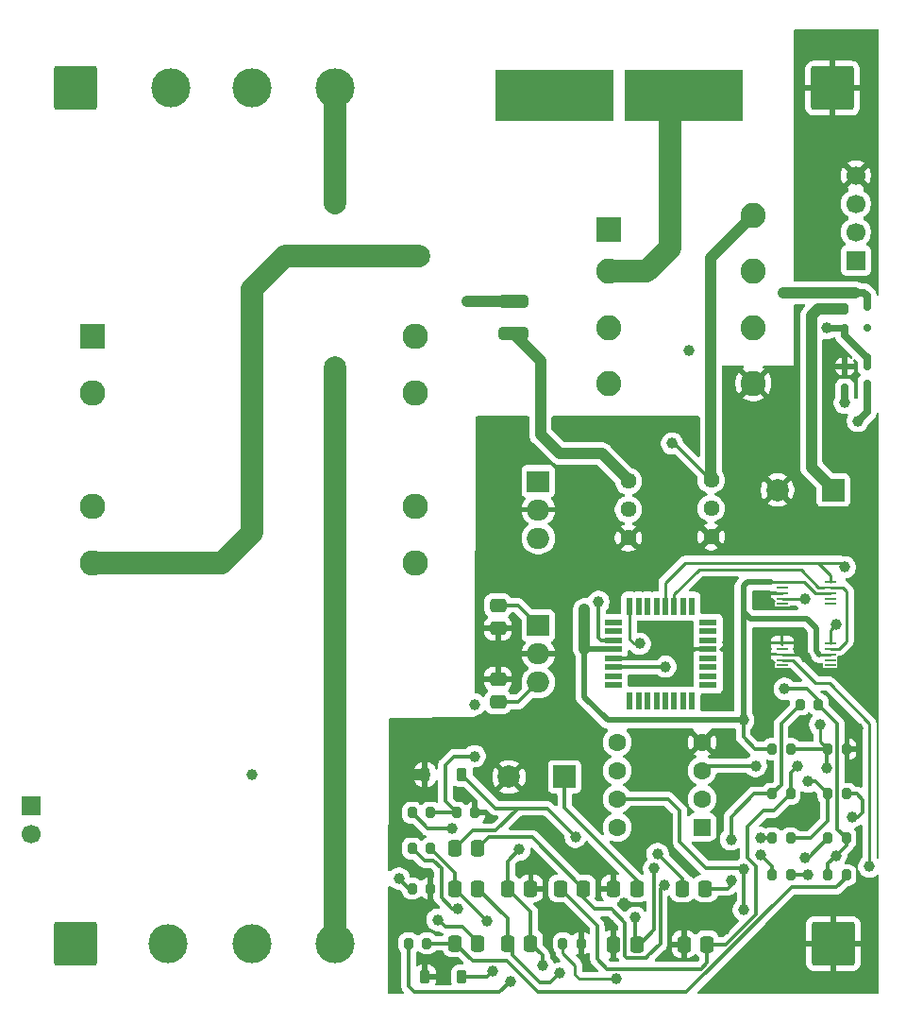
<source format=gbr>
%TF.GenerationSoftware,KiCad,Pcbnew,9.0.1*%
%TF.CreationDate,2025-04-03T12:43:54-07:00*%
%TF.ProjectId,Final_Board-v3B,46696e61-6c5f-4426-9f61-72642d763342,rev?*%
%TF.SameCoordinates,Original*%
%TF.FileFunction,Copper,L1,Top*%
%TF.FilePolarity,Positive*%
%FSLAX46Y46*%
G04 Gerber Fmt 4.6, Leading zero omitted, Abs format (unit mm)*
G04 Created by KiCad (PCBNEW 9.0.1) date 2025-04-03 12:43:54*
%MOMM*%
%LPD*%
G01*
G04 APERTURE LIST*
G04 Aperture macros list*
%AMRoundRect*
0 Rectangle with rounded corners*
0 $1 Rounding radius*
0 $2 $3 $4 $5 $6 $7 $8 $9 X,Y pos of 4 corners*
0 Add a 4 corners polygon primitive as box body*
4,1,4,$2,$3,$4,$5,$6,$7,$8,$9,$2,$3,0*
0 Add four circle primitives for the rounded corners*
1,1,$1+$1,$2,$3*
1,1,$1+$1,$4,$5*
1,1,$1+$1,$6,$7*
1,1,$1+$1,$8,$9*
0 Add four rect primitives between the rounded corners*
20,1,$1+$1,$2,$3,$4,$5,0*
20,1,$1+$1,$4,$5,$6,$7,0*
20,1,$1+$1,$6,$7,$8,$9,0*
20,1,$1+$1,$8,$9,$2,$3,0*%
%AMFreePoly0*
4,1,5,2.250000,-4.000000,-2.250000,-4.000000,-2.250000,4.000000,2.250000,4.000000,2.250000,-4.000000,2.250000,-4.000000,$1*%
%AMFreePoly1*
4,1,5,1.500000,-2.250000,-1.500000,-2.250000,-1.500000,2.250000,1.500000,2.250000,1.500000,-2.250000,1.500000,-2.250000,$1*%
%AMFreePoly2*
4,1,5,4.000000,-2.250000,-4.000000,-2.250000,-4.000000,2.250000,4.000000,2.250000,4.000000,-2.250000,4.000000,-2.250000,$1*%
G04 Aperture macros list end*
%TA.AperFunction,ComponentPad*%
%ADD10C,2.600000*%
%TD*%
%TA.AperFunction,ConnectorPad*%
%ADD11C,3.500000*%
%TD*%
%TA.AperFunction,ComponentPad*%
%ADD12RoundRect,0.250002X-1.699998X-1.699998X1.699998X-1.699998X1.699998X1.699998X-1.699998X1.699998X0*%
%TD*%
%TA.AperFunction,ComponentPad*%
%ADD13R,2.250000X2.250000*%
%TD*%
%TA.AperFunction,ComponentPad*%
%ADD14C,2.250000*%
%TD*%
%TA.AperFunction,ComponentPad*%
%ADD15C,1.440000*%
%TD*%
%TA.AperFunction,ComponentPad*%
%ADD16R,2.000000X2.000000*%
%TD*%
%TA.AperFunction,ComponentPad*%
%ADD17C,2.000000*%
%TD*%
%TA.AperFunction,ComponentPad*%
%ADD18RoundRect,0.250000X0.550000X0.550000X-0.550000X0.550000X-0.550000X-0.550000X0.550000X-0.550000X0*%
%TD*%
%TA.AperFunction,ComponentPad*%
%ADD19C,1.600000*%
%TD*%
%TA.AperFunction,SMDPad,CuDef*%
%ADD20RoundRect,0.250000X1.075000X-0.312500X1.075000X0.312500X-1.075000X0.312500X-1.075000X-0.312500X0*%
%TD*%
%TA.AperFunction,ComponentPad*%
%ADD21R,1.700000X1.700000*%
%TD*%
%TA.AperFunction,ComponentPad*%
%ADD22C,1.700000*%
%TD*%
%TA.AperFunction,SMDPad,CuDef*%
%ADD23RoundRect,0.175000X0.175000X0.325000X-0.175000X0.325000X-0.175000X-0.325000X0.175000X-0.325000X0*%
%TD*%
%TA.AperFunction,SMDPad,CuDef*%
%ADD24RoundRect,0.150000X0.200000X0.150000X-0.200000X0.150000X-0.200000X-0.150000X0.200000X-0.150000X0*%
%TD*%
%TA.AperFunction,SMDPad,CuDef*%
%ADD25RoundRect,0.250000X0.337500X0.475000X-0.337500X0.475000X-0.337500X-0.475000X0.337500X-0.475000X0*%
%TD*%
%TA.AperFunction,SMDPad,CuDef*%
%ADD26RoundRect,0.175000X-0.175000X-0.325000X0.175000X-0.325000X0.175000X0.325000X-0.175000X0.325000X0*%
%TD*%
%TA.AperFunction,SMDPad,CuDef*%
%ADD27RoundRect,0.150000X-0.200000X-0.150000X0.200000X-0.150000X0.200000X0.150000X-0.200000X0.150000X0*%
%TD*%
%TA.AperFunction,SMDPad,CuDef*%
%ADD28RoundRect,0.200000X-0.200000X-0.275000X0.200000X-0.275000X0.200000X0.275000X-0.200000X0.275000X0*%
%TD*%
%TA.AperFunction,SMDPad,CuDef*%
%ADD29R,1.100000X0.250000*%
%TD*%
%TA.AperFunction,SMDPad,CuDef*%
%ADD30RoundRect,0.225000X0.225000X0.375000X-0.225000X0.375000X-0.225000X-0.375000X0.225000X-0.375000X0*%
%TD*%
%TA.AperFunction,ComponentPad*%
%ADD31FreePoly0,90.000000*%
%TD*%
%TA.AperFunction,ComponentPad*%
%ADD32FreePoly1,0.000000*%
%TD*%
%TA.AperFunction,ComponentPad*%
%ADD33FreePoly2,0.000000*%
%TD*%
%TA.AperFunction,ComponentPad*%
%ADD34R,2.000000X1.905000*%
%TD*%
%TA.AperFunction,ComponentPad*%
%ADD35O,2.000000X1.905000*%
%TD*%
%TA.AperFunction,SMDPad,CuDef*%
%ADD36RoundRect,0.250000X-0.475000X0.337500X-0.475000X-0.337500X0.475000X-0.337500X0.475000X0.337500X0*%
%TD*%
%TA.AperFunction,SMDPad,CuDef*%
%ADD37R,1.600000X0.550000*%
%TD*%
%TA.AperFunction,SMDPad,CuDef*%
%ADD38R,0.550000X1.600000*%
%TD*%
%TA.AperFunction,SMDPad,CuDef*%
%ADD39RoundRect,0.200000X0.200000X0.275000X-0.200000X0.275000X-0.200000X-0.275000X0.200000X-0.275000X0*%
%TD*%
%TA.AperFunction,SMDPad,CuDef*%
%ADD40RoundRect,0.250000X0.475000X-0.337500X0.475000X0.337500X-0.475000X0.337500X-0.475000X-0.337500X0*%
%TD*%
%TA.AperFunction,SMDPad,CuDef*%
%ADD41RoundRect,0.250000X-0.337500X-0.475000X0.337500X-0.475000X0.337500X0.475000X-0.337500X0.475000X0*%
%TD*%
%TA.AperFunction,ComponentPad*%
%ADD42R,2.286000X2.286000*%
%TD*%
%TA.AperFunction,ComponentPad*%
%ADD43C,2.286000*%
%TD*%
%TA.AperFunction,ViaPad*%
%ADD44C,1.000000*%
%TD*%
%TA.AperFunction,ViaPad*%
%ADD45C,2.000000*%
%TD*%
%TA.AperFunction,Conductor*%
%ADD46C,2.000000*%
%TD*%
%TA.AperFunction,Conductor*%
%ADD47C,0.300000*%
%TD*%
%TA.AperFunction,Conductor*%
%ADD48C,0.254000*%
%TD*%
%TA.AperFunction,Conductor*%
%ADD49C,0.550000*%
%TD*%
%TA.AperFunction,Conductor*%
%ADD50C,1.000000*%
%TD*%
%TA.AperFunction,Conductor*%
%ADD51C,0.700000*%
%TD*%
%TA.AperFunction,Conductor*%
%ADD52C,0.250000*%
%TD*%
%TA.AperFunction,Conductor*%
%ADD53C,0.500000*%
%TD*%
%TA.AperFunction,Conductor*%
%ADD54C,0.600000*%
%TD*%
G04 APERTURE END LIST*
D10*
%TO.P,E3,1,1*%
%TO.N,Net-(J1-N)*%
X130010000Y-55768000D03*
D11*
X130010000Y-55768000D03*
%TD*%
%TO.P,E1,1,1*%
%TO.N,Net-(P1-L)*%
X115200000Y-55768000D03*
D10*
X115200000Y-55768000D03*
%TD*%
%TO.P,E6,1,1*%
%TO.N,Net-(J1-N)*%
X130000000Y-132431000D03*
D11*
X130000000Y-132431000D03*
%TD*%
D10*
%TO.P,E5,1,1*%
%TO.N,GND*%
X122480000Y-132431000D03*
D11*
X122480000Y-132431000D03*
%TD*%
D10*
%TO.P,E4,1,1*%
%TO.N,Net-(J1-L)*%
X115000000Y-132431000D03*
D11*
X115000000Y-132431000D03*
%TD*%
D10*
%TO.P,E2,1,1*%
%TO.N,GND*%
X122480000Y-55768000D03*
D11*
X122480000Y-55768000D03*
%TD*%
D12*
%TO.P,H3,1,Pin_1*%
%TO.N,GND*%
X174659000Y-132431000D03*
%TD*%
%TO.P,H4,1,Pin_1*%
%TO.N,unconnected-(H4-Pin_1-Pad1)*%
X106659000Y-132431000D03*
%TD*%
%TO.P,H2,1,Pin_1*%
%TO.N,GND*%
X174603000Y-55768000D03*
%TD*%
%TO.P,H1,1,Pin_1*%
%TO.N,GND*%
X106659000Y-55768000D03*
%TD*%
D13*
%TO.P,T2,1*%
%TO.N,N/C*%
X154500000Y-68400000D03*
D14*
%TO.P,T2,2*%
%TO.N,Net-(F1-Pad2)*%
X154500000Y-72200000D03*
%TO.P,T2,3*%
%TO.N,Net-(J1-L)*%
X154500000Y-77200000D03*
%TO.P,T2,4*%
%TO.N,N/C*%
X154500000Y-82200000D03*
%TO.P,T2,5*%
%TO.N,GND*%
X167500000Y-82200000D03*
%TO.P,T2,6*%
%TO.N,N/C*%
X167500000Y-77200000D03*
%TO.P,T2,7*%
X167500000Y-72200000D03*
%TO.P,T2,8*%
%TO.N,Net-(R14-Pad2)*%
X167500000Y-67200000D03*
%TD*%
D15*
%TO.P,RV2,1,1*%
%TO.N,Net-(R14-Pad2)*%
X163710000Y-90880000D03*
%TO.P,RV2,2,2*%
%TO.N,Net-(C12-Pad1)*%
X163710000Y-93420000D03*
%TO.P,RV2,3,3*%
%TO.N,GND*%
X163710000Y-95960000D03*
%TD*%
%TO.P,RV1,1,1*%
%TO.N,Net-(R1-Pad1)*%
X156290000Y-90980000D03*
%TO.P,RV1,2,2*%
%TO.N,Net-(C9-Pad1)*%
X156290000Y-93520000D03*
%TO.P,RV1,3,3*%
%TO.N,GND*%
X156290000Y-96060000D03*
%TD*%
D16*
%TO.P,C4,1*%
%TO.N,Net-(D2-+)*%
X150570000Y-117490000D03*
D17*
%TO.P,C4,2*%
%TO.N,GND*%
X145570000Y-117490000D03*
%TD*%
D16*
%TO.P,C3,1*%
%TO.N,Net-(D1-+)*%
X174667677Y-91780000D03*
D17*
%TO.P,C3,2*%
%TO.N,GND*%
X169667677Y-91780000D03*
%TD*%
D18*
%TO.P,U4,1*%
%TO.N,Net-(C10-Pad1)*%
X162900000Y-122000000D03*
D19*
%TO.P,U4,2,-*%
%TO.N,Net-(U4A--)*%
X162900000Y-119460000D03*
%TO.P,U4,3,+*%
%TO.N,Net-(U4A-+)*%
X162900000Y-116920000D03*
%TO.P,U4,4,V-*%
%TO.N,GND*%
X162900000Y-114380000D03*
%TO.P,U4,5,+*%
%TO.N,Net-(U4B-+)*%
X155280000Y-114380000D03*
%TO.P,U4,6,-*%
%TO.N,Net-(U4B--)*%
X155280000Y-116920000D03*
%TO.P,U4,7*%
%TO.N,Net-(C11-Pad1)*%
X155280000Y-119460000D03*
%TO.P,U4,8,V+*%
%TO.N,VCC*%
X155280000Y-122000000D03*
%TD*%
D20*
%TO.P,R1,2*%
%TO.N,Net-(R1-Pad2)*%
X146000000Y-74837500D03*
%TO.P,R1,1*%
%TO.N,Net-(R1-Pad1)*%
X146000000Y-77762500D03*
%TD*%
D21*
%TO.P,J5,1,Pin_1*%
%TO.N,Net-(J5-Pin_1)*%
X102700000Y-120050000D03*
D22*
%TO.P,J5,2,Pin_2*%
%TO.N,GND*%
X102700000Y-122590000D03*
%TD*%
D23*
%TO.P,D2,1,+*%
%TO.N,Net-(D2-+)*%
X177700000Y-82400000D03*
D24*
%TO.P,D2,2*%
%TO.N,Net-(D1-Pad2)*%
X177700000Y-80700000D03*
%TO.P,D2,3,-*%
%TO.N,GND*%
X175700000Y-80700000D03*
%TO.P,D2,4*%
%TO.N,Net-(D2-Pad4)*%
X175700000Y-82600000D03*
%TD*%
D25*
%TO.P,C13,1*%
%TO.N,GND*%
X147537500Y-127500000D03*
%TO.P,C13,2*%
%TO.N,Net-(U4B-+)*%
X145462500Y-127500000D03*
%TD*%
%TO.P,C14,1*%
%TO.N,Net-(U4B-+)*%
X147537500Y-132400000D03*
%TO.P,C14,2*%
%TO.N,Net-(C11-Pad1)*%
X145462500Y-132400000D03*
%TD*%
%TO.P,C6,1*%
%TO.N,5v*%
X157037500Y-132500000D03*
%TO.P,C6,2*%
%TO.N,GND*%
X154962500Y-132500000D03*
%TD*%
%TO.P,C10,1*%
%TO.N,Net-(C10-Pad1)*%
X142787500Y-123900000D03*
%TO.P,C10,2*%
%TO.N,Net-(D3-K)*%
X140712500Y-123900000D03*
%TD*%
D26*
%TO.P,D1,1,+*%
%TO.N,Net-(D1-+)*%
X175700000Y-75550000D03*
D27*
%TO.P,D1,2*%
%TO.N,Net-(D1-Pad2)*%
X175700000Y-77250000D03*
%TO.P,D1,3,-*%
%TO.N,unconnected-(D1---Pad3)*%
X177700000Y-77250000D03*
%TO.P,D1,4*%
%TO.N,Net-(D1-Pad4)*%
X177700000Y-75350000D03*
%TD*%
D28*
%TO.P,R10,1*%
%TO.N,Net-(U4B--)*%
X169175000Y-126300000D03*
%TO.P,R10,2*%
%TO.N,Net-(C11-Pad1)*%
X170825000Y-126300000D03*
%TD*%
D29*
%TO.P,U5,1,ADDR*%
%TO.N,5v*%
X170100000Y-100000000D03*
%TO.P,U5,2,ALERT/RDY*%
%TO.N,unconnected-(U5-ALERT{slash}RDY-Pad2)*%
X170100000Y-100500000D03*
%TO.P,U5,3,GND*%
%TO.N,GND*%
X170100000Y-101000000D03*
%TO.P,U5,4,AIN0*%
%TO.N,Net-(D3-K)*%
X170100000Y-101500000D03*
%TO.P,U5,5,AIN1*%
%TO.N,unconnected-(U5-AIN1-Pad5)*%
X170100000Y-102000000D03*
%TO.P,U5,6,AIN2*%
%TO.N,unconnected-(U5-AIN2-Pad6)*%
X174400000Y-102000000D03*
%TO.P,U5,7,AIN3*%
%TO.N,unconnected-(U5-AIN3-Pad7)*%
X174400000Y-101500000D03*
%TO.P,U5,8,VDD*%
%TO.N,5v*%
X174400000Y-101000000D03*
%TO.P,U5,9,SDA*%
%TO.N,Net-(U3-PC4)*%
X174400000Y-100500000D03*
%TO.P,U5,10,SCL*%
%TO.N,Net-(U3-PC5)*%
X174400000Y-100000000D03*
%TD*%
D28*
%TO.P,R6,1*%
%TO.N,Net-(D3-K)*%
X174175000Y-115000000D03*
%TO.P,R6,2*%
%TO.N,GND*%
X175825000Y-115000000D03*
%TD*%
D30*
%TO.P,D4,1,K*%
%TO.N,Net-(D4-K)*%
X141350000Y-135400000D03*
%TO.P,D4,2,A*%
%TO.N,GND*%
X138050000Y-135400000D03*
%TD*%
D31*
%TO.P,F1,1*%
%TO.N,Net-(P1-L)*%
X148340000Y-56400000D03*
D32*
X153420000Y-56400000D03*
%TO.P,F1,2*%
%TO.N,Net-(F1-Pad2)*%
X157480000Y-56400000D03*
D33*
X162560000Y-56400000D03*
%TD*%
D34*
%TO.P,U2,1,VI*%
%TO.N,Net-(D2-+)*%
X148200000Y-91000000D03*
D35*
%TO.P,U2,2,GND*%
%TO.N,GND*%
X148200000Y-93540000D03*
%TO.P,U2,3,VO*%
%TO.N,5v*%
X148200000Y-96080000D03*
%TD*%
D28*
%TO.P,R4,1*%
%TO.N,Net-(R11-Pad1)*%
X169175000Y-123000000D03*
%TO.P,R4,2*%
%TO.N,Net-(U4A--)*%
X170825000Y-123000000D03*
%TD*%
D36*
%TO.P,C1,1*%
%TO.N,Net-(D1-+)*%
X144600000Y-102100000D03*
%TO.P,C1,2*%
%TO.N,GND*%
X144600000Y-104175000D03*
%TD*%
D28*
%TO.P,R7,1*%
%TO.N,Net-(U4A--)*%
X174175000Y-119000000D03*
%TO.P,R7,2*%
%TO.N,Net-(C10-Pad1)*%
X175825000Y-119000000D03*
%TD*%
%TO.P,R13,1*%
%TO.N,5v*%
X136875000Y-123900000D03*
%TO.P,R13,2*%
%TO.N,Net-(D4-K)*%
X138525000Y-123900000D03*
%TD*%
D25*
%TO.P,C5,1*%
%TO.N,Net-(D2-+)*%
X157037500Y-127500000D03*
%TO.P,C5,2*%
%TO.N,GND*%
X154962500Y-127500000D03*
%TD*%
D28*
%TO.P,R2,1*%
%TO.N,5v*%
X169175000Y-115000000D03*
%TO.P,R2,2*%
%TO.N,Net-(D3-K)*%
X170825000Y-115000000D03*
%TD*%
%TO.P,R3,1*%
%TO.N,Net-(C9-Pad2)*%
X169175000Y-119000000D03*
%TO.P,R3,2*%
%TO.N,Net-(U4A-+)*%
X170825000Y-119000000D03*
%TD*%
D37*
%TO.P,U3,1,PD3*%
%TO.N,unconnected-(U3-PD3-Pad1)*%
X154950000Y-103650000D03*
%TO.P,U3,2,PD4*%
%TO.N,unconnected-(U3-PD4-Pad2)*%
X154950000Y-104450000D03*
%TO.P,U3,3,PE0*%
%TO.N,SDA*%
X154950000Y-105250000D03*
%TO.P,U3,4,VCC*%
%TO.N,5v*%
X154950000Y-106050000D03*
%TO.P,U3,5,GND*%
%TO.N,GND*%
X154950000Y-106850000D03*
%TO.P,U3,6,PE1*%
%TO.N,Net-(J7-Pin_1)*%
X154950000Y-107650000D03*
%TO.P,U3,7,XTAL1/PB6*%
%TO.N,unconnected-(U3-XTAL1{slash}PB6-Pad7)*%
X154950000Y-108450000D03*
%TO.P,U3,8,XTAL2/PB7*%
%TO.N,unconnected-(U3-XTAL2{slash}PB7-Pad8)*%
X154950000Y-109250000D03*
D38*
%TO.P,U3,9,PD5*%
%TO.N,unconnected-(U3-PD5-Pad9)*%
X156400000Y-110700000D03*
%TO.P,U3,10,PD6*%
%TO.N,unconnected-(U3-PD6-Pad10)*%
X157200000Y-110700000D03*
%TO.P,U3,11,PD7*%
%TO.N,unconnected-(U3-PD7-Pad11)*%
X158000000Y-110700000D03*
%TO.P,U3,12,PB0*%
%TO.N,unconnected-(U3-PB0-Pad12)*%
X158800000Y-110700000D03*
%TO.P,U3,13,PB1*%
%TO.N,unconnected-(U3-PB1-Pad13)*%
X159600000Y-110700000D03*
%TO.P,U3,14,PB2*%
%TO.N,unconnected-(U3-PB2-Pad14)*%
X160400000Y-110700000D03*
%TO.P,U3,15,PB3*%
%TO.N,unconnected-(U3-PB3-Pad15)*%
X161200000Y-110700000D03*
%TO.P,U3,16,PB4*%
%TO.N,unconnected-(U3-PB4-Pad16)*%
X162000000Y-110700000D03*
D37*
%TO.P,U3,17,PB5*%
%TO.N,unconnected-(U3-PB5-Pad17)*%
X163450000Y-109250000D03*
%TO.P,U3,18,AVCC*%
%TO.N,unconnected-(U3-AVCC-Pad18)*%
X163450000Y-108450000D03*
%TO.P,U3,19,PE2*%
%TO.N,unconnected-(U3-PE2-Pad19)*%
X163450000Y-107650000D03*
%TO.P,U3,20,AREF*%
%TO.N,unconnected-(U3-AREF-Pad20)*%
X163450000Y-106850000D03*
%TO.P,U3,21,GND*%
%TO.N,GND*%
X163450000Y-106050000D03*
%TO.P,U3,22,PE3*%
%TO.N,unconnected-(U3-PE3-Pad22)*%
X163450000Y-105250000D03*
%TO.P,U3,23,PC0*%
%TO.N,unconnected-(U3-PC0-Pad23)*%
X163450000Y-104450000D03*
%TO.P,U3,24,PC1*%
%TO.N,unconnected-(U3-PC1-Pad24)*%
X163450000Y-103650000D03*
D38*
%TO.P,U3,25,PC2*%
%TO.N,unconnected-(U3-PC2-Pad25)*%
X162000000Y-102200000D03*
%TO.P,U3,26,PC3*%
%TO.N,unconnected-(U3-PC3-Pad26)*%
X161200000Y-102200000D03*
%TO.P,U3,27,PC4*%
%TO.N,Net-(U3-PC4)*%
X160400000Y-102200000D03*
%TO.P,U3,28,PC5*%
%TO.N,Net-(U3-PC5)*%
X159600000Y-102200000D03*
%TO.P,U3,29,~{RESET}/PC6*%
%TO.N,unconnected-(U3-~{RESET}{slash}PC6-Pad29)*%
X158800000Y-102200000D03*
%TO.P,U3,30,PD0*%
%TO.N,unconnected-(U3-PD0-Pad30)*%
X158000000Y-102200000D03*
%TO.P,U3,31,PD1*%
%TO.N,unconnected-(U3-PD1-Pad31)*%
X157200000Y-102200000D03*
%TO.P,U3,32,PD2*%
%TO.N,Net-(J5-Pin_1)*%
X156400000Y-102200000D03*
%TD*%
D39*
%TO.P,R5,1*%
%TO.N,Net-(R11-Pad1)*%
X173325000Y-111000000D03*
%TO.P,R5,2*%
%TO.N,Net-(C9-Pad2)*%
X171675000Y-111000000D03*
%TD*%
%TO.P,R14,1*%
%TO.N,GND*%
X138525000Y-127500000D03*
%TO.P,R14,2*%
%TO.N,Net-(R14-Pad2)*%
X136875000Y-127500000D03*
%TD*%
D29*
%TO.P,U6,1,ADDR*%
%TO.N,GND*%
X170100000Y-105500000D03*
%TO.P,U6,2,ALERT/RDY*%
%TO.N,unconnected-(U6-ALERT{slash}RDY-Pad2)*%
X170100000Y-106000000D03*
%TO.P,U6,3,GND*%
%TO.N,GND*%
X170100000Y-106500000D03*
%TO.P,U6,4,AIN0*%
%TO.N,Net-(D4-K)*%
X170100000Y-107000000D03*
%TO.P,U6,5,AIN1*%
%TO.N,unconnected-(U6-AIN1-Pad5)*%
X170100000Y-107500000D03*
%TO.P,U6,6,AIN2*%
%TO.N,unconnected-(U6-AIN2-Pad6)*%
X174400000Y-107500000D03*
%TO.P,U6,7,AIN3*%
%TO.N,unconnected-(U6-AIN3-Pad7)*%
X174400000Y-107000000D03*
%TO.P,U6,8,VDD*%
%TO.N,5v*%
X174400000Y-106500000D03*
%TO.P,U6,9,SDA*%
%TO.N,Net-(U3-PC4)*%
X174400000Y-106000000D03*
%TO.P,U6,10,SCL*%
%TO.N,Net-(U3-PC5)*%
X174400000Y-105500000D03*
%TD*%
D28*
%TO.P,R16,1*%
%TO.N,Net-(D4-K)*%
X150415000Y-132400000D03*
%TO.P,R16,2*%
%TO.N,GND*%
X152065000Y-132400000D03*
%TD*%
D40*
%TO.P,C2,1*%
%TO.N,VCC*%
X144600000Y-110775000D03*
%TO.P,C2,2*%
%TO.N,GND*%
X144600000Y-108700000D03*
%TD*%
D34*
%TO.P,U1,1,VI*%
%TO.N,Net-(D1-+)*%
X148200000Y-103920000D03*
D35*
%TO.P,U1,2,GND*%
%TO.N,GND*%
X148200000Y-106460000D03*
%TO.P,U1,3,VO*%
%TO.N,VCC*%
X148200000Y-109000000D03*
%TD*%
D28*
%TO.P,R11,1*%
%TO.N,Net-(R11-Pad1)*%
X174175000Y-126300000D03*
%TO.P,R11,2*%
%TO.N,Net-(C12-Pad2)*%
X175825000Y-126300000D03*
%TD*%
D39*
%TO.P,R15,1*%
%TO.N,Net-(C12-Pad2)*%
X138225000Y-132400000D03*
%TO.P,R15,2*%
%TO.N,Net-(U4B-+)*%
X136575000Y-132400000D03*
%TD*%
D25*
%TO.P,C7,1*%
%TO.N,Net-(U4A-+)*%
X163337500Y-132500000D03*
%TO.P,C7,2*%
%TO.N,GND*%
X161262500Y-132500000D03*
%TD*%
%TO.P,C12,1*%
%TO.N,Net-(C12-Pad1)*%
X142787500Y-132400000D03*
%TO.P,C12,2*%
%TO.N,Net-(C12-Pad2)*%
X140712500Y-132400000D03*
%TD*%
D28*
%TO.P,R12,1*%
%TO.N,Net-(U4B--)*%
X136875000Y-120700000D03*
%TO.P,R12,2*%
%TO.N,Net-(R11-Pad1)*%
X138525000Y-120700000D03*
%TD*%
D25*
%TO.P,C11,1*%
%TO.N,Net-(C11-Pad1)*%
X142787500Y-127500000D03*
%TO.P,C11,2*%
%TO.N,Net-(D4-K)*%
X140712500Y-127500000D03*
%TD*%
D30*
%TO.P,D3,1,K*%
%TO.N,Net-(D3-K)*%
X141350000Y-117300000D03*
%TO.P,D3,2,A*%
%TO.N,GND*%
X138050000Y-117300000D03*
%TD*%
D41*
%TO.P,C8,1*%
%TO.N,Net-(U4A-+)*%
X150202500Y-127500000D03*
%TO.P,C8,2*%
%TO.N,Net-(C10-Pad1)*%
X152277500Y-127500000D03*
%TD*%
D28*
%TO.P,R9,1*%
%TO.N,Net-(R11-Pad1)*%
X140875000Y-120700000D03*
%TO.P,R9,2*%
%TO.N,GND*%
X142525000Y-120700000D03*
%TD*%
D21*
%TO.P,J7,1,Pin_1*%
%TO.N,Net-(J7-Pin_1)*%
X176700000Y-71200000D03*
D22*
%TO.P,J7,2,Pin_2*%
%TO.N,SDA*%
X176700000Y-68660000D03*
%TO.P,J7,3,Pin_3*%
%TO.N,5v*%
X176700000Y-66120000D03*
%TO.P,J7,4,Pin_4*%
%TO.N,GND*%
X176700000Y-63580000D03*
%TD*%
D41*
%TO.P,C9,1*%
%TO.N,Net-(C9-Pad1)*%
X161125000Y-127500000D03*
%TO.P,C9,2*%
%TO.N,Net-(C9-Pad2)*%
X163200000Y-127500000D03*
%TD*%
D28*
%TO.P,R8,1*%
%TO.N,VCC*%
X174175000Y-123000000D03*
%TO.P,R8,2*%
%TO.N,Net-(R11-Pad1)*%
X175825000Y-123000000D03*
%TD*%
D42*
%TO.P,T1,1*%
%TO.N,GND*%
X108244000Y-77980000D03*
D43*
%TO.P,T1,3*%
%TO.N,Net-(R1-Pad2)*%
X108244000Y-83060000D03*
%TO.P,T1,4*%
%TO.N,Net-(J1-N)*%
X108244000Y-93220000D03*
%TO.P,T1,6*%
%TO.N,Net-(F1-Pad2)*%
X108244000Y-98300000D03*
%TO.P,T1,7*%
%TO.N,Net-(D1-Pad2)*%
X137200000Y-77980000D03*
%TO.P,T1,9*%
%TO.N,Net-(D2-Pad4)*%
X137200000Y-83060000D03*
%TO.P,T1,10*%
X137200000Y-93220000D03*
%TO.P,T1,12*%
%TO.N,Net-(D1-Pad4)*%
X137200000Y-98300000D03*
%TD*%
D44*
%TO.N,Net-(R11-Pad1)*%
X168159000Y-122980000D03*
X174910000Y-124540000D03*
%TO.N,Net-(C11-Pad1)*%
X172380000Y-126300000D03*
X166650000Y-125750000D03*
%TO.N,GND*%
X171640000Y-113110000D03*
X172150000Y-120080000D03*
X159420000Y-121330000D03*
%TO.N,Net-(R1-Pad2)*%
X141857500Y-74837500D03*
%TO.N,GND*%
X165720000Y-119140000D03*
X122480000Y-117260000D03*
X135850000Y-117260000D03*
X155860000Y-128820000D03*
X172250000Y-106750000D03*
X152600000Y-91300000D03*
X168200000Y-101350000D03*
X164900000Y-131200000D03*
X161400000Y-108600000D03*
X176900000Y-113100000D03*
X154650000Y-130750000D03*
X165200000Y-105400000D03*
X152600000Y-93550000D03*
X141700000Y-119300000D03*
X151100000Y-130500000D03*
X177500000Y-105100000D03*
X139300000Y-133600000D03*
X161750000Y-91250000D03*
X152940000Y-125720000D03*
%TO.N,Net-(U4B--)*%
X168160000Y-124510000D03*
X140500000Y-122100000D03*
%TO.N,Net-(U4A-+)*%
X167710000Y-116510000D03*
X171490000Y-116510000D03*
%TO.N,Net-(D3-K)*%
X174100000Y-116700000D03*
X173500000Y-112800000D03*
X172110000Y-101500000D03*
X151550000Y-122850000D03*
%TO.N,VCC*%
X172100000Y-124700000D03*
%TO.N,Net-(U4B-+)*%
X146500000Y-124000000D03*
X148600000Y-134400000D03*
X145700000Y-135800000D03*
%TO.N,Net-(U4A--)*%
X172400000Y-117900000D03*
D45*
%TO.N,Net-(F1-Pad2)*%
X137480000Y-70800000D03*
D44*
%TO.N,5v*%
X141000000Y-129300000D03*
X166600000Y-112400000D03*
X152330000Y-102470000D03*
X156900000Y-130100000D03*
X158600000Y-125700000D03*
%TO.N,Net-(C10-Pad1)*%
X159500000Y-127200000D03*
X176340000Y-121090000D03*
%TO.N,Net-(C11-Pad1)*%
X150114984Y-135102417D03*
X166650000Y-129400000D03*
%TO.N,Net-(U3-PC5)*%
X174900000Y-103800000D03*
X175700000Y-98700000D03*
%TO.N,Net-(J7-Pin_1)*%
X159600000Y-107600000D03*
%TO.N,Net-(J5-Pin_1)*%
X157300000Y-105550000D03*
%TO.N,SDA*%
X153600000Y-101800000D03*
%TO.N,Net-(D2-+)*%
X176870000Y-85590000D03*
%TO.N,Net-(C9-Pad2)*%
X165500000Y-126800000D03*
X165500000Y-123100000D03*
%TO.N,Net-(C9-Pad1)*%
X158900000Y-124400000D03*
%TO.N,Net-(D4-K)*%
X144100000Y-134900000D03*
X177900000Y-125530000D03*
X143600000Y-130400000D03*
X155170000Y-135600000D03*
%TO.N,Net-(C12-Pad1)*%
X139160000Y-130300000D03*
X142494000Y-110998000D03*
%TO.N,Net-(D1-Pad4)*%
X170200000Y-74100000D03*
%TO.N,Net-(D2-Pad4)*%
X175690000Y-83940000D03*
%TO.N,Net-(R11-Pad1)*%
X142500000Y-115640000D03*
X170300000Y-109600000D03*
%TO.N,Net-(R14-Pad2)*%
X135700000Y-126600000D03*
X160200000Y-87600000D03*
%TO.N,Net-(D1-Pad2)*%
X174110000Y-77250000D03*
X161700000Y-79300000D03*
D45*
%TO.N,Net-(J1-N)*%
X130000000Y-80820000D03*
X130000000Y-66040000D03*
%TD*%
D46*
%TO.N,Net-(J1-N)*%
X130000000Y-66040000D02*
X130000000Y-55880000D01*
D47*
%TO.N,Net-(U4A-+)*%
X167761000Y-129779000D02*
X165040000Y-132500000D01*
X166980000Y-124710000D02*
X167761000Y-125491000D01*
X167761000Y-125491000D02*
X167761000Y-129779000D01*
X166980000Y-121920000D02*
X166980000Y-124710000D01*
X165040000Y-132500000D02*
X163337500Y-132500000D01*
X168400000Y-120500000D02*
X166980000Y-121920000D01*
X169325000Y-120500000D02*
X168400000Y-120500000D01*
X170825000Y-119000000D02*
X169325000Y-120500000D01*
%TO.N,Net-(C12-Pad2)*%
X142312500Y-134000000D02*
X140712500Y-132400000D01*
X145380000Y-134000000D02*
X142312500Y-134000000D01*
X148181200Y-136801200D02*
X145380000Y-134000000D01*
X149746504Y-136801200D02*
X148181200Y-136801200D01*
X149747504Y-136802200D02*
X149746504Y-136801200D01*
X150452496Y-136802200D02*
X149747504Y-136802200D01*
X161503890Y-136801200D02*
X150453496Y-136801200D01*
X174925000Y-127380000D02*
X170925090Y-127380000D01*
X175825000Y-126480000D02*
X174925000Y-127380000D01*
X150453496Y-136801200D02*
X150452496Y-136802200D01*
X175825000Y-126300000D02*
X175825000Y-126480000D01*
X170925090Y-127380000D02*
X161503890Y-136801200D01*
%TO.N,Net-(C11-Pad1)*%
X166650000Y-129400000D02*
X166650000Y-125750000D01*
%TO.N,Net-(R11-Pad1)*%
X169155000Y-122980000D02*
X169175000Y-123000000D01*
X168159000Y-122980000D02*
X169155000Y-122980000D01*
X174910000Y-124540000D02*
X174175000Y-125275000D01*
%TO.N,Net-(C11-Pad1)*%
X172380000Y-126300000D02*
X170825000Y-126300000D01*
X163250000Y-125650000D02*
X166630000Y-125650000D01*
X160900000Y-120500000D02*
X160900000Y-123300000D01*
X160900000Y-123300000D02*
X163250000Y-125650000D01*
X159860000Y-119460000D02*
X160900000Y-120500000D01*
X166630000Y-125650000D02*
X166650000Y-125670000D01*
X155280000Y-119460000D02*
X159860000Y-119460000D01*
X166650000Y-125670000D02*
X166650000Y-125750000D01*
%TO.N,Net-(U4B--)*%
X169175000Y-125525000D02*
X169175000Y-126300000D01*
X168160000Y-124510000D02*
X169175000Y-125525000D01*
%TO.N,Net-(C9-Pad2)*%
X167570000Y-119000000D02*
X169175000Y-119000000D01*
X165500000Y-121070000D02*
X167570000Y-119000000D01*
X165500000Y-123100000D02*
X165500000Y-121070000D01*
%TO.N,Net-(R11-Pad1)*%
X175825000Y-123625000D02*
X174910000Y-124540000D01*
X174175000Y-125275000D02*
X174175000Y-126300000D01*
X175825000Y-123000000D02*
X175825000Y-123625000D01*
D48*
%TO.N,Net-(D4-K)*%
X171000000Y-107000000D02*
X170100000Y-107000000D01*
X173100000Y-109100000D02*
X171000000Y-107000000D01*
X174300000Y-109100000D02*
X173100000Y-109100000D01*
X177900000Y-112700000D02*
X174300000Y-109100000D01*
X177900000Y-125530000D02*
X177900000Y-112700000D01*
D47*
%TO.N,Net-(U4A--)*%
X172620000Y-123000000D02*
X170825000Y-123000000D01*
X174175000Y-121445000D02*
X172620000Y-123000000D01*
X174175000Y-119000000D02*
X174175000Y-121445000D01*
%TO.N,Net-(R11-Pad1)*%
X175825000Y-123000000D02*
X175720000Y-123000000D01*
D49*
%TO.N,5v*%
X166990000Y-100000000D02*
X166600000Y-100390000D01*
X166600000Y-100390000D02*
X166600000Y-102600000D01*
X169070000Y-100000000D02*
X166990000Y-100000000D01*
D46*
%TO.N,Net-(F1-Pad2)*%
X119780000Y-98300000D02*
X108244000Y-98300000D01*
X122480000Y-73790000D02*
X122480000Y-95600000D01*
X125470000Y-70800000D02*
X122480000Y-73790000D01*
X137480000Y-70800000D02*
X125470000Y-70800000D01*
X122480000Y-95600000D02*
X119780000Y-98300000D01*
%TO.N,Net-(J1-N)*%
X130000000Y-81020000D02*
X130000000Y-132431000D01*
D50*
%TO.N,Net-(R1-Pad2)*%
X141857500Y-74837500D02*
X146000000Y-74837500D01*
%TO.N,GND*%
X135850000Y-117260000D02*
X138010000Y-117260000D01*
D47*
X138010000Y-117260000D02*
X138050000Y-117300000D01*
D50*
%TO.N,Net-(D1-Pad4)*%
X170200000Y-74100000D02*
X176630000Y-74100000D01*
D51*
X177420000Y-74110000D02*
X177700000Y-74390000D01*
X177700000Y-74390000D02*
X177700000Y-75300000D01*
X176640000Y-74110000D02*
X177420000Y-74110000D01*
D50*
X176630000Y-74100000D02*
X176640000Y-74110000D01*
D49*
%TO.N,5v*%
X167200000Y-103300000D02*
X166600000Y-102700000D01*
X173130000Y-104130000D02*
X172300000Y-103300000D01*
X173130000Y-106200000D02*
X173130000Y-104130000D01*
X173430000Y-106500000D02*
X173130000Y-106200000D01*
X172300000Y-103300000D02*
X167200000Y-103300000D01*
D52*
X169070000Y-100000000D02*
X170100000Y-100000000D01*
D47*
X167680000Y-115000000D02*
X169175000Y-115000000D01*
X166605000Y-113925000D02*
X167680000Y-115000000D01*
X166605000Y-112325000D02*
X166605000Y-113925000D01*
D49*
X166530000Y-112400000D02*
X154430000Y-112400000D01*
D47*
X166605000Y-112325000D02*
X166530000Y-112400000D01*
D49*
X154430000Y-112400000D02*
X152340000Y-110310000D01*
X152340000Y-110310000D02*
X152340000Y-106050000D01*
X166600000Y-112320000D02*
X166600000Y-102600000D01*
D48*
X166605000Y-112325000D02*
X166600000Y-112320000D01*
D49*
X152330000Y-106040000D02*
X152340000Y-106050000D01*
D50*
X152330000Y-102470000D02*
X152330000Y-106040000D01*
D49*
X154950000Y-106050000D02*
X152340000Y-106050000D01*
D48*
%TO.N,Net-(D3-K)*%
X172110000Y-101500000D02*
X170100000Y-101500000D01*
D47*
%TO.N,Net-(C10-Pad1)*%
X153260000Y-129310000D02*
X152277500Y-128327500D01*
X154760000Y-129310000D02*
X153260000Y-129310000D01*
X156000000Y-130550000D02*
X154760000Y-129310000D01*
X156000000Y-133530000D02*
X156000000Y-130550000D01*
X156150000Y-133680000D02*
X156000000Y-133530000D01*
X152277500Y-128327500D02*
X152277500Y-127500000D01*
X158030000Y-133600000D02*
X157950000Y-133680000D01*
X157950000Y-133680000D02*
X156150000Y-133680000D01*
X159150000Y-132450000D02*
X158030000Y-133570000D01*
X159150000Y-127550000D02*
X159150000Y-132450000D01*
X159500000Y-127200000D02*
X159150000Y-127550000D01*
X158030000Y-133570000D02*
X158030000Y-133600000D01*
%TO.N,Net-(U4A-+)*%
X153500000Y-133800000D02*
X153500000Y-130797500D01*
X162810000Y-134690000D02*
X154390000Y-134690000D01*
X154390000Y-134690000D02*
X153500000Y-133800000D01*
X153500000Y-130797500D02*
X150202500Y-127500000D01*
X163337500Y-134162500D02*
X162810000Y-134690000D01*
X163337500Y-132500000D02*
X163337500Y-134162500D01*
%TO.N,Net-(C9-Pad2)*%
X169990000Y-118185000D02*
X169175000Y-119000000D01*
X169990000Y-112685000D02*
X169990000Y-118185000D01*
X171675000Y-111000000D02*
X169990000Y-112685000D01*
D51*
%TO.N,Net-(D1-Pad2)*%
X177700000Y-80600000D02*
X177700000Y-79900000D01*
X175700000Y-77920000D02*
X175700000Y-77290000D01*
D50*
%TO.N,Net-(D1-+)*%
X175550000Y-75550000D02*
X173310000Y-75550000D01*
X172700000Y-89732323D02*
X174767677Y-91800000D01*
X172700000Y-76160000D02*
X172700000Y-89732323D01*
X173310000Y-75550000D02*
X172700000Y-76160000D01*
D53*
%TO.N,Net-(D1-Pad2)*%
X174150000Y-77250000D02*
X174110000Y-77290000D01*
D54*
X175700000Y-77250000D02*
X174150000Y-77250000D01*
D51*
%TO.N,Net-(D2-Pad4)*%
X175700000Y-83500000D02*
X175700000Y-82900000D01*
D53*
X175690000Y-83940000D02*
X175690000Y-83510000D01*
X175690000Y-83510000D02*
X175700000Y-83500000D01*
D51*
%TO.N,Net-(D1-Pad2)*%
X177700000Y-79920000D02*
X175700000Y-77920000D01*
D48*
%TO.N,Net-(U3-PC4)*%
X175880000Y-100830000D02*
X175550000Y-100500000D01*
X175204000Y-106000000D02*
X175880000Y-105324000D01*
X175550000Y-100500000D02*
X174400000Y-100500000D01*
X174400000Y-106000000D02*
X175204000Y-106000000D01*
X175880000Y-105324000D02*
X175880000Y-100830000D01*
D51*
%TO.N,Net-(D2-+)*%
X176870000Y-85590000D02*
X177700000Y-84760000D01*
X177700000Y-84760000D02*
X177700000Y-82400000D01*
D47*
%TO.N,Net-(U4A-+)*%
X167430000Y-116490000D02*
X163330000Y-116490000D01*
X167710000Y-116210000D02*
X167430000Y-116490000D01*
X163330000Y-116490000D02*
X162900000Y-116920000D01*
X167710000Y-116510000D02*
X167710000Y-116210000D01*
X170900000Y-117100000D02*
X170900000Y-118925000D01*
X170900000Y-118925000D02*
X170825000Y-119000000D01*
X171490000Y-116510000D02*
X170900000Y-117100000D01*
%TO.N,Net-(C10-Pad1)*%
X176750000Y-119000000D02*
X175825000Y-119000000D01*
X177300000Y-120700000D02*
X177300000Y-119550000D01*
X177300000Y-119550000D02*
X176750000Y-119000000D01*
X176910000Y-121090000D02*
X177300000Y-120700000D01*
X176340000Y-121090000D02*
X176910000Y-121090000D01*
%TO.N,5v*%
X157300000Y-132500000D02*
X157037500Y-132500000D01*
X158600000Y-131200000D02*
X157300000Y-132500000D01*
X158600000Y-125700000D02*
X158600000Y-131200000D01*
D48*
%TO.N,Net-(D4-K)*%
X151500000Y-134350000D02*
X150415000Y-133265000D01*
X151500000Y-135200000D02*
X151500000Y-134350000D01*
X151900000Y-135600000D02*
X151500000Y-135200000D01*
X155170000Y-135600000D02*
X151900000Y-135600000D01*
X150415000Y-133265000D02*
X150415000Y-132400000D01*
D47*
%TO.N,Net-(C11-Pad1)*%
X145900000Y-132837500D02*
X145462500Y-132400000D01*
X145900000Y-133499000D02*
X145900000Y-132837500D01*
X149266201Y-135951200D02*
X148355460Y-135951200D01*
X148355460Y-135951200D02*
X145903260Y-133499000D01*
X150114984Y-135102417D02*
X149266201Y-135951200D01*
X145903260Y-133499000D02*
X145900000Y-133499000D01*
%TO.N,Net-(C12-Pad1)*%
X142787500Y-132287500D02*
X142787500Y-132400000D01*
X141400000Y-130900000D02*
X142787500Y-132287500D01*
X139400000Y-130400000D02*
X139900000Y-130900000D01*
X139260000Y-130400000D02*
X139400000Y-130400000D01*
X139900000Y-130900000D02*
X141400000Y-130900000D01*
X139160000Y-130300000D02*
X139260000Y-130400000D01*
%TO.N,Net-(R11-Pad1)*%
X139870000Y-119695000D02*
X140875000Y-120700000D01*
X140630000Y-115640000D02*
X139870000Y-116400000D01*
X142500000Y-115640000D02*
X140630000Y-115640000D01*
X139870000Y-116400000D02*
X139870000Y-119695000D01*
%TO.N,Net-(C10-Pad1)*%
X147680171Y-122902671D02*
X152277500Y-127500000D01*
X143784829Y-122902671D02*
X147680171Y-122902671D01*
X142787500Y-123900000D02*
X143784829Y-122902671D01*
D48*
%TO.N,5v*%
X166600000Y-102700000D02*
X166600000Y-102600000D01*
X174400000Y-106500000D02*
X173430000Y-106500000D01*
%TO.N,Net-(U3-PC4)*%
X162646000Y-98900000D02*
X160400000Y-101146000D01*
X171760000Y-98900000D02*
X162646000Y-98900000D01*
X160400000Y-101146000D02*
X160400000Y-102200000D01*
X173800000Y-100500000D02*
X173360000Y-100500000D01*
X173360000Y-100500000D02*
X171760000Y-98900000D01*
%TO.N,5v*%
X173050000Y-101000000D02*
X174400000Y-101000000D01*
X172050000Y-100000000D02*
X173050000Y-101000000D01*
X170100000Y-100000000D02*
X172050000Y-100000000D01*
D47*
%TO.N,GND*%
X163450000Y-106050000D02*
X159600000Y-106050000D01*
X172250000Y-106750000D02*
X172000000Y-106500000D01*
X159600000Y-106050000D02*
X158800000Y-106850000D01*
D48*
X170100000Y-101000000D02*
X168550000Y-101000000D01*
D52*
X172000000Y-106500000D02*
X170100000Y-106500000D01*
D47*
X158800000Y-106850000D02*
X154950000Y-106850000D01*
D48*
X168550000Y-101000000D02*
X168200000Y-101350000D01*
D47*
%TO.N,Net-(U4B--)*%
X140500000Y-122100000D02*
X138275000Y-122100000D01*
X138275000Y-122100000D02*
X136875000Y-120700000D01*
%TO.N,Net-(D3-K)*%
X174100000Y-115075000D02*
X174175000Y-115000000D01*
D48*
X173500000Y-114325000D02*
X174175000Y-115000000D01*
D47*
X170825000Y-115000000D02*
X174175000Y-115000000D01*
X142312500Y-122300000D02*
X144400000Y-122300000D01*
X144400000Y-122300000D02*
X146400000Y-120300000D01*
X144350000Y-120300000D02*
X146600000Y-120300000D01*
X141350000Y-117300000D02*
X144350000Y-120300000D01*
D48*
X173500000Y-112800000D02*
X173500000Y-114325000D01*
D47*
X174100000Y-116700000D02*
X174100000Y-115075000D01*
X146600000Y-120300000D02*
X149000000Y-120300000D01*
X151550000Y-122850000D02*
X149000000Y-120300000D01*
X146400000Y-120300000D02*
X146600000Y-120300000D01*
X140712500Y-123900000D02*
X142312500Y-122300000D01*
%TO.N,VCC*%
X172100000Y-124700000D02*
X172475000Y-124700000D01*
X172475000Y-124700000D02*
X174175000Y-123000000D01*
X144600000Y-110775000D02*
X146425000Y-110775000D01*
X146425000Y-110775000D02*
X148200000Y-109000000D01*
%TO.N,Net-(U4B-+)*%
X147537500Y-129575000D02*
X147537500Y-132400000D01*
X146500000Y-124000000D02*
X145462500Y-125037500D01*
X145700000Y-135800000D02*
X144698800Y-136801200D01*
X145462500Y-127500000D02*
X147537500Y-129575000D01*
X145462500Y-125037500D02*
X145462500Y-127500000D01*
X148600000Y-134400000D02*
X148600000Y-133500000D01*
X137100000Y-136801200D02*
X136575000Y-136276200D01*
X148600000Y-133500000D02*
X147537500Y-132437500D01*
X144698800Y-136801200D02*
X137100000Y-136801200D01*
X136575000Y-136276200D02*
X136575000Y-132400000D01*
X147537500Y-132437500D02*
X147537500Y-132400000D01*
%TO.N,Net-(U4A--)*%
X172400000Y-117900000D02*
X173075000Y-117900000D01*
X173075000Y-117900000D02*
X174175000Y-119000000D01*
D46*
%TO.N,Net-(F1-Pad2)*%
X157924000Y-72200000D02*
X160020000Y-70104000D01*
X160020000Y-70104000D02*
X160020000Y-67818000D01*
X160520000Y-56400000D02*
X162560000Y-56400000D01*
X154500000Y-72200000D02*
X157924000Y-72200000D01*
X160020000Y-67818000D02*
X160000000Y-67798000D01*
X160000000Y-67798000D02*
X160000000Y-56380000D01*
D47*
%TO.N,5v*%
X156900000Y-132362500D02*
X157037500Y-132500000D01*
X136875000Y-123900000D02*
X136900000Y-123900000D01*
X138000000Y-125000000D02*
X138800000Y-125000000D01*
X140503496Y-129300000D02*
X141000000Y-129300000D01*
X156900000Y-130100000D02*
X156900000Y-132362500D01*
X138800000Y-125000000D02*
X139500000Y-125700000D01*
X139500000Y-128296504D02*
X140503496Y-129300000D01*
X136900000Y-123900000D02*
X138000000Y-125000000D01*
X139500000Y-125700000D02*
X139500000Y-128296504D01*
%TO.N,Net-(D1-+)*%
X144600000Y-102100000D02*
X146380000Y-102100000D01*
X146380000Y-102100000D02*
X148200000Y-103920000D01*
%TO.N,Net-(C11-Pad1)*%
X145462500Y-130175000D02*
X142787500Y-127500000D01*
X145462500Y-132400000D02*
X145462500Y-130175000D01*
D48*
%TO.N,Net-(U3-PC5)*%
X159600000Y-100100000D02*
X161400000Y-98300000D01*
X161400000Y-98300000D02*
X173300000Y-98300000D01*
X174400000Y-99400000D02*
X174400000Y-100000000D01*
X173300000Y-98300000D02*
X174400000Y-99400000D01*
X174400000Y-105500000D02*
X174400000Y-104300000D01*
X175300000Y-98300000D02*
X173300000Y-98300000D01*
X174400000Y-104300000D02*
X174900000Y-103800000D01*
X159600000Y-102200000D02*
X159600000Y-100100000D01*
X175700000Y-98700000D02*
X175300000Y-98300000D01*
D47*
%TO.N,Net-(J7-Pin_1)*%
X159200000Y-107600000D02*
X159150000Y-107650000D01*
X159150000Y-107650000D02*
X154950000Y-107650000D01*
X159600000Y-107600000D02*
X159200000Y-107600000D01*
D48*
%TO.N,Net-(J5-Pin_1)*%
X156779927Y-105550000D02*
X156400000Y-105170073D01*
X156400000Y-105170073D02*
X156400000Y-102200000D01*
X157300000Y-105550000D02*
X156779927Y-105550000D01*
D47*
%TO.N,SDA*%
X154950000Y-105250000D02*
X153850000Y-105250000D01*
X153850000Y-105250000D02*
X153600000Y-105000000D01*
X153600000Y-105000000D02*
X153600000Y-101800000D01*
%TO.N,Net-(D2-+)*%
X150567677Y-120267677D02*
X150567677Y-117400000D01*
X157037500Y-127500000D02*
X157037500Y-126737500D01*
X157037500Y-126737500D02*
X150567677Y-120267677D01*
%TO.N,Net-(C9-Pad2)*%
X165500000Y-127200000D02*
X165200000Y-127500000D01*
X165200000Y-127500000D02*
X163200000Y-127500000D01*
X165500000Y-126800000D02*
X165500000Y-127200000D01*
%TO.N,Net-(C9-Pad1)*%
X158900000Y-124400000D02*
X161125000Y-126625000D01*
X161125000Y-126625000D02*
X161125000Y-127500000D01*
%TO.N,Net-(D4-K)*%
X142712500Y-129512500D02*
X142712500Y-129500000D01*
X143600000Y-135400000D02*
X144100000Y-134900000D01*
X143600000Y-130400000D02*
X142712500Y-129512500D01*
X140712500Y-126087500D02*
X138525000Y-123900000D01*
X140712500Y-127500000D02*
X140712500Y-126087500D01*
X141350000Y-135400000D02*
X143600000Y-135400000D01*
X142712500Y-129500000D02*
X140712500Y-127500000D01*
%TO.N,Net-(C12-Pad2)*%
X138225000Y-132400000D02*
X140712500Y-132400000D01*
%TO.N,Net-(D2-Pad4)*%
X175700000Y-82600000D02*
X175700000Y-82900000D01*
%TO.N,Net-(R11-Pad1)*%
X175000000Y-112675000D02*
X175000000Y-122175000D01*
X140875000Y-120700000D02*
X138525000Y-120700000D01*
X173325000Y-111000000D02*
X175000000Y-112675000D01*
X175000000Y-122175000D02*
X175825000Y-123000000D01*
X173325000Y-111000000D02*
X173325000Y-110625000D01*
X172300000Y-109600000D02*
X170300000Y-109600000D01*
X173325000Y-110625000D02*
X172300000Y-109600000D01*
D50*
%TO.N,Net-(R14-Pad2)*%
X163700000Y-90900000D02*
X163700000Y-71000000D01*
D47*
X136600000Y-127500000D02*
X136875000Y-127500000D01*
X160200000Y-87600000D02*
X160400000Y-87600000D01*
D50*
X163700000Y-71000000D02*
X167500000Y-67200000D01*
D47*
X135700000Y-126600000D02*
X136600000Y-127500000D01*
X160400000Y-87600000D02*
X163700000Y-90900000D01*
D50*
%TO.N,Net-(R1-Pad1)*%
X148400000Y-80162500D02*
X146000000Y-77762500D01*
X148400000Y-86800000D02*
X148400000Y-80162500D01*
X153900000Y-88500000D02*
X150100000Y-88500000D01*
X150100000Y-88500000D02*
X148400000Y-86800000D01*
X156300000Y-90900000D02*
X153900000Y-88500000D01*
%TD*%
%TA.AperFunction,Conductor*%
%TO.N,GND*%
G36*
X172112256Y-75120185D02*
G01*
X172158011Y-75172989D01*
X172167955Y-75242147D01*
X172138930Y-75305703D01*
X172132898Y-75312181D01*
X172062220Y-75382859D01*
X172062218Y-75382861D01*
X171992538Y-75452540D01*
X171922859Y-75522219D01*
X171813371Y-75686080D01*
X171813366Y-75686089D01*
X171768532Y-75794329D01*
X171768529Y-75794338D01*
X171766370Y-75799551D01*
X171737949Y-75868164D01*
X171725730Y-75929594D01*
X171724455Y-75936001D01*
X171724455Y-75936003D01*
X171699500Y-76061456D01*
X171699500Y-89830863D01*
X171702916Y-89848035D01*
X171702916Y-89848038D01*
X171737946Y-90024151D01*
X171737948Y-90024155D01*
X171737949Y-90024159D01*
X171748261Y-90049055D01*
X171756547Y-90069059D01*
X171813366Y-90206234D01*
X171813371Y-90206243D01*
X171922860Y-90370104D01*
X171922863Y-90370108D01*
X172066537Y-90513782D01*
X172066559Y-90513802D01*
X173130858Y-91578101D01*
X173164343Y-91639424D01*
X173167177Y-91665782D01*
X173167177Y-92827870D01*
X173167178Y-92827876D01*
X173173585Y-92887483D01*
X173223879Y-93022328D01*
X173223883Y-93022335D01*
X173310129Y-93137544D01*
X173310132Y-93137547D01*
X173425341Y-93223793D01*
X173425348Y-93223797D01*
X173560194Y-93274091D01*
X173560193Y-93274091D01*
X173567121Y-93274835D01*
X173619804Y-93280500D01*
X175715549Y-93280499D01*
X175775160Y-93274091D01*
X175910008Y-93223796D01*
X176025223Y-93137546D01*
X176111473Y-93022331D01*
X176161768Y-92887483D01*
X176168177Y-92827873D01*
X176168176Y-90732128D01*
X176161768Y-90672517D01*
X176143671Y-90623997D01*
X176111474Y-90537671D01*
X176111470Y-90537664D01*
X176025224Y-90422455D01*
X176025221Y-90422452D01*
X175910012Y-90336206D01*
X175910005Y-90336202D01*
X175775159Y-90285908D01*
X175775160Y-90285908D01*
X175715560Y-90279501D01*
X175715558Y-90279500D01*
X175715550Y-90279500D01*
X175715542Y-90279500D01*
X174713459Y-90279500D01*
X174646420Y-90259815D01*
X174625778Y-90243181D01*
X173736819Y-89354222D01*
X173703334Y-89292899D01*
X173700500Y-89266541D01*
X173700500Y-80950001D01*
X174852704Y-80950001D01*
X174852899Y-80952486D01*
X174898718Y-81110198D01*
X174982314Y-81251552D01*
X174982321Y-81251561D01*
X175098438Y-81367678D01*
X175098447Y-81367685D01*
X175239803Y-81451282D01*
X175239806Y-81451283D01*
X175397504Y-81497099D01*
X175397510Y-81497100D01*
X175434350Y-81499999D01*
X175434366Y-81500000D01*
X175450000Y-81500000D01*
X175950000Y-81500000D01*
X175965634Y-81500000D01*
X175965649Y-81499999D01*
X176002489Y-81497100D01*
X176002495Y-81497099D01*
X176160193Y-81451283D01*
X176160196Y-81451282D01*
X176301552Y-81367685D01*
X176301561Y-81367678D01*
X176417678Y-81251561D01*
X176417685Y-81251552D01*
X176501281Y-81110198D01*
X176547100Y-80952486D01*
X176547295Y-80950001D01*
X176547295Y-80950000D01*
X175950000Y-80950000D01*
X175950000Y-81500000D01*
X175450000Y-81500000D01*
X175450000Y-80950000D01*
X174852705Y-80950000D01*
X174852704Y-80950001D01*
X173700500Y-80950001D01*
X173700500Y-80449998D01*
X174852704Y-80449998D01*
X174852705Y-80450000D01*
X175450000Y-80450000D01*
X175450000Y-79900000D01*
X175434350Y-79900000D01*
X175397510Y-79902899D01*
X175397504Y-79902900D01*
X175239806Y-79948716D01*
X175239803Y-79948717D01*
X175098447Y-80032314D01*
X175098438Y-80032321D01*
X174982321Y-80148438D01*
X174982314Y-80148447D01*
X174898718Y-80289801D01*
X174852899Y-80447513D01*
X174852704Y-80449998D01*
X173700500Y-80449998D01*
X173700500Y-78339740D01*
X173720185Y-78272701D01*
X173772989Y-78226946D01*
X173842147Y-78217002D01*
X173848682Y-78218121D01*
X173898901Y-78228110D01*
X174011456Y-78250500D01*
X174011459Y-78250500D01*
X174208543Y-78250500D01*
X174371309Y-78218123D01*
X174401835Y-78212051D01*
X174583914Y-78136632D01*
X174681544Y-78071398D01*
X174699590Y-78065747D01*
X174715500Y-78055523D01*
X174746461Y-78051071D01*
X174748222Y-78050520D01*
X174750435Y-78050500D01*
X174757031Y-78050500D01*
X174824070Y-78070185D01*
X174869825Y-78122989D01*
X174878648Y-78150307D01*
X174882182Y-78168075D01*
X174882184Y-78168082D01*
X174946296Y-78322863D01*
X174946297Y-78322866D01*
X175039372Y-78462161D01*
X175039375Y-78462165D01*
X176361211Y-79784000D01*
X176394696Y-79845323D01*
X176389712Y-79915015D01*
X176347840Y-79970948D01*
X176282376Y-79995365D01*
X176214103Y-79980513D01*
X176210409Y-79978413D01*
X176160196Y-79948717D01*
X176160193Y-79948716D01*
X176002495Y-79902900D01*
X176002489Y-79902899D01*
X175965649Y-79900000D01*
X175950000Y-79900000D01*
X175950000Y-80450000D01*
X176547295Y-80450000D01*
X176547295Y-80449998D01*
X176547100Y-80447513D01*
X176501281Y-80289801D01*
X176471586Y-80239589D01*
X176454403Y-80171865D01*
X176476563Y-80105602D01*
X176531029Y-80061839D01*
X176600509Y-80054470D01*
X176662943Y-80085834D01*
X176665999Y-80088787D01*
X176813181Y-80235969D01*
X176846666Y-80297292D01*
X176849500Y-80323650D01*
X176849500Y-80915701D01*
X176852401Y-80952567D01*
X176852402Y-80952573D01*
X176898254Y-81110393D01*
X176898255Y-81110396D01*
X176981917Y-81251862D01*
X176981923Y-81251870D01*
X177099695Y-81369642D01*
X177133180Y-81430965D01*
X177128196Y-81500657D01*
X177099695Y-81545004D01*
X176989351Y-81655347D01*
X176989348Y-81655351D01*
X176904488Y-81795727D01*
X176904485Y-81795736D01*
X176855687Y-81952335D01*
X176855685Y-81952345D01*
X176849500Y-82020408D01*
X176849500Y-83501458D01*
X176846924Y-83510228D01*
X176848213Y-83519280D01*
X176837234Y-83543227D01*
X176829815Y-83568497D01*
X176822906Y-83574482D01*
X176819097Y-83582794D01*
X176796915Y-83597004D01*
X176777011Y-83614252D01*
X176767963Y-83615552D01*
X176760265Y-83620485D01*
X176733924Y-83620447D01*
X176707853Y-83624196D01*
X176699536Y-83620398D01*
X176690396Y-83620385D01*
X176668259Y-83606114D01*
X176644297Y-83595171D01*
X176637798Y-83586477D01*
X176631671Y-83582527D01*
X176616696Y-83558246D01*
X176612632Y-83552809D01*
X176611756Y-83550884D01*
X176576632Y-83466086D01*
X176565801Y-83449877D01*
X176561632Y-83440712D01*
X176558070Y-83415686D01*
X176550520Y-83391571D01*
X176550500Y-83389361D01*
X176550500Y-82384313D01*
X176550499Y-82384298D01*
X176547598Y-82347432D01*
X176547597Y-82347426D01*
X176501745Y-82189606D01*
X176501744Y-82189603D01*
X176501744Y-82189602D01*
X176418081Y-82048135D01*
X176418079Y-82048133D01*
X176418076Y-82048129D01*
X176301870Y-81931923D01*
X176301862Y-81931917D01*
X176160396Y-81848255D01*
X176160393Y-81848254D01*
X176002573Y-81802402D01*
X176002567Y-81802401D01*
X175965701Y-81799500D01*
X175965694Y-81799500D01*
X175434306Y-81799500D01*
X175434298Y-81799500D01*
X175397432Y-81802401D01*
X175397426Y-81802402D01*
X175239606Y-81848254D01*
X175239603Y-81848255D01*
X175098137Y-81931917D01*
X175098129Y-81931923D01*
X174981923Y-82048129D01*
X174981917Y-82048137D01*
X174898255Y-82189603D01*
X174898254Y-82189606D01*
X174852402Y-82347426D01*
X174852401Y-82347432D01*
X174849500Y-82384298D01*
X174849500Y-83359429D01*
X174829815Y-83426468D01*
X174828603Y-83428319D01*
X174803370Y-83466082D01*
X174803364Y-83466093D01*
X174727950Y-83648160D01*
X174727947Y-83648170D01*
X174689500Y-83841456D01*
X174689500Y-83841459D01*
X174689500Y-84038541D01*
X174689500Y-84038543D01*
X174689499Y-84038543D01*
X174727947Y-84231829D01*
X174727950Y-84231839D01*
X174803364Y-84413907D01*
X174803371Y-84413920D01*
X174912860Y-84577781D01*
X174912863Y-84577785D01*
X175052214Y-84717136D01*
X175052218Y-84717139D01*
X175216079Y-84826628D01*
X175216092Y-84826635D01*
X175333893Y-84875429D01*
X175398165Y-84902051D01*
X175398169Y-84902051D01*
X175398170Y-84902052D01*
X175591456Y-84940500D01*
X175591459Y-84940500D01*
X175788542Y-84940500D01*
X175823621Y-84933522D01*
X175854925Y-84927295D01*
X175924516Y-84933522D01*
X175979694Y-84976384D01*
X176002939Y-85042274D01*
X175986872Y-85110271D01*
X175983932Y-85115029D01*
X175983364Y-85116092D01*
X175907950Y-85298160D01*
X175907947Y-85298170D01*
X175869500Y-85491456D01*
X175869500Y-85491459D01*
X175869500Y-85688541D01*
X175869500Y-85688543D01*
X175869499Y-85688543D01*
X175907947Y-85881829D01*
X175907950Y-85881839D01*
X175983364Y-86063907D01*
X175983371Y-86063920D01*
X176092860Y-86227781D01*
X176092863Y-86227785D01*
X176232214Y-86367136D01*
X176232218Y-86367139D01*
X176396079Y-86476628D01*
X176396092Y-86476635D01*
X176578160Y-86552049D01*
X176578165Y-86552051D01*
X176578169Y-86552051D01*
X176578170Y-86552052D01*
X176771456Y-86590500D01*
X176771459Y-86590500D01*
X176968543Y-86590500D01*
X177098582Y-86564632D01*
X177161835Y-86552051D01*
X177343914Y-86476632D01*
X177507782Y-86367139D01*
X177647139Y-86227782D01*
X177756632Y-86063914D01*
X177832051Y-85881835D01*
X177837399Y-85854942D01*
X177869782Y-85793031D01*
X177871222Y-85791564D01*
X178360626Y-85302162D01*
X178453704Y-85162863D01*
X178501348Y-85047838D01*
X178517816Y-85008082D01*
X178531259Y-84940500D01*
X178533883Y-84927309D01*
X178566267Y-84865398D01*
X178626983Y-84830824D01*
X178696753Y-84834563D01*
X178753425Y-84875429D01*
X178779006Y-84940447D01*
X178779500Y-84951500D01*
X178779500Y-124695216D01*
X178773261Y-124716461D01*
X178771682Y-124738550D01*
X178763609Y-124749333D01*
X178759815Y-124762255D01*
X178743081Y-124776754D01*
X178729810Y-124794483D01*
X178717189Y-124799190D01*
X178707011Y-124808010D01*
X178685093Y-124811161D01*
X178664346Y-124818900D01*
X178651185Y-124816037D01*
X178637853Y-124817954D01*
X178617709Y-124808754D01*
X178596073Y-124804048D01*
X178578347Y-124790779D01*
X178574297Y-124788929D01*
X178567819Y-124782897D01*
X178563819Y-124778897D01*
X178530334Y-124717574D01*
X178527500Y-124691216D01*
X178527500Y-112638195D01*
X178526566Y-112633501D01*
X178526565Y-112633499D01*
X178526565Y-112633497D01*
X178503386Y-112516966D01*
X178458407Y-112408379D01*
X178456763Y-112403784D01*
X178387414Y-112299996D01*
X178387413Y-112299994D01*
X178347745Y-112260326D01*
X178300008Y-112212589D01*
X176501262Y-110413843D01*
X174700011Y-108612591D01*
X174700007Y-108612588D01*
X174597239Y-108543920D01*
X174597226Y-108543913D01*
X174563785Y-108530062D01*
X174483035Y-108496614D01*
X174483027Y-108496612D01*
X174361807Y-108472500D01*
X174361803Y-108472500D01*
X173411281Y-108472500D01*
X173344242Y-108452815D01*
X173323600Y-108436181D01*
X171400013Y-106512593D01*
X171400010Y-106512590D01*
X171362325Y-106487410D01*
X171297238Y-106443920D01*
X171297226Y-106443913D01*
X171254473Y-106426205D01*
X171254470Y-106426204D01*
X171242853Y-106421392D01*
X171224243Y-106413683D01*
X171179760Y-106377834D01*
X171169842Y-106369841D01*
X171169841Y-106369840D01*
X171169835Y-106369824D01*
X171148410Y-106312379D01*
X171143598Y-106267626D01*
X171143596Y-106267620D01*
X171093354Y-106132913D01*
X171093352Y-106132910D01*
X171049485Y-106074312D01*
X171025067Y-106008848D01*
X171039918Y-105940575D01*
X171049485Y-105925688D01*
X171093352Y-105867089D01*
X171093354Y-105867086D01*
X171143596Y-105732379D01*
X171143598Y-105732372D01*
X171149999Y-105672844D01*
X171150000Y-105672827D01*
X171150000Y-105625000D01*
X170225000Y-105625000D01*
X170225000Y-105650500D01*
X170222449Y-105659185D01*
X170223738Y-105668147D01*
X170212759Y-105692187D01*
X170205315Y-105717539D01*
X170198474Y-105723466D01*
X170194713Y-105731703D01*
X170172478Y-105745992D01*
X170152511Y-105763294D01*
X170141996Y-105765581D01*
X170135935Y-105769477D01*
X170101000Y-105774500D01*
X170099000Y-105774500D01*
X170031961Y-105754815D01*
X169986206Y-105702011D01*
X169975000Y-105650500D01*
X169975000Y-105625000D01*
X169050000Y-105625000D01*
X169050000Y-105672844D01*
X169056401Y-105732372D01*
X169056403Y-105732379D01*
X169106645Y-105867086D01*
X169106647Y-105867088D01*
X169150515Y-105925689D01*
X169174932Y-105991153D01*
X169160081Y-106059426D01*
X169150515Y-106074311D01*
X169106647Y-106132911D01*
X169106645Y-106132913D01*
X169056403Y-106267620D01*
X169056401Y-106267627D01*
X169050000Y-106327155D01*
X169050000Y-106375000D01*
X169538218Y-106375000D01*
X169559463Y-106381238D01*
X169581552Y-106382818D01*
X169592335Y-106390890D01*
X169605257Y-106394685D01*
X169619756Y-106411418D01*
X169637485Y-106424690D01*
X169642192Y-106437310D01*
X169651012Y-106447489D01*
X169654163Y-106469406D01*
X169661902Y-106490154D01*
X169659039Y-106503314D01*
X169660956Y-106516647D01*
X169651756Y-106536790D01*
X169647050Y-106558427D01*
X169633781Y-106576152D01*
X169631931Y-106580203D01*
X169625899Y-106586681D01*
X169623899Y-106588681D01*
X169562576Y-106622166D01*
X169536218Y-106625000D01*
X169050000Y-106625000D01*
X169050000Y-106672844D01*
X169056401Y-106732372D01*
X169056403Y-106732379D01*
X169106645Y-106867086D01*
X169106649Y-106867093D01*
X169192809Y-106982187D01*
X169192812Y-106982190D01*
X169307906Y-107068350D01*
X169307913Y-107068354D01*
X169384733Y-107097006D01*
X169440667Y-107138877D01*
X169447691Y-107149327D01*
X169454685Y-107160969D01*
X169455331Y-107164213D01*
X169468265Y-107183571D01*
X169469808Y-107186139D01*
X169477914Y-107217182D01*
X169487497Y-107247793D01*
X169486682Y-107250761D01*
X169487461Y-107253742D01*
X169477494Y-107284247D01*
X169469009Y-107315172D01*
X169466623Y-107318885D01*
X169455332Y-107335784D01*
X169455329Y-107335791D01*
X169449500Y-107365098D01*
X169449500Y-107634894D01*
X169449501Y-107634902D01*
X169455330Y-107664212D01*
X169477542Y-107697457D01*
X169488928Y-107705064D01*
X169510787Y-107719669D01*
X169510790Y-107719669D01*
X169510791Y-107719670D01*
X169520647Y-107721630D01*
X169540101Y-107725500D01*
X170659898Y-107725499D01*
X170689213Y-107719669D01*
X170690342Y-107718914D01*
X170693185Y-107718023D01*
X170700496Y-107714996D01*
X170700766Y-107715649D01*
X170757016Y-107698035D01*
X170824397Y-107716517D01*
X170846915Y-107734334D01*
X171850400Y-108737819D01*
X171883885Y-108799142D01*
X171878901Y-108868834D01*
X171837029Y-108924767D01*
X171771565Y-108949184D01*
X171762719Y-108949500D01*
X171115783Y-108949500D01*
X171048744Y-108929815D01*
X171028106Y-108913185D01*
X170937782Y-108822861D01*
X170937781Y-108822860D01*
X170937780Y-108822859D01*
X170773920Y-108713371D01*
X170773907Y-108713364D01*
X170591839Y-108637950D01*
X170591829Y-108637947D01*
X170398543Y-108599500D01*
X170398541Y-108599500D01*
X170201459Y-108599500D01*
X170201457Y-108599500D01*
X170008170Y-108637947D01*
X170008160Y-108637950D01*
X169826092Y-108713364D01*
X169826079Y-108713371D01*
X169662218Y-108822860D01*
X169662214Y-108822863D01*
X169522863Y-108962214D01*
X169522860Y-108962218D01*
X169413371Y-109126079D01*
X169413364Y-109126092D01*
X169337950Y-109308160D01*
X169337947Y-109308170D01*
X169299500Y-109501456D01*
X169299500Y-109501459D01*
X169299500Y-109698541D01*
X169299500Y-109698543D01*
X169299499Y-109698543D01*
X169337947Y-109891829D01*
X169337950Y-109891839D01*
X169413364Y-110073907D01*
X169413371Y-110073920D01*
X169522860Y-110237781D01*
X169522863Y-110237785D01*
X169662214Y-110377136D01*
X169662218Y-110377139D01*
X169826079Y-110486628D01*
X169826092Y-110486635D01*
X169996953Y-110557407D01*
X170008165Y-110562051D01*
X170008169Y-110562051D01*
X170008170Y-110562052D01*
X170201456Y-110600500D01*
X170201459Y-110600500D01*
X170398543Y-110600500D01*
X170528582Y-110574632D01*
X170591835Y-110562051D01*
X170603047Y-110557406D01*
X170672513Y-110549936D01*
X170734993Y-110581209D01*
X170770647Y-110641297D01*
X170774500Y-110671967D01*
X170774500Y-110929191D01*
X170754815Y-110996230D01*
X170738181Y-111016872D01*
X169484727Y-112270325D01*
X169484726Y-112270326D01*
X169420217Y-112366873D01*
X169420216Y-112366875D01*
X169413533Y-112376875D01*
X169364499Y-112495255D01*
X169364497Y-112495261D01*
X169339500Y-112620928D01*
X169339500Y-113900500D01*
X169319815Y-113967539D01*
X169267011Y-114013294D01*
X169215500Y-114024500D01*
X168918384Y-114024500D01*
X168899145Y-114026248D01*
X168847807Y-114030913D01*
X168685393Y-114081522D01*
X168539811Y-114169530D01*
X168419531Y-114289810D01*
X168414906Y-114295715D01*
X168413882Y-114294912D01*
X168368096Y-114336840D01*
X168313511Y-114349500D01*
X168000808Y-114349500D01*
X167933769Y-114329815D01*
X167913127Y-114313181D01*
X167291819Y-113691873D01*
X167258334Y-113630550D01*
X167255500Y-113604192D01*
X167255500Y-113210783D01*
X167275185Y-113143744D01*
X167291814Y-113123106D01*
X167377139Y-113037782D01*
X167486632Y-112873914D01*
X167562051Y-112691835D01*
X167600500Y-112498541D01*
X167600500Y-112301459D01*
X167600500Y-112301456D01*
X167562052Y-112108170D01*
X167562051Y-112108169D01*
X167562051Y-112108165D01*
X167526717Y-112022861D01*
X167486635Y-111926092D01*
X167486628Y-111926079D01*
X167396398Y-111791040D01*
X167375520Y-111724362D01*
X167375500Y-111722149D01*
X167375500Y-105327155D01*
X169050000Y-105327155D01*
X169050000Y-105375000D01*
X169975000Y-105375000D01*
X170225000Y-105375000D01*
X171150000Y-105375000D01*
X171150000Y-105327172D01*
X171149999Y-105327155D01*
X171143598Y-105267627D01*
X171143596Y-105267620D01*
X171093354Y-105132913D01*
X171093350Y-105132906D01*
X171007190Y-105017812D01*
X171007187Y-105017809D01*
X170892093Y-104931649D01*
X170892086Y-104931645D01*
X170757379Y-104881403D01*
X170757372Y-104881401D01*
X170697844Y-104875000D01*
X170225000Y-104875000D01*
X170225000Y-105375000D01*
X169975000Y-105375000D01*
X169975000Y-104875000D01*
X169502155Y-104875000D01*
X169442627Y-104881401D01*
X169442620Y-104881403D01*
X169307913Y-104931645D01*
X169307906Y-104931649D01*
X169192812Y-105017809D01*
X169192809Y-105017812D01*
X169106649Y-105132906D01*
X169106645Y-105132913D01*
X169056403Y-105267620D01*
X169056401Y-105267627D01*
X169050000Y-105327155D01*
X167375500Y-105327155D01*
X167375500Y-104199500D01*
X167395185Y-104132461D01*
X167447989Y-104086706D01*
X167499500Y-104075500D01*
X171927416Y-104075500D01*
X171994455Y-104095185D01*
X172015097Y-104111819D01*
X172318181Y-104414903D01*
X172351666Y-104476226D01*
X172354500Y-104502584D01*
X172354500Y-106276384D01*
X172384300Y-106426197D01*
X172384302Y-106426205D01*
X172388902Y-106437310D01*
X172442758Y-106567331D01*
X172442764Y-106567343D01*
X172527629Y-106694351D01*
X172527632Y-106694355D01*
X172935643Y-107102367D01*
X172935651Y-107102373D01*
X173062660Y-107187238D01*
X173083512Y-107195875D01*
X173203795Y-107245698D01*
X173313487Y-107267517D01*
X173353615Y-107275499D01*
X173353619Y-107275500D01*
X173353620Y-107275500D01*
X173506381Y-107275500D01*
X173506381Y-107275499D01*
X173601310Y-107256617D01*
X173670899Y-107262844D01*
X173726077Y-107305706D01*
X173749322Y-107371596D01*
X173749500Y-107378234D01*
X173749500Y-107634894D01*
X173749501Y-107634902D01*
X173755330Y-107664212D01*
X173777542Y-107697457D01*
X173788928Y-107705064D01*
X173810787Y-107719669D01*
X173810790Y-107719669D01*
X173810791Y-107719670D01*
X173820647Y-107721630D01*
X173840101Y-107725500D01*
X174959898Y-107725499D01*
X174989213Y-107719669D01*
X175022457Y-107697457D01*
X175044669Y-107664213D01*
X175050500Y-107634899D01*
X175050499Y-107365102D01*
X175044669Y-107335787D01*
X175033377Y-107318886D01*
X175012502Y-107252207D01*
X175030989Y-107184828D01*
X175033379Y-107181110D01*
X175044669Y-107164213D01*
X175050500Y-107134899D01*
X175050499Y-106865102D01*
X175044669Y-106835787D01*
X175036034Y-106822863D01*
X175034381Y-106820389D01*
X175013504Y-106753711D01*
X175031990Y-106686331D01*
X175083969Y-106639642D01*
X175137484Y-106627500D01*
X175265804Y-106627500D01*
X175265805Y-106627499D01*
X175387035Y-106603386D01*
X175474078Y-106567331D01*
X175474079Y-106567331D01*
X175501226Y-106556086D01*
X175501226Y-106556085D01*
X175501233Y-106556083D01*
X175604008Y-106487411D01*
X175691411Y-106400008D01*
X176367411Y-105724008D01*
X176436083Y-105621233D01*
X176483385Y-105507035D01*
X176507500Y-105385804D01*
X176507500Y-105262197D01*
X176507500Y-100768197D01*
X176507500Y-100768194D01*
X176483386Y-100646970D01*
X176483385Y-100646969D01*
X176483385Y-100646965D01*
X176478387Y-100634899D01*
X176436086Y-100532773D01*
X176436079Y-100532760D01*
X176367412Y-100429993D01*
X176367411Y-100429992D01*
X176280008Y-100342589D01*
X176251034Y-100313615D01*
X175950014Y-100012594D01*
X175950009Y-100012590D01*
X175936233Y-100003385D01*
X175936232Y-100003383D01*
X175847230Y-99943915D01*
X175813785Y-99930062D01*
X175813736Y-99930042D01*
X175812036Y-99929337D01*
X175784184Y-99906873D01*
X175757666Y-99885494D01*
X175757661Y-99885481D01*
X175757651Y-99885473D01*
X175746373Y-99851543D01*
X175735615Y-99819196D01*
X175735618Y-99819183D01*
X175735614Y-99819170D01*
X175744995Y-99782480D01*
X175752909Y-99751500D01*
X175752918Y-99751490D01*
X175752922Y-99751478D01*
X175777866Y-99728273D01*
X175804056Y-99703900D01*
X175804073Y-99703893D01*
X175804079Y-99703889D01*
X175804098Y-99703885D01*
X175835346Y-99693179D01*
X175854897Y-99689290D01*
X175991835Y-99662051D01*
X176173914Y-99586632D01*
X176337782Y-99477139D01*
X176477139Y-99337782D01*
X176586632Y-99173914D01*
X176662051Y-98991835D01*
X176700500Y-98798541D01*
X176700500Y-98601459D01*
X176700500Y-98601456D01*
X176662052Y-98408170D01*
X176662051Y-98408169D01*
X176662051Y-98408165D01*
X176662049Y-98408160D01*
X176586635Y-98226092D01*
X176586628Y-98226079D01*
X176477139Y-98062218D01*
X176477136Y-98062214D01*
X176337785Y-97922863D01*
X176337781Y-97922860D01*
X176173920Y-97813371D01*
X176173907Y-97813364D01*
X175991839Y-97737950D01*
X175991829Y-97737947D01*
X175798543Y-97699500D01*
X175798541Y-97699500D01*
X175601459Y-97699500D01*
X175563051Y-97707139D01*
X175493459Y-97700910D01*
X175491411Y-97700083D01*
X175483040Y-97696616D01*
X175483038Y-97696615D01*
X175483035Y-97696614D01*
X175483033Y-97696613D01*
X175483029Y-97696612D01*
X175361807Y-97672500D01*
X175361803Y-97672500D01*
X173361803Y-97672500D01*
X161461803Y-97672500D01*
X161338196Y-97672500D01*
X161338194Y-97672500D01*
X161216970Y-97696613D01*
X161216960Y-97696616D01*
X161102773Y-97743913D01*
X161102760Y-97743920D01*
X160999992Y-97812588D01*
X160999988Y-97812591D01*
X159638674Y-99173907D01*
X159199992Y-99612589D01*
X159169927Y-99642654D01*
X159112586Y-99699994D01*
X159112585Y-99699996D01*
X159043233Y-99803789D01*
X159041586Y-99808393D01*
X158996614Y-99916964D01*
X158996612Y-99916972D01*
X158979423Y-100003384D01*
X158979424Y-100003385D01*
X158972500Y-100038197D01*
X158972500Y-100775500D01*
X158952815Y-100842539D01*
X158900011Y-100888294D01*
X158848500Y-100899500D01*
X158477130Y-100899500D01*
X158477120Y-100899501D01*
X158413248Y-100906367D01*
X158386742Y-100906367D01*
X158382483Y-100905909D01*
X158322873Y-100899500D01*
X158322864Y-100899500D01*
X157677129Y-100899500D01*
X157677120Y-100899501D01*
X157613248Y-100906367D01*
X157586742Y-100906367D01*
X157582483Y-100905909D01*
X157522873Y-100899500D01*
X157522864Y-100899500D01*
X156877129Y-100899500D01*
X156877120Y-100899501D01*
X156813248Y-100906367D01*
X156786742Y-100906367D01*
X156782483Y-100905909D01*
X156722873Y-100899500D01*
X156722864Y-100899500D01*
X156077129Y-100899500D01*
X156077123Y-100899501D01*
X156017516Y-100905908D01*
X155882671Y-100956202D01*
X155882664Y-100956206D01*
X155767455Y-101042452D01*
X155767452Y-101042455D01*
X155681206Y-101157664D01*
X155681202Y-101157671D01*
X155630908Y-101292517D01*
X155624501Y-101352116D01*
X155624501Y-101352123D01*
X155624500Y-101352135D01*
X155624500Y-102750500D01*
X155604815Y-102817539D01*
X155552011Y-102863294D01*
X155500500Y-102874500D01*
X154374500Y-102874500D01*
X154365814Y-102871949D01*
X154356853Y-102873238D01*
X154332812Y-102862259D01*
X154307461Y-102854815D01*
X154301533Y-102847974D01*
X154293297Y-102844213D01*
X154279007Y-102821978D01*
X154261706Y-102802011D01*
X154259418Y-102791496D01*
X154255523Y-102785435D01*
X154250500Y-102750500D01*
X154250500Y-102615783D01*
X154270185Y-102548744D01*
X154286814Y-102528106D01*
X154377139Y-102437782D01*
X154486632Y-102273914D01*
X154562051Y-102091835D01*
X154600500Y-101898541D01*
X154600500Y-101701459D01*
X154600500Y-101701456D01*
X154562052Y-101508170D01*
X154562051Y-101508169D01*
X154562051Y-101508165D01*
X154548106Y-101474499D01*
X154486635Y-101326092D01*
X154486628Y-101326079D01*
X154377139Y-101162218D01*
X154377136Y-101162214D01*
X154237785Y-101022863D01*
X154237781Y-101022860D01*
X154073920Y-100913371D01*
X154073907Y-100913364D01*
X153891839Y-100837950D01*
X153891829Y-100837947D01*
X153698543Y-100799500D01*
X153698541Y-100799500D01*
X153501459Y-100799500D01*
X153501457Y-100799500D01*
X153308170Y-100837947D01*
X153308160Y-100837950D01*
X153126092Y-100913364D01*
X153126079Y-100913371D01*
X152962218Y-101022860D01*
X152962214Y-101022863D01*
X152822863Y-101162214D01*
X152822860Y-101162218D01*
X152713371Y-101326079D01*
X152713366Y-101326089D01*
X152675748Y-101416908D01*
X152631907Y-101471311D01*
X152565613Y-101493376D01*
X152536996Y-101491072D01*
X152428545Y-101469500D01*
X152428541Y-101469500D01*
X152231459Y-101469500D01*
X152231457Y-101469500D01*
X152038170Y-101507947D01*
X152038160Y-101507950D01*
X151856092Y-101583364D01*
X151856079Y-101583371D01*
X151692218Y-101692860D01*
X151692214Y-101692863D01*
X151552863Y-101832214D01*
X151552860Y-101832218D01*
X151443371Y-101996079D01*
X151443364Y-101996092D01*
X151367950Y-102178160D01*
X151367947Y-102178170D01*
X151329500Y-102371456D01*
X151329500Y-102371459D01*
X151329500Y-106138541D01*
X151329500Y-106138543D01*
X151329499Y-106138543D01*
X151367947Y-106331829D01*
X151367950Y-106331839D01*
X151443364Y-106513907D01*
X151443371Y-106513920D01*
X151543602Y-106663925D01*
X151564480Y-106730602D01*
X151564500Y-106732816D01*
X151564500Y-110386384D01*
X151594300Y-110536197D01*
X151594302Y-110536205D01*
X151652759Y-110677334D01*
X151652764Y-110677343D01*
X151737629Y-110804351D01*
X151737632Y-110804355D01*
X153935643Y-113002367D01*
X153935644Y-113002368D01*
X153935647Y-113002370D01*
X154051079Y-113079498D01*
X154051080Y-113079500D01*
X154058785Y-113084648D01*
X154062663Y-113087239D01*
X154062664Y-113087239D01*
X154062665Y-113087240D01*
X154073768Y-113091839D01*
X154203795Y-113145698D01*
X154353620Y-113175500D01*
X154353630Y-113175500D01*
X154358238Y-113175954D01*
X154423027Y-113202110D01*
X154463391Y-113259141D01*
X154466514Y-113328941D01*
X154433776Y-113387039D01*
X154288027Y-113532788D01*
X154167715Y-113698386D01*
X154074781Y-113880776D01*
X154011522Y-114075465D01*
X153979500Y-114277648D01*
X153979500Y-114482351D01*
X154011522Y-114684534D01*
X154074781Y-114879223D01*
X154129527Y-114986666D01*
X154167585Y-115061359D01*
X154167715Y-115061613D01*
X154288028Y-115227213D01*
X154432786Y-115371971D01*
X154550527Y-115457513D01*
X154598390Y-115492287D01*
X154689840Y-115538883D01*
X154691080Y-115539515D01*
X154741876Y-115587490D01*
X154758671Y-115655311D01*
X154736134Y-115721446D01*
X154691080Y-115760485D01*
X154598386Y-115807715D01*
X154432786Y-115928028D01*
X154288028Y-116072786D01*
X154167715Y-116238386D01*
X154074781Y-116420776D01*
X154011522Y-116615465D01*
X153979500Y-116817648D01*
X153979500Y-117022351D01*
X154011522Y-117224534D01*
X154074781Y-117419223D01*
X154167715Y-117601613D01*
X154288028Y-117767213D01*
X154432786Y-117911971D01*
X154583771Y-118021666D01*
X154598390Y-118032287D01*
X154664167Y-118065802D01*
X154691080Y-118079515D01*
X154741876Y-118127490D01*
X154758671Y-118195311D01*
X154736134Y-118261446D01*
X154691080Y-118300485D01*
X154598386Y-118347715D01*
X154432786Y-118468028D01*
X154288028Y-118612786D01*
X154167715Y-118778386D01*
X154074781Y-118960776D01*
X154011522Y-119155465D01*
X153979500Y-119357648D01*
X153979500Y-119562351D01*
X154011522Y-119764534D01*
X154074781Y-119959223D01*
X154128631Y-120064907D01*
X154164545Y-120135393D01*
X154167715Y-120141613D01*
X154288028Y-120307213D01*
X154432786Y-120451971D01*
X154587749Y-120564556D01*
X154598390Y-120572287D01*
X154689840Y-120618883D01*
X154691080Y-120619515D01*
X154741876Y-120667490D01*
X154758671Y-120735311D01*
X154736134Y-120801446D01*
X154691080Y-120840485D01*
X154598386Y-120887715D01*
X154432786Y-121008028D01*
X154288028Y-121152786D01*
X154167715Y-121318386D01*
X154074781Y-121500776D01*
X154011522Y-121695465D01*
X153979500Y-121897648D01*
X153979500Y-122102351D01*
X154011522Y-122304534D01*
X154074781Y-122499223D01*
X154088776Y-122526688D01*
X154101672Y-122595357D01*
X154075396Y-122660098D01*
X154018289Y-122700355D01*
X153948484Y-122703347D01*
X153890610Y-122670664D01*
X151254496Y-120034550D01*
X151221011Y-119973227D01*
X151218177Y-119946869D01*
X151218177Y-119114499D01*
X151237862Y-119047460D01*
X151290666Y-119001705D01*
X151342177Y-118990499D01*
X151617871Y-118990499D01*
X151617872Y-118990499D01*
X151677483Y-118984091D01*
X151812331Y-118933796D01*
X151927546Y-118847546D01*
X152013796Y-118732331D01*
X152064091Y-118597483D01*
X152070500Y-118537873D01*
X152070499Y-116442128D01*
X152064091Y-116382517D01*
X152052868Y-116352427D01*
X152013797Y-116247671D01*
X152013793Y-116247664D01*
X151927547Y-116132455D01*
X151927544Y-116132452D01*
X151812335Y-116046206D01*
X151812328Y-116046202D01*
X151677482Y-115995908D01*
X151677483Y-115995908D01*
X151617883Y-115989501D01*
X151617881Y-115989500D01*
X151617873Y-115989500D01*
X151617864Y-115989500D01*
X149522129Y-115989500D01*
X149522123Y-115989501D01*
X149462516Y-115995908D01*
X149327671Y-116046202D01*
X149327664Y-116046206D01*
X149212455Y-116132452D01*
X149212452Y-116132455D01*
X149126206Y-116247664D01*
X149126202Y-116247671D01*
X149075908Y-116382517D01*
X149071795Y-116420781D01*
X149069501Y-116442123D01*
X149069500Y-116442135D01*
X149069500Y-118537870D01*
X149069501Y-118537876D01*
X149075908Y-118597483D01*
X149126202Y-118732328D01*
X149126206Y-118732335D01*
X149212452Y-118847544D01*
X149212455Y-118847547D01*
X149327664Y-118933793D01*
X149327671Y-118933797D01*
X149372618Y-118950561D01*
X149462517Y-118984091D01*
X149522127Y-118990500D01*
X149793178Y-118990499D01*
X149860216Y-119010183D01*
X149905971Y-119062987D01*
X149917177Y-119114499D01*
X149917177Y-119997868D01*
X149897492Y-120064907D01*
X149844688Y-120110662D01*
X149775530Y-120120606D01*
X149711974Y-120091581D01*
X149705496Y-120085549D01*
X149414673Y-119794726D01*
X149414669Y-119794723D01*
X149308127Y-119723535D01*
X149275897Y-119710185D01*
X149189744Y-119674499D01*
X149189738Y-119674497D01*
X149064071Y-119649500D01*
X149064069Y-119649500D01*
X146664069Y-119649500D01*
X144670808Y-119649500D01*
X144603769Y-119629815D01*
X144583127Y-119613181D01*
X142341893Y-117371947D01*
X144070000Y-117371947D01*
X144070000Y-117608052D01*
X144106934Y-117841247D01*
X144179897Y-118065802D01*
X144287087Y-118276174D01*
X144347338Y-118359104D01*
X144347340Y-118359105D01*
X145087037Y-117619408D01*
X145104075Y-117682993D01*
X145169901Y-117797007D01*
X145262993Y-117890099D01*
X145377007Y-117955925D01*
X145440590Y-117972962D01*
X144700893Y-118712658D01*
X144783828Y-118772914D01*
X144994197Y-118880102D01*
X145218752Y-118953065D01*
X145218751Y-118953065D01*
X145451948Y-118990000D01*
X145688052Y-118990000D01*
X145921247Y-118953065D01*
X146145802Y-118880102D01*
X146356163Y-118772918D01*
X146356169Y-118772914D01*
X146439104Y-118712658D01*
X146439105Y-118712658D01*
X145699408Y-117972962D01*
X145762993Y-117955925D01*
X145877007Y-117890099D01*
X145970099Y-117797007D01*
X146035925Y-117682993D01*
X146052962Y-117619409D01*
X146792658Y-118359105D01*
X146792658Y-118359104D01*
X146852914Y-118276169D01*
X146852918Y-118276163D01*
X146960102Y-118065802D01*
X147033065Y-117841247D01*
X147070000Y-117608052D01*
X147070000Y-117371947D01*
X147033065Y-117138752D01*
X146960102Y-116914197D01*
X146852914Y-116703828D01*
X146792658Y-116620894D01*
X146792658Y-116620893D01*
X146052962Y-117360590D01*
X146035925Y-117297007D01*
X145970099Y-117182993D01*
X145877007Y-117089901D01*
X145762993Y-117024075D01*
X145699409Y-117007037D01*
X146439105Y-116267340D01*
X146439104Y-116267338D01*
X146356174Y-116207087D01*
X146145802Y-116099897D01*
X145921247Y-116026934D01*
X145921248Y-116026934D01*
X145688052Y-115990000D01*
X145451948Y-115990000D01*
X145218752Y-116026934D01*
X144994197Y-116099897D01*
X144783830Y-116207084D01*
X144700894Y-116267340D01*
X145440591Y-117007037D01*
X145377007Y-117024075D01*
X145262993Y-117089901D01*
X145169901Y-117182993D01*
X145104075Y-117297007D01*
X145087037Y-117360590D01*
X144347340Y-116620894D01*
X144287084Y-116703830D01*
X144179897Y-116914197D01*
X144106934Y-117138752D01*
X144070000Y-117371947D01*
X142341893Y-117371947D01*
X142336818Y-117366872D01*
X142303333Y-117305549D01*
X142300499Y-117279191D01*
X142300499Y-116876662D01*
X142300498Y-116876647D01*
X142294471Y-116817648D01*
X142290349Y-116777292D01*
X142290348Y-116777289D01*
X142290329Y-116777102D01*
X142303099Y-116708409D01*
X142350979Y-116657525D01*
X142413687Y-116640500D01*
X142598543Y-116640500D01*
X142728582Y-116614632D01*
X142791835Y-116602051D01*
X142973914Y-116526632D01*
X143137782Y-116417139D01*
X143277139Y-116277782D01*
X143386632Y-116113914D01*
X143462051Y-115931835D01*
X143491782Y-115782368D01*
X143500500Y-115738543D01*
X143500500Y-115541456D01*
X143462052Y-115348170D01*
X143462051Y-115348169D01*
X143462051Y-115348165D01*
X143411954Y-115227219D01*
X143386635Y-115166092D01*
X143386628Y-115166079D01*
X143277139Y-115002218D01*
X143277136Y-115002214D01*
X143137785Y-114862863D01*
X143137781Y-114862860D01*
X142973920Y-114753371D01*
X142973907Y-114753364D01*
X142791839Y-114677950D01*
X142791829Y-114677947D01*
X142598543Y-114639500D01*
X142598541Y-114639500D01*
X142401459Y-114639500D01*
X142401457Y-114639500D01*
X142208170Y-114677947D01*
X142208160Y-114677950D01*
X142026092Y-114753364D01*
X142026079Y-114753371D01*
X141862219Y-114862859D01*
X141817059Y-114908020D01*
X141771896Y-114953182D01*
X141710576Y-114986666D01*
X141684217Y-114989500D01*
X140565929Y-114989500D01*
X140440261Y-115014497D01*
X140440255Y-115014499D01*
X140321870Y-115063535D01*
X140215331Y-115134722D01*
X140215324Y-115134728D01*
X139364722Y-115985331D01*
X139364718Y-115985336D01*
X139336925Y-116026934D01*
X139324050Y-116046204D01*
X139308792Y-116069038D01*
X139293535Y-116091872D01*
X139293533Y-116091875D01*
X139244499Y-116210255D01*
X139244497Y-116210261D01*
X139219500Y-116335928D01*
X139219500Y-116701988D01*
X139199815Y-116769027D01*
X139147011Y-116814782D01*
X139077853Y-116824726D01*
X139014297Y-116795701D01*
X138977794Y-116740992D01*
X138936547Y-116616518D01*
X138936542Y-116616507D01*
X138847575Y-116472271D01*
X138847572Y-116472267D01*
X138727732Y-116352427D01*
X138727728Y-116352424D01*
X138583492Y-116263457D01*
X138583481Y-116263452D01*
X138422606Y-116210144D01*
X138323322Y-116200000D01*
X138300000Y-116200000D01*
X138300000Y-118399999D01*
X138323308Y-118399999D01*
X138323322Y-118399998D01*
X138422607Y-118389855D01*
X138583481Y-118336547D01*
X138583492Y-118336542D01*
X138727728Y-118247575D01*
X138727732Y-118247572D01*
X138847572Y-118127732D01*
X138847575Y-118127728D01*
X138936542Y-117983492D01*
X138936547Y-117983481D01*
X138977794Y-117859007D01*
X139017566Y-117801562D01*
X139082082Y-117774739D01*
X139150858Y-117787054D01*
X139202058Y-117834597D01*
X139219500Y-117898011D01*
X139219500Y-119685527D01*
X139199815Y-119752566D01*
X139147011Y-119798321D01*
X139077853Y-119808265D01*
X139031352Y-119791645D01*
X139015365Y-119781981D01*
X139014606Y-119781522D01*
X138852196Y-119730914D01*
X138852194Y-119730913D01*
X138852192Y-119730913D01*
X138802778Y-119726423D01*
X138781616Y-119724500D01*
X138268384Y-119724500D01*
X138249145Y-119726248D01*
X138197807Y-119730913D01*
X138035393Y-119781522D01*
X137889811Y-119869530D01*
X137889810Y-119869531D01*
X137787681Y-119971661D01*
X137726358Y-120005146D01*
X137656666Y-120000162D01*
X137612319Y-119971661D01*
X137510188Y-119869530D01*
X137505207Y-119866519D01*
X137364606Y-119781522D01*
X137202196Y-119730914D01*
X137202194Y-119730913D01*
X137202192Y-119730913D01*
X137152778Y-119726423D01*
X137131616Y-119724500D01*
X136618384Y-119724500D01*
X136599145Y-119726248D01*
X136547807Y-119730913D01*
X136385393Y-119781522D01*
X136239811Y-119869530D01*
X136119530Y-119989811D01*
X136031522Y-120135393D01*
X135980913Y-120297807D01*
X135974500Y-120368386D01*
X135974500Y-121031613D01*
X135980913Y-121102192D01*
X135980913Y-121102194D01*
X135980914Y-121102196D01*
X136031522Y-121264606D01*
X136119342Y-121409878D01*
X136119530Y-121410188D01*
X136239811Y-121530469D01*
X136239813Y-121530470D01*
X136239815Y-121530472D01*
X136385394Y-121618478D01*
X136547804Y-121669086D01*
X136618384Y-121675500D01*
X136879192Y-121675500D01*
X136946231Y-121695185D01*
X136966873Y-121711819D01*
X137860325Y-122605272D01*
X137860328Y-122605274D01*
X137860331Y-122605277D01*
X137963931Y-122674499D01*
X137966873Y-122676465D01*
X138085256Y-122725501D01*
X138091580Y-122726759D01*
X138103137Y-122731699D01*
X138125063Y-122749779D01*
X138148828Y-122765352D01*
X138151666Y-122771716D01*
X138157043Y-122776150D01*
X138165711Y-122803209D01*
X138177287Y-122829163D01*
X138176233Y-122836052D01*
X138178360Y-122842689D01*
X138171022Y-122870144D01*
X138166729Y-122898230D01*
X138162119Y-122903454D01*
X138160320Y-122910189D01*
X138139302Y-122929319D01*
X138120507Y-122950626D01*
X138111157Y-122954938D01*
X138108650Y-122957221D01*
X138104801Y-122957870D01*
X138091288Y-122964104D01*
X138035396Y-122981521D01*
X138035394Y-122981521D01*
X138035394Y-122981522D01*
X138002419Y-123001456D01*
X137889811Y-123069530D01*
X137889810Y-123069531D01*
X137787681Y-123171661D01*
X137726358Y-123205146D01*
X137656666Y-123200162D01*
X137612319Y-123171661D01*
X137510188Y-123069530D01*
X137364606Y-122981522D01*
X137361702Y-122980617D01*
X137202196Y-122930914D01*
X137202194Y-122930913D01*
X137202192Y-122930913D01*
X137152778Y-122926423D01*
X137131616Y-122924500D01*
X136618384Y-122924500D01*
X136599145Y-122926248D01*
X136547807Y-122930913D01*
X136385393Y-122981522D01*
X136239811Y-123069530D01*
X136119530Y-123189811D01*
X136031522Y-123335393D01*
X135980913Y-123497807D01*
X135974500Y-123568386D01*
X135974500Y-124231613D01*
X135980913Y-124302192D01*
X135980913Y-124302194D01*
X135980914Y-124302196D01*
X136031522Y-124464606D01*
X136092544Y-124565549D01*
X136119530Y-124610188D01*
X136239811Y-124730469D01*
X136239813Y-124730470D01*
X136239815Y-124730472D01*
X136385394Y-124818478D01*
X136547804Y-124869086D01*
X136618384Y-124875500D01*
X136904192Y-124875500D01*
X136971231Y-124895185D01*
X136991873Y-124911819D01*
X137585325Y-125505272D01*
X137585328Y-125505275D01*
X137638046Y-125540500D01*
X137667614Y-125560256D01*
X137667615Y-125560257D01*
X137667614Y-125560257D01*
X137691871Y-125576464D01*
X137691872Y-125576464D01*
X137691873Y-125576465D01*
X137810256Y-125625501D01*
X137810260Y-125625501D01*
X137810261Y-125625502D01*
X137935928Y-125650500D01*
X137935931Y-125650500D01*
X138479192Y-125650500D01*
X138546231Y-125670185D01*
X138566873Y-125686819D01*
X138813181Y-125933127D01*
X138846666Y-125994450D01*
X138849500Y-126020808D01*
X138849500Y-126401000D01*
X138829815Y-126468039D01*
X138808846Y-126486208D01*
X138811319Y-126488681D01*
X138775000Y-126525000D01*
X138775000Y-128474999D01*
X138784383Y-128474999D01*
X138784383Y-128475763D01*
X138849174Y-128491633D01*
X138897278Y-128542307D01*
X138901498Y-128551430D01*
X138923533Y-128604628D01*
X138923534Y-128604630D01*
X138923535Y-128604631D01*
X138980802Y-128690339D01*
X138994726Y-128711177D01*
X139374579Y-129091030D01*
X139408064Y-129152353D01*
X139403080Y-129222045D01*
X139361208Y-129277978D01*
X139295744Y-129302395D01*
X139262706Y-129300328D01*
X139258543Y-129299500D01*
X139258541Y-129299500D01*
X139061459Y-129299500D01*
X139061457Y-129299500D01*
X138868170Y-129337947D01*
X138868160Y-129337950D01*
X138686092Y-129413364D01*
X138686079Y-129413371D01*
X138522218Y-129522860D01*
X138522214Y-129522863D01*
X138382863Y-129662214D01*
X138382860Y-129662218D01*
X138273371Y-129826079D01*
X138273364Y-129826092D01*
X138197950Y-130008160D01*
X138197947Y-130008170D01*
X138159500Y-130201456D01*
X138159500Y-130201459D01*
X138159500Y-130398541D01*
X138159500Y-130398543D01*
X138159499Y-130398543D01*
X138197947Y-130591829D01*
X138197950Y-130591839D01*
X138273364Y-130773907D01*
X138273371Y-130773920D01*
X138382860Y-130937781D01*
X138382863Y-130937785D01*
X138522214Y-131077136D01*
X138522218Y-131077139D01*
X138686079Y-131186628D01*
X138686092Y-131186635D01*
X138820397Y-131242265D01*
X138868165Y-131262051D01*
X138868169Y-131262051D01*
X138868170Y-131262052D01*
X139061456Y-131300500D01*
X139061459Y-131300500D01*
X139258541Y-131300500D01*
X139295303Y-131293187D01*
X139364893Y-131299413D01*
X139407176Y-131327123D01*
X139485326Y-131405273D01*
X139485329Y-131405275D01*
X139485331Y-131405277D01*
X139591873Y-131476465D01*
X139605187Y-131481980D01*
X139609444Y-131483743D01*
X139612935Y-131486556D01*
X139617350Y-131487347D01*
X139639893Y-131508279D01*
X139663849Y-131527583D01*
X139665265Y-131531838D01*
X139668551Y-131534889D01*
X139676198Y-131564684D01*
X139685915Y-131593876D01*
X139685118Y-131599439D01*
X139685921Y-131602565D01*
X139679701Y-131637307D01*
X139670690Y-131664502D01*
X139630918Y-131721947D01*
X139566403Y-131748772D01*
X139552983Y-131749500D01*
X139086489Y-131749500D01*
X139019450Y-131729815D01*
X138985762Y-131695191D01*
X138985094Y-131695715D01*
X138980468Y-131689810D01*
X138860188Y-131569530D01*
X138849811Y-131563257D01*
X138714606Y-131481522D01*
X138552196Y-131430914D01*
X138552194Y-131430913D01*
X138552192Y-131430913D01*
X138502778Y-131426423D01*
X138481616Y-131424500D01*
X137968384Y-131424500D01*
X137949145Y-131426248D01*
X137897807Y-131430913D01*
X137735393Y-131481522D01*
X137589811Y-131569530D01*
X137589810Y-131569531D01*
X137487681Y-131671661D01*
X137426358Y-131705146D01*
X137356666Y-131700162D01*
X137312319Y-131671661D01*
X137210188Y-131569530D01*
X137199811Y-131563257D01*
X137064606Y-131481522D01*
X136902196Y-131430914D01*
X136902194Y-131430913D01*
X136902192Y-131430913D01*
X136852778Y-131426423D01*
X136831616Y-131424500D01*
X136318384Y-131424500D01*
X136299145Y-131426248D01*
X136247807Y-131430913D01*
X136085393Y-131481522D01*
X135939811Y-131569530D01*
X135819530Y-131689811D01*
X135731522Y-131835393D01*
X135680913Y-131997807D01*
X135674500Y-132068386D01*
X135674500Y-132731613D01*
X135680913Y-132802192D01*
X135680913Y-132802194D01*
X135680914Y-132802196D01*
X135731522Y-132964606D01*
X135819528Y-133110185D01*
X135888182Y-133178839D01*
X135921666Y-133240160D01*
X135924500Y-133266519D01*
X135924500Y-136340269D01*
X135940716Y-136421789D01*
X135943898Y-136437784D01*
X135949499Y-136465945D01*
X135998534Y-136584325D01*
X135998535Y-136584327D01*
X136066892Y-136686632D01*
X136069726Y-136690873D01*
X136118872Y-136740019D01*
X136152357Y-136801342D01*
X136147373Y-136871034D01*
X136105501Y-136926967D01*
X136040037Y-136951384D01*
X136031191Y-136951700D01*
X134826272Y-136951700D01*
X134759233Y-136932015D01*
X134713478Y-136879211D01*
X134702273Y-136827208D01*
X134704205Y-136340269D01*
X134739865Y-127353652D01*
X134759815Y-127286695D01*
X134812801Y-127241150D01*
X134881998Y-127231481D01*
X134945438Y-127260758D01*
X134951545Y-127266467D01*
X135062214Y-127377136D01*
X135062218Y-127377139D01*
X135226079Y-127486628D01*
X135226092Y-127486635D01*
X135408160Y-127562049D01*
X135408165Y-127562051D01*
X135408169Y-127562051D01*
X135408170Y-127562052D01*
X135601456Y-127600500D01*
X135601459Y-127600500D01*
X135729193Y-127600500D01*
X135758633Y-127609144D01*
X135788620Y-127615668D01*
X135793635Y-127619422D01*
X135796232Y-127620185D01*
X135816874Y-127636819D01*
X135939037Y-127758982D01*
X135972522Y-127820305D01*
X135974847Y-127835439D01*
X135980914Y-127902196D01*
X136031522Y-128064606D01*
X136114709Y-128202214D01*
X136119530Y-128210188D01*
X136239811Y-128330469D01*
X136239813Y-128330470D01*
X136239815Y-128330472D01*
X136385394Y-128418478D01*
X136547804Y-128469086D01*
X136618384Y-128475500D01*
X136618387Y-128475500D01*
X137131613Y-128475500D01*
X137131616Y-128475500D01*
X137202196Y-128469086D01*
X137364606Y-128418478D01*
X137510185Y-128330472D01*
X137612673Y-128227983D01*
X137673994Y-128194499D01*
X137743685Y-128199483D01*
X137788034Y-128227984D01*
X137890122Y-128330072D01*
X138035604Y-128418019D01*
X138035603Y-128418019D01*
X138197894Y-128468590D01*
X138197893Y-128468590D01*
X138268408Y-128474998D01*
X138268426Y-128474999D01*
X138274999Y-128474998D01*
X138275000Y-128474998D01*
X138275000Y-126525000D01*
X138274999Y-126524999D01*
X138268436Y-126525000D01*
X138268417Y-126525001D01*
X138197897Y-126531408D01*
X138197892Y-126531409D01*
X138035603Y-126581981D01*
X137890122Y-126669927D01*
X137890121Y-126669928D01*
X137788035Y-126772015D01*
X137726712Y-126805500D01*
X137657020Y-126800516D01*
X137612673Y-126772015D01*
X137510188Y-126669530D01*
X137364606Y-126581522D01*
X137302993Y-126562323D01*
X137202196Y-126530914D01*
X137202194Y-126530913D01*
X137202192Y-126530913D01*
X137152778Y-126526423D01*
X137131616Y-126524500D01*
X137131613Y-126524500D01*
X136806847Y-126524500D01*
X136739808Y-126504815D01*
X136694053Y-126452011D01*
X136685230Y-126424691D01*
X136668511Y-126340641D01*
X136662051Y-126308165D01*
X136656643Y-126295109D01*
X136586635Y-126126092D01*
X136586628Y-126126079D01*
X136477139Y-125962218D01*
X136477136Y-125962214D01*
X136337785Y-125822863D01*
X136337781Y-125822860D01*
X136173920Y-125713371D01*
X136173907Y-125713364D01*
X135991839Y-125637950D01*
X135991829Y-125637947D01*
X135798543Y-125599500D01*
X135798541Y-125599500D01*
X135601459Y-125599500D01*
X135601457Y-125599500D01*
X135408170Y-125637947D01*
X135408160Y-125637950D01*
X135226092Y-125713364D01*
X135226079Y-125713371D01*
X135062218Y-125822860D01*
X134957554Y-125927524D01*
X134896231Y-125961008D01*
X134826539Y-125956024D01*
X134770606Y-125914152D01*
X134746189Y-125848687D01*
X134745874Y-125839369D01*
X134778082Y-117723322D01*
X137100001Y-117723322D01*
X137110144Y-117822607D01*
X137163452Y-117983481D01*
X137163457Y-117983492D01*
X137252424Y-118127728D01*
X137252427Y-118127732D01*
X137372267Y-118247572D01*
X137372271Y-118247575D01*
X137516507Y-118336542D01*
X137516518Y-118336547D01*
X137677393Y-118389855D01*
X137776683Y-118399999D01*
X137800000Y-118399998D01*
X137800000Y-117550000D01*
X137100001Y-117550000D01*
X137100001Y-117723322D01*
X134778082Y-117723322D01*
X134780899Y-117013364D01*
X134781442Y-116876677D01*
X137100000Y-116876677D01*
X137100000Y-117050000D01*
X137800000Y-117050000D01*
X137800000Y-116199999D01*
X137776693Y-116200000D01*
X137776674Y-116200001D01*
X137677392Y-116210144D01*
X137516518Y-116263452D01*
X137516507Y-116263457D01*
X137372271Y-116352424D01*
X137372267Y-116352427D01*
X137252427Y-116472267D01*
X137252424Y-116472271D01*
X137163457Y-116616507D01*
X137163452Y-116616518D01*
X137110144Y-116777393D01*
X137100000Y-116876677D01*
X134781442Y-116876677D01*
X134781456Y-116873036D01*
X134788942Y-114986666D01*
X134799516Y-112321913D01*
X134819466Y-112254953D01*
X134872452Y-112209408D01*
X134921901Y-112198416D01*
X142500000Y-112100000D01*
X142500000Y-112099999D01*
X142500001Y-112099999D01*
X142507652Y-112092277D01*
X142519872Y-112051246D01*
X142572851Y-112005695D01*
X142599737Y-111997069D01*
X142740413Y-111969086D01*
X142785835Y-111960051D01*
X142926655Y-111901721D01*
X142967907Y-111884635D01*
X142967907Y-111884634D01*
X142967914Y-111884632D01*
X143131782Y-111775139D01*
X143271139Y-111635782D01*
X143317180Y-111566875D01*
X143370791Y-111522072D01*
X143440116Y-111513364D01*
X143503144Y-111543518D01*
X143525819Y-111570669D01*
X143532288Y-111581156D01*
X143656344Y-111705212D01*
X143805666Y-111797314D01*
X143972203Y-111852499D01*
X144074991Y-111863000D01*
X145125008Y-111862999D01*
X145125016Y-111862998D01*
X145125019Y-111862998D01*
X145181302Y-111857248D01*
X145227797Y-111852499D01*
X145394334Y-111797314D01*
X145543656Y-111705212D01*
X145667712Y-111581156D01*
X145727389Y-111484402D01*
X145779337Y-111437679D01*
X145832928Y-111425500D01*
X146489071Y-111425500D01*
X146573615Y-111408682D01*
X146614744Y-111400501D01*
X146733127Y-111351465D01*
X146839669Y-111280277D01*
X147675855Y-110444089D01*
X147737176Y-110410606D01*
X147801855Y-110413842D01*
X147812255Y-110417222D01*
X148038146Y-110453000D01*
X148038147Y-110453000D01*
X148361853Y-110453000D01*
X148361854Y-110453000D01*
X148587745Y-110417222D01*
X148587748Y-110417221D01*
X148587749Y-110417221D01*
X148805255Y-110346549D01*
X148805255Y-110346548D01*
X148805258Y-110346548D01*
X149009038Y-110242717D01*
X149194066Y-110108286D01*
X149355786Y-109946566D01*
X149490217Y-109761538D01*
X149594048Y-109557758D01*
X149594049Y-109557755D01*
X149664721Y-109340249D01*
X149664721Y-109340248D01*
X149664722Y-109340245D01*
X149700500Y-109114354D01*
X149700500Y-108885646D01*
X149664722Y-108659755D01*
X149664721Y-108659751D01*
X149664721Y-108659750D01*
X149594049Y-108442244D01*
X149527948Y-108312513D01*
X149490217Y-108238462D01*
X149355786Y-108053434D01*
X149194066Y-107891714D01*
X149109134Y-107830007D01*
X149066470Y-107774678D01*
X149060491Y-107705064D01*
X149093097Y-107643269D01*
X149109137Y-107629371D01*
X149193739Y-107567905D01*
X149355402Y-107406242D01*
X149489788Y-107221276D01*
X149593582Y-107017570D01*
X149664234Y-106800128D01*
X149678509Y-106710000D01*
X148690748Y-106710000D01*
X148712518Y-106672292D01*
X148750000Y-106532409D01*
X148750000Y-106387591D01*
X148712518Y-106247708D01*
X148690748Y-106210000D01*
X149678509Y-106210000D01*
X149664234Y-106119871D01*
X149593582Y-105902429D01*
X149489788Y-105698723D01*
X149356988Y-105515940D01*
X149333508Y-105450133D01*
X149349333Y-105382079D01*
X149399439Y-105333384D01*
X149413966Y-105326875D01*
X149442331Y-105316296D01*
X149557546Y-105230046D01*
X149643796Y-105114831D01*
X149694091Y-104979983D01*
X149700500Y-104920373D01*
X149700499Y-102919628D01*
X149694091Y-102860017D01*
X149689599Y-102847974D01*
X149643797Y-102725171D01*
X149643793Y-102725164D01*
X149557547Y-102609955D01*
X149557544Y-102609952D01*
X149442335Y-102523706D01*
X149442328Y-102523702D01*
X149307482Y-102473408D01*
X149307483Y-102473408D01*
X149247883Y-102467001D01*
X149247881Y-102467000D01*
X149247873Y-102467000D01*
X149247865Y-102467000D01*
X147718308Y-102467000D01*
X147651269Y-102447315D01*
X147630627Y-102430681D01*
X146794674Y-101594727D01*
X146794673Y-101594726D01*
X146777679Y-101583371D01*
X146688127Y-101523535D01*
X146650494Y-101507947D01*
X146569744Y-101474499D01*
X146569738Y-101474497D01*
X146444071Y-101449500D01*
X146444069Y-101449500D01*
X145832928Y-101449500D01*
X145765889Y-101429815D01*
X145727389Y-101390597D01*
X145712892Y-101367093D01*
X145667712Y-101293844D01*
X145543656Y-101169788D01*
X145412160Y-101088681D01*
X145394336Y-101077687D01*
X145394331Y-101077685D01*
X145336214Y-101058427D01*
X145227797Y-101022501D01*
X145227795Y-101022500D01*
X145125010Y-101012000D01*
X144074998Y-101012000D01*
X144074980Y-101012001D01*
X143972203Y-101022500D01*
X143972200Y-101022501D01*
X143805668Y-101077685D01*
X143805663Y-101077687D01*
X143656342Y-101169789D01*
X143532289Y-101293842D01*
X143440187Y-101443163D01*
X143440185Y-101443168D01*
X143429804Y-101474497D01*
X143385001Y-101609703D01*
X143385001Y-101609704D01*
X143385000Y-101609704D01*
X143374500Y-101712483D01*
X143374500Y-102487501D01*
X143374501Y-102487519D01*
X143385000Y-102590296D01*
X143385001Y-102590299D01*
X143440185Y-102756831D01*
X143440187Y-102756836D01*
X143462676Y-102793297D01*
X143532288Y-102906156D01*
X143656344Y-103030212D01*
X143659628Y-103032237D01*
X143659653Y-103032253D01*
X143661445Y-103034246D01*
X143662011Y-103034693D01*
X143661934Y-103034789D01*
X143706379Y-103084199D01*
X143717603Y-103153161D01*
X143689761Y-103217244D01*
X143659665Y-103243326D01*
X143656660Y-103245179D01*
X143656655Y-103245183D01*
X143532684Y-103369154D01*
X143440643Y-103518375D01*
X143440641Y-103518380D01*
X143385494Y-103684802D01*
X143385493Y-103684809D01*
X143375000Y-103787513D01*
X143375000Y-103925000D01*
X145824999Y-103925000D01*
X145824999Y-103787528D01*
X145824998Y-103787513D01*
X145814505Y-103684802D01*
X145759358Y-103518380D01*
X145759356Y-103518375D01*
X145667315Y-103369154D01*
X145543344Y-103245183D01*
X145543341Y-103245181D01*
X145540339Y-103243329D01*
X145538713Y-103241521D01*
X145537677Y-103240702D01*
X145537817Y-103240524D01*
X145493617Y-103191380D01*
X145482397Y-103122417D01*
X145510243Y-103058336D01*
X145540344Y-103032254D01*
X145543656Y-103030212D01*
X145667712Y-102906156D01*
X145727389Y-102809402D01*
X145734976Y-102802578D01*
X145739215Y-102793297D01*
X145760514Y-102779608D01*
X145779337Y-102762679D01*
X145790972Y-102760034D01*
X145797993Y-102755523D01*
X145832928Y-102750500D01*
X146059192Y-102750500D01*
X146126231Y-102770185D01*
X146146873Y-102786819D01*
X146663181Y-103303127D01*
X146696666Y-103364450D01*
X146699500Y-103390808D01*
X146699500Y-104920370D01*
X146699501Y-104920376D01*
X146705908Y-104979983D01*
X146756202Y-105114828D01*
X146756206Y-105114835D01*
X146842452Y-105230044D01*
X146842455Y-105230047D01*
X146957664Y-105316293D01*
X146957667Y-105316295D01*
X146957668Y-105316295D01*
X146957669Y-105316296D01*
X146986025Y-105326872D01*
X147041958Y-105368742D01*
X147066376Y-105434206D01*
X147051525Y-105502479D01*
X147043010Y-105515939D01*
X146910213Y-105698719D01*
X146806417Y-105902429D01*
X146735765Y-106119871D01*
X146721491Y-106210000D01*
X147709252Y-106210000D01*
X147687482Y-106247708D01*
X147650000Y-106387591D01*
X147650000Y-106532409D01*
X147687482Y-106672292D01*
X147709252Y-106710000D01*
X146721491Y-106710000D01*
X146735765Y-106800128D01*
X146806417Y-107017570D01*
X146910211Y-107221276D01*
X147044597Y-107406242D01*
X147206257Y-107567902D01*
X147206263Y-107567907D01*
X147290863Y-107629372D01*
X147333529Y-107684701D01*
X147339508Y-107754315D01*
X147306903Y-107816110D01*
X147290864Y-107830007D01*
X147205940Y-107891709D01*
X147205931Y-107891716D01*
X147044216Y-108053431D01*
X147044216Y-108053432D01*
X147044214Y-108053434D01*
X147029330Y-108073920D01*
X146909783Y-108238461D01*
X146805950Y-108442244D01*
X146735278Y-108659750D01*
X146735278Y-108659753D01*
X146699500Y-108885646D01*
X146699500Y-109114353D01*
X146735278Y-109340248D01*
X146761954Y-109422350D01*
X146763949Y-109492191D01*
X146731704Y-109548348D01*
X146191873Y-110088181D01*
X146130550Y-110121666D01*
X146104192Y-110124500D01*
X145832928Y-110124500D01*
X145765889Y-110104815D01*
X145727389Y-110065597D01*
X145667712Y-109968844D01*
X145543656Y-109844788D01*
X145540342Y-109842743D01*
X145538546Y-109840748D01*
X145537989Y-109840307D01*
X145538064Y-109840211D01*
X145493618Y-109790797D01*
X145482397Y-109721834D01*
X145510240Y-109657752D01*
X145540348Y-109631665D01*
X145543342Y-109629818D01*
X145667315Y-109505845D01*
X145759356Y-109356624D01*
X145759358Y-109356619D01*
X145814505Y-109190197D01*
X145814506Y-109190190D01*
X145824999Y-109087486D01*
X145825000Y-109087473D01*
X145825000Y-108950000D01*
X143375001Y-108950000D01*
X143375001Y-109087486D01*
X143385494Y-109190197D01*
X143440641Y-109356619D01*
X143440643Y-109356624D01*
X143532684Y-109505845D01*
X143656655Y-109629816D01*
X143656659Y-109629819D01*
X143659656Y-109631668D01*
X143661279Y-109633472D01*
X143662323Y-109634298D01*
X143662181Y-109634476D01*
X143706381Y-109683616D01*
X143717602Y-109752579D01*
X143689759Y-109816661D01*
X143659661Y-109842741D01*
X143656349Y-109844783D01*
X143656343Y-109844788D01*
X143532289Y-109968842D01*
X143440187Y-110118163D01*
X143440186Y-110118166D01*
X143401101Y-110236116D01*
X143361328Y-110293560D01*
X143296812Y-110320383D01*
X143228036Y-110308068D01*
X143195714Y-110284792D01*
X143131785Y-110220863D01*
X143131781Y-110220860D01*
X142967920Y-110111371D01*
X142967907Y-110111364D01*
X142785839Y-110035950D01*
X142785829Y-110035947D01*
X142608367Y-110000647D01*
X142546456Y-109968262D01*
X142511882Y-109907546D01*
X142508560Y-109878552D01*
X142508691Y-109844783D01*
X142514596Y-108312513D01*
X143375000Y-108312513D01*
X143375000Y-108450000D01*
X144350000Y-108450000D01*
X144850000Y-108450000D01*
X145824999Y-108450000D01*
X145824999Y-108312528D01*
X145824998Y-108312513D01*
X145814505Y-108209802D01*
X145759358Y-108043380D01*
X145759356Y-108043375D01*
X145667315Y-107894154D01*
X145543345Y-107770184D01*
X145394124Y-107678143D01*
X145394119Y-107678141D01*
X145227697Y-107622994D01*
X145227690Y-107622993D01*
X145124986Y-107612500D01*
X144850000Y-107612500D01*
X144850000Y-108450000D01*
X144350000Y-108450000D01*
X144350000Y-107612500D01*
X144075029Y-107612500D01*
X144075012Y-107612501D01*
X143972302Y-107622994D01*
X143805880Y-107678141D01*
X143805875Y-107678143D01*
X143656654Y-107770184D01*
X143532684Y-107894154D01*
X143440643Y-108043375D01*
X143440641Y-108043380D01*
X143385494Y-108209802D01*
X143385493Y-108209809D01*
X143375000Y-108312513D01*
X142514596Y-108312513D01*
X142529047Y-104562486D01*
X143375001Y-104562486D01*
X143385494Y-104665197D01*
X143440641Y-104831619D01*
X143440643Y-104831624D01*
X143532684Y-104980845D01*
X143656654Y-105104815D01*
X143805875Y-105196856D01*
X143805880Y-105196858D01*
X143972302Y-105252005D01*
X143972309Y-105252006D01*
X144075019Y-105262499D01*
X144349999Y-105262499D01*
X144850000Y-105262499D01*
X145124972Y-105262499D01*
X145124986Y-105262498D01*
X145227697Y-105252005D01*
X145394119Y-105196858D01*
X145394124Y-105196856D01*
X145543345Y-105104815D01*
X145667315Y-104980845D01*
X145759356Y-104831624D01*
X145759358Y-104831619D01*
X145814505Y-104665197D01*
X145814506Y-104665190D01*
X145824999Y-104562486D01*
X145825000Y-104562473D01*
X145825000Y-104425000D01*
X144850000Y-104425000D01*
X144850000Y-105262499D01*
X144349999Y-105262499D01*
X144350000Y-105262498D01*
X144350000Y-104425000D01*
X143375001Y-104425000D01*
X143375001Y-104562486D01*
X142529047Y-104562486D01*
X142585165Y-89999635D01*
X146699500Y-89999635D01*
X146699500Y-92000370D01*
X146699501Y-92000376D01*
X146705908Y-92059983D01*
X146756202Y-92194828D01*
X146756206Y-92194835D01*
X146842452Y-92310044D01*
X146842455Y-92310047D01*
X146957664Y-92396293D01*
X146957667Y-92396295D01*
X146957668Y-92396295D01*
X146957669Y-92396296D01*
X146986025Y-92406872D01*
X147041958Y-92448742D01*
X147066376Y-92514206D01*
X147051525Y-92582479D01*
X147043010Y-92595939D01*
X146910213Y-92778719D01*
X146806417Y-92982429D01*
X146735765Y-93199871D01*
X146721491Y-93290000D01*
X147709252Y-93290000D01*
X147687482Y-93327708D01*
X147650000Y-93467591D01*
X147650000Y-93612409D01*
X147687482Y-93752292D01*
X147709252Y-93790000D01*
X146721491Y-93790000D01*
X146735765Y-93880128D01*
X146806417Y-94097570D01*
X146910211Y-94301276D01*
X147044597Y-94486242D01*
X147206257Y-94647902D01*
X147206263Y-94647907D01*
X147290863Y-94709372D01*
X147333529Y-94764701D01*
X147339508Y-94834315D01*
X147306903Y-94896110D01*
X147290864Y-94910007D01*
X147205940Y-94971709D01*
X147205931Y-94971716D01*
X147044216Y-95133431D01*
X147044216Y-95133432D01*
X147044214Y-95133434D01*
X146986480Y-95212896D01*
X146909783Y-95318461D01*
X146805950Y-95522244D01*
X146735278Y-95739750D01*
X146735278Y-95739753D01*
X146699500Y-95965646D01*
X146699500Y-96194353D01*
X146735278Y-96420246D01*
X146735278Y-96420249D01*
X146805950Y-96637755D01*
X146909783Y-96841538D01*
X147044214Y-97026566D01*
X147205934Y-97188286D01*
X147390962Y-97322717D01*
X147594742Y-97426548D01*
X147594744Y-97426549D01*
X147812251Y-97497221D01*
X147812252Y-97497221D01*
X147812255Y-97497222D01*
X148038146Y-97533000D01*
X148038147Y-97533000D01*
X148361853Y-97533000D01*
X148361854Y-97533000D01*
X148587745Y-97497222D01*
X148587748Y-97497221D01*
X148587749Y-97497221D01*
X148805255Y-97426549D01*
X148805255Y-97426548D01*
X148805258Y-97426548D01*
X149009038Y-97322717D01*
X149194066Y-97188286D01*
X149355786Y-97026566D01*
X149490217Y-96841538D01*
X149594048Y-96637758D01*
X149664722Y-96420245D01*
X149700500Y-96194354D01*
X149700500Y-95965646D01*
X149664722Y-95739755D01*
X149664721Y-95739751D01*
X149664721Y-95739750D01*
X149594049Y-95522244D01*
X149578475Y-95491678D01*
X149490217Y-95318462D01*
X149355786Y-95133434D01*
X149194066Y-94971714D01*
X149109134Y-94910007D01*
X149066470Y-94854678D01*
X149060491Y-94785064D01*
X149093097Y-94723269D01*
X149109137Y-94709371D01*
X149193739Y-94647905D01*
X149355402Y-94486242D01*
X149489788Y-94301276D01*
X149593582Y-94097570D01*
X149664234Y-93880128D01*
X149678509Y-93790000D01*
X148690748Y-93790000D01*
X148712518Y-93752292D01*
X148750000Y-93612409D01*
X148750000Y-93467591D01*
X148712518Y-93327708D01*
X148690748Y-93290000D01*
X149678509Y-93290000D01*
X149664234Y-93199871D01*
X149593582Y-92982429D01*
X149489788Y-92778723D01*
X149356988Y-92595940D01*
X149333508Y-92530133D01*
X149349333Y-92462079D01*
X149399439Y-92413384D01*
X149413966Y-92406875D01*
X149442331Y-92396296D01*
X149557546Y-92310046D01*
X149643796Y-92194831D01*
X149694091Y-92059983D01*
X149700500Y-92000373D01*
X149700499Y-89999628D01*
X149694091Y-89940017D01*
X149660113Y-89848918D01*
X149643797Y-89805171D01*
X149643793Y-89805164D01*
X149557547Y-89689955D01*
X149557544Y-89689952D01*
X149442335Y-89603706D01*
X149442328Y-89603702D01*
X149307482Y-89553408D01*
X149307483Y-89553408D01*
X149247883Y-89547001D01*
X149247881Y-89547000D01*
X149247873Y-89547000D01*
X149247864Y-89547000D01*
X147152129Y-89547000D01*
X147152123Y-89547001D01*
X147092516Y-89553408D01*
X146957671Y-89603702D01*
X146957664Y-89603706D01*
X146842455Y-89689952D01*
X146842452Y-89689955D01*
X146756206Y-89805164D01*
X146756202Y-89805171D01*
X146705908Y-89940017D01*
X146699908Y-89995828D01*
X146699501Y-89999623D01*
X146699500Y-89999635D01*
X142585165Y-89999635D01*
X142603377Y-85273521D01*
X142623320Y-85206559D01*
X142676300Y-85161008D01*
X142727376Y-85150000D01*
X147275500Y-85150000D01*
X147342539Y-85169685D01*
X147388294Y-85222489D01*
X147399500Y-85274000D01*
X147399500Y-86898541D01*
X147409637Y-86949501D01*
X147437949Y-87091836D01*
X147452136Y-87126086D01*
X147455692Y-87134671D01*
X147455693Y-87134675D01*
X147513364Y-87273907D01*
X147513371Y-87273920D01*
X147622860Y-87437781D01*
X147622863Y-87437785D01*
X147766537Y-87581459D01*
X147766559Y-87581479D01*
X149319735Y-89134655D01*
X149319764Y-89134686D01*
X149462214Y-89277136D01*
X149462218Y-89277139D01*
X149626079Y-89386628D01*
X149626092Y-89386635D01*
X149754833Y-89439961D01*
X149797744Y-89457735D01*
X149808164Y-89462051D01*
X149904812Y-89481275D01*
X149953135Y-89490887D01*
X150001458Y-89500500D01*
X150001459Y-89500500D01*
X150001460Y-89500500D01*
X150198540Y-89500500D01*
X153434218Y-89500500D01*
X153501257Y-89520185D01*
X153521899Y-89536819D01*
X155042584Y-91057505D01*
X155076069Y-91118828D01*
X155077376Y-91125787D01*
X155099553Y-91265802D01*
X155158916Y-91448506D01*
X155158918Y-91448509D01*
X155246135Y-91619681D01*
X155359055Y-91775102D01*
X155494898Y-91910945D01*
X155650319Y-92023865D01*
X155790496Y-92095289D01*
X155821493Y-92111083D01*
X155886081Y-92132069D01*
X155943756Y-92171506D01*
X155970955Y-92235865D01*
X155959041Y-92304711D01*
X155911797Y-92356187D01*
X155886081Y-92367931D01*
X155821493Y-92388916D01*
X155650318Y-92476135D01*
X155575997Y-92530133D01*
X155494898Y-92589055D01*
X155494896Y-92589057D01*
X155494895Y-92589057D01*
X155359057Y-92724895D01*
X155359057Y-92724896D01*
X155359055Y-92724898D01*
X155319952Y-92778719D01*
X155246135Y-92880318D01*
X155158916Y-93051493D01*
X155099553Y-93234197D01*
X155069500Y-93423945D01*
X155069500Y-93616054D01*
X155099553Y-93805802D01*
X155158916Y-93988506D01*
X155214488Y-94097570D01*
X155246135Y-94159681D01*
X155359055Y-94315102D01*
X155494898Y-94450945D01*
X155650319Y-94563865D01*
X155774228Y-94627000D01*
X155821495Y-94651084D01*
X155886890Y-94672332D01*
X155944566Y-94711769D01*
X155971765Y-94776127D01*
X155959851Y-94844974D01*
X155912607Y-94896450D01*
X155886893Y-94908194D01*
X155821677Y-94929384D01*
X155650578Y-95016564D01*
X155621352Y-95037798D01*
X155621351Y-95037798D01*
X156243554Y-95660000D01*
X156237339Y-95660000D01*
X156135606Y-95687259D01*
X156044394Y-95739920D01*
X155969920Y-95814394D01*
X155917259Y-95905606D01*
X155890000Y-96007339D01*
X155890000Y-96013553D01*
X155267798Y-95391351D01*
X155267798Y-95391352D01*
X155246564Y-95420578D01*
X155159383Y-95591678D01*
X155100040Y-95774315D01*
X155070000Y-95963984D01*
X155070000Y-96156015D01*
X155100040Y-96345684D01*
X155159383Y-96528321D01*
X155246561Y-96699415D01*
X155267798Y-96728646D01*
X155890000Y-96106445D01*
X155890000Y-96112661D01*
X155917259Y-96214394D01*
X155969920Y-96305606D01*
X156044394Y-96380080D01*
X156135606Y-96432741D01*
X156237339Y-96460000D01*
X156243554Y-96460000D01*
X155621351Y-97082200D01*
X155621352Y-97082201D01*
X155650577Y-97103434D01*
X155821678Y-97190616D01*
X156004315Y-97249959D01*
X156193985Y-97280000D01*
X156386015Y-97280000D01*
X156575684Y-97249959D01*
X156758321Y-97190616D01*
X156929419Y-97103436D01*
X156958646Y-97082201D01*
X156958646Y-97082200D01*
X156899068Y-97022622D01*
X156336447Y-96460000D01*
X156342661Y-96460000D01*
X156444394Y-96432741D01*
X156535606Y-96380080D01*
X156610080Y-96305606D01*
X156662741Y-96214394D01*
X156690000Y-96112661D01*
X156690000Y-96106446D01*
X157312200Y-96728646D01*
X157312201Y-96728646D01*
X157333436Y-96699419D01*
X157420616Y-96528321D01*
X157479959Y-96345684D01*
X157510000Y-96156015D01*
X157510000Y-95963984D01*
X157496462Y-95878510D01*
X157479959Y-95774315D01*
X157420616Y-95591678D01*
X157333434Y-95420577D01*
X157312201Y-95391352D01*
X157312200Y-95391351D01*
X156690000Y-96013552D01*
X156690000Y-96007339D01*
X156662741Y-95905606D01*
X156610080Y-95814394D01*
X156535606Y-95739920D01*
X156444394Y-95687259D01*
X156342661Y-95660000D01*
X156336447Y-95660000D01*
X156958646Y-95037798D01*
X156929415Y-95016561D01*
X156758321Y-94929383D01*
X156693107Y-94908194D01*
X156635432Y-94868756D01*
X156608234Y-94804397D01*
X156620149Y-94735551D01*
X156667394Y-94684075D01*
X156693109Y-94672332D01*
X156758504Y-94651084D01*
X156758506Y-94651082D01*
X156758509Y-94651082D01*
X156929681Y-94563865D01*
X157085102Y-94450945D01*
X157220945Y-94315102D01*
X157333865Y-94159681D01*
X157421082Y-93988509D01*
X157480447Y-93805801D01*
X157510500Y-93616055D01*
X157510500Y-93423945D01*
X157480447Y-93234199D01*
X157421082Y-93051491D01*
X157333865Y-92880319D01*
X157220945Y-92724898D01*
X157085102Y-92589055D01*
X156929681Y-92476135D01*
X156902095Y-92462079D01*
X156758504Y-92388915D01*
X156693919Y-92367931D01*
X156636243Y-92328494D01*
X156609044Y-92264136D01*
X156620958Y-92195289D01*
X156668202Y-92143813D01*
X156693919Y-92132069D01*
X156758504Y-92111084D01*
X156758506Y-92111082D01*
X156758509Y-92111082D01*
X156929681Y-92023865D01*
X157085102Y-91910945D01*
X157220945Y-91775102D01*
X157333865Y-91619681D01*
X157421082Y-91448509D01*
X157480447Y-91265801D01*
X157510500Y-91076055D01*
X157510500Y-90883945D01*
X157480447Y-90694199D01*
X157447955Y-90594197D01*
X157421083Y-90511493D01*
X157413741Y-90497084D01*
X157333865Y-90340319D01*
X157220945Y-90184898D01*
X157085102Y-90049055D01*
X156929681Y-89936135D01*
X156758509Y-89848918D01*
X156646586Y-89812552D01*
X156597223Y-89782302D01*
X154684209Y-87869289D01*
X154684206Y-87869285D01*
X154684206Y-87869286D01*
X154677139Y-87862219D01*
X154677139Y-87862218D01*
X154537782Y-87722861D01*
X154537781Y-87722860D01*
X154537780Y-87722859D01*
X154373920Y-87613371D01*
X154373911Y-87613366D01*
X154286450Y-87577139D01*
X154245165Y-87560038D01*
X154218500Y-87548993D01*
X154191837Y-87537949D01*
X154191833Y-87537947D01*
X154008390Y-87501459D01*
X154008386Y-87501457D01*
X154008386Y-87501458D01*
X153998544Y-87499500D01*
X153998541Y-87499500D01*
X150565782Y-87499500D01*
X150498743Y-87479815D01*
X150478101Y-87463181D01*
X149436819Y-86421899D01*
X149403334Y-86360576D01*
X149400500Y-86334218D01*
X149400500Y-85274000D01*
X149420185Y-85206961D01*
X149472989Y-85161206D01*
X149524500Y-85150000D01*
X162575500Y-85150000D01*
X162642539Y-85169685D01*
X162688294Y-85222489D01*
X162699500Y-85274000D01*
X162699500Y-88680192D01*
X162679815Y-88747231D01*
X162627011Y-88792986D01*
X162557853Y-88802930D01*
X162494297Y-88773905D01*
X162487819Y-88767873D01*
X161221906Y-87501960D01*
X161188421Y-87440637D01*
X161188000Y-87438622D01*
X161162051Y-87308165D01*
X161162049Y-87308160D01*
X161086635Y-87126092D01*
X161086628Y-87126079D01*
X160977139Y-86962218D01*
X160977136Y-86962214D01*
X160837785Y-86822863D01*
X160837781Y-86822860D01*
X160673920Y-86713371D01*
X160673907Y-86713364D01*
X160491839Y-86637950D01*
X160491829Y-86637947D01*
X160298543Y-86599500D01*
X160298541Y-86599500D01*
X160101459Y-86599500D01*
X160101457Y-86599500D01*
X159908170Y-86637947D01*
X159908160Y-86637950D01*
X159726092Y-86713364D01*
X159726079Y-86713371D01*
X159562218Y-86822860D01*
X159562214Y-86822863D01*
X159422863Y-86962214D01*
X159422860Y-86962218D01*
X159313371Y-87126079D01*
X159313364Y-87126092D01*
X159237950Y-87308160D01*
X159237947Y-87308170D01*
X159199500Y-87501456D01*
X159199500Y-87501457D01*
X159199500Y-87501459D01*
X159199500Y-87698541D01*
X159199500Y-87698543D01*
X159199499Y-87698543D01*
X159237947Y-87891829D01*
X159237950Y-87891839D01*
X159313364Y-88073907D01*
X159313371Y-88073920D01*
X159422860Y-88237781D01*
X159422863Y-88237785D01*
X159562214Y-88377136D01*
X159562218Y-88377139D01*
X159726079Y-88486628D01*
X159726092Y-88486635D01*
X159908160Y-88562049D01*
X159908165Y-88562051D01*
X159908169Y-88562051D01*
X159908170Y-88562052D01*
X160101456Y-88600500D01*
X160101459Y-88600500D01*
X160298542Y-88600500D01*
X160354045Y-88589459D01*
X160385348Y-88583232D01*
X160454940Y-88589459D01*
X160497222Y-88617168D01*
X162468683Y-90588629D01*
X162502168Y-90649952D01*
X162503475Y-90695708D01*
X162489500Y-90783939D01*
X162489500Y-90783945D01*
X162489500Y-90976055D01*
X162504526Y-91070928D01*
X162519553Y-91165802D01*
X162578916Y-91348506D01*
X162578918Y-91348509D01*
X162666135Y-91519681D01*
X162779055Y-91675102D01*
X162914898Y-91810945D01*
X163070319Y-91923865D01*
X163220493Y-92000383D01*
X163241493Y-92011083D01*
X163306081Y-92032069D01*
X163363756Y-92071506D01*
X163390955Y-92135865D01*
X163379041Y-92204711D01*
X163331797Y-92256187D01*
X163306081Y-92267931D01*
X163241493Y-92288916D01*
X163070318Y-92376135D01*
X163019050Y-92413384D01*
X162914898Y-92489055D01*
X162914896Y-92489057D01*
X162914895Y-92489057D01*
X162779057Y-92624895D01*
X162779057Y-92624896D01*
X162779055Y-92624898D01*
X162761468Y-92649105D01*
X162666135Y-92780318D01*
X162578916Y-92951493D01*
X162519553Y-93134197D01*
X162489500Y-93323945D01*
X162489500Y-93516054D01*
X162519553Y-93705802D01*
X162578916Y-93888506D01*
X162578918Y-93888509D01*
X162666135Y-94059681D01*
X162779055Y-94215102D01*
X162914898Y-94350945D01*
X163070319Y-94463865D01*
X163241491Y-94551082D01*
X163241495Y-94551084D01*
X163306890Y-94572332D01*
X163364566Y-94611769D01*
X163391765Y-94676127D01*
X163379851Y-94744974D01*
X163332607Y-94796450D01*
X163306893Y-94808194D01*
X163241677Y-94829384D01*
X163070578Y-94916564D01*
X163041352Y-94937798D01*
X163041351Y-94937798D01*
X163663554Y-95560000D01*
X163657339Y-95560000D01*
X163555606Y-95587259D01*
X163464394Y-95639920D01*
X163389920Y-95714394D01*
X163337259Y-95805606D01*
X163310000Y-95907339D01*
X163310000Y-95913553D01*
X162687798Y-95291351D01*
X162687798Y-95291352D01*
X162666564Y-95320578D01*
X162579383Y-95491678D01*
X162520040Y-95674315D01*
X162490000Y-95863984D01*
X162490000Y-96056015D01*
X162520040Y-96245684D01*
X162579383Y-96428321D01*
X162666561Y-96599415D01*
X162687798Y-96628646D01*
X163310000Y-96006445D01*
X163310000Y-96012661D01*
X163337259Y-96114394D01*
X163389920Y-96205606D01*
X163464394Y-96280080D01*
X163555606Y-96332741D01*
X163657339Y-96360000D01*
X163663554Y-96360000D01*
X163041351Y-96982200D01*
X163041352Y-96982201D01*
X163070577Y-97003434D01*
X163241678Y-97090616D01*
X163424315Y-97149959D01*
X163613985Y-97180000D01*
X163806015Y-97180000D01*
X163995684Y-97149959D01*
X164178321Y-97090616D01*
X164349419Y-97003436D01*
X164378646Y-96982201D01*
X164378646Y-96982200D01*
X163756447Y-96360000D01*
X163762661Y-96360000D01*
X163864394Y-96332741D01*
X163955606Y-96280080D01*
X164030080Y-96205606D01*
X164082741Y-96114394D01*
X164110000Y-96012661D01*
X164110000Y-96006446D01*
X164732200Y-96628646D01*
X164732201Y-96628646D01*
X164753436Y-96599419D01*
X164840616Y-96428321D01*
X164899959Y-96245684D01*
X164930000Y-96056015D01*
X164930000Y-95863984D01*
X164899959Y-95674315D01*
X164840616Y-95491678D01*
X164753434Y-95320577D01*
X164732201Y-95291352D01*
X164732200Y-95291351D01*
X164110000Y-95913552D01*
X164110000Y-95907339D01*
X164082741Y-95805606D01*
X164030080Y-95714394D01*
X163955606Y-95639920D01*
X163864394Y-95587259D01*
X163762661Y-95560000D01*
X163756447Y-95560000D01*
X164378646Y-94937798D01*
X164349415Y-94916561D01*
X164178321Y-94829383D01*
X164113107Y-94808194D01*
X164055432Y-94768756D01*
X164028234Y-94704397D01*
X164040149Y-94635551D01*
X164087394Y-94584075D01*
X164113109Y-94572332D01*
X164178504Y-94551084D01*
X164178506Y-94551082D01*
X164178509Y-94551082D01*
X164349681Y-94463865D01*
X164505102Y-94350945D01*
X164640945Y-94215102D01*
X164753865Y-94059681D01*
X164841082Y-93888509D01*
X164900447Y-93705801D01*
X164930500Y-93516055D01*
X164930500Y-93323945D01*
X164900447Y-93134199D01*
X164900446Y-93134195D01*
X164854806Y-92993728D01*
X164854803Y-92993718D01*
X164845369Y-92964686D01*
X164841082Y-92951491D01*
X164753865Y-92780319D01*
X164640945Y-92624898D01*
X164505102Y-92489055D01*
X164349681Y-92376135D01*
X164310531Y-92356187D01*
X164178504Y-92288915D01*
X164113919Y-92267931D01*
X164056243Y-92228494D01*
X164029044Y-92164136D01*
X164040958Y-92095289D01*
X164088202Y-92043813D01*
X164113919Y-92032069D01*
X164178504Y-92011084D01*
X164178506Y-92011082D01*
X164178509Y-92011082D01*
X164349681Y-91923865D01*
X164505102Y-91810945D01*
X164640945Y-91675102D01*
X164650503Y-91661947D01*
X168167677Y-91661947D01*
X168167677Y-91898052D01*
X168204611Y-92131247D01*
X168277574Y-92355802D01*
X168384764Y-92566174D01*
X168445015Y-92649104D01*
X168445017Y-92649105D01*
X169184714Y-91909408D01*
X169201752Y-91972993D01*
X169267578Y-92087007D01*
X169360670Y-92180099D01*
X169474684Y-92245925D01*
X169538267Y-92262962D01*
X168798570Y-93002658D01*
X168881505Y-93062914D01*
X169091874Y-93170102D01*
X169316429Y-93243065D01*
X169316428Y-93243065D01*
X169549625Y-93280000D01*
X169785729Y-93280000D01*
X170018924Y-93243065D01*
X170243479Y-93170102D01*
X170453840Y-93062918D01*
X170453846Y-93062914D01*
X170536781Y-93002658D01*
X170536782Y-93002658D01*
X169797085Y-92262962D01*
X169860670Y-92245925D01*
X169974684Y-92180099D01*
X170067776Y-92087007D01*
X170133602Y-91972993D01*
X170150639Y-91909409D01*
X170890335Y-92649105D01*
X170890335Y-92649104D01*
X170950591Y-92566169D01*
X170950595Y-92566163D01*
X171057779Y-92355802D01*
X171130742Y-92131247D01*
X171167677Y-91898052D01*
X171167677Y-91661947D01*
X171130742Y-91428752D01*
X171057779Y-91204197D01*
X170950591Y-90993828D01*
X170890335Y-90910894D01*
X170890335Y-90910893D01*
X170150639Y-91650590D01*
X170133602Y-91587007D01*
X170067776Y-91472993D01*
X169974684Y-91379901D01*
X169860670Y-91314075D01*
X169797086Y-91297037D01*
X170536782Y-90557340D01*
X170536781Y-90557338D01*
X170453851Y-90497087D01*
X170243479Y-90389897D01*
X170018924Y-90316934D01*
X170018925Y-90316934D01*
X169785729Y-90280000D01*
X169549625Y-90280000D01*
X169316429Y-90316934D01*
X169091874Y-90389897D01*
X168881507Y-90497084D01*
X168798571Y-90557340D01*
X169538268Y-91297037D01*
X169474684Y-91314075D01*
X169360670Y-91379901D01*
X169267578Y-91472993D01*
X169201752Y-91587007D01*
X169184714Y-91650590D01*
X168445017Y-90910894D01*
X168384761Y-90993830D01*
X168277574Y-91204197D01*
X168204611Y-91428752D01*
X168167677Y-91661947D01*
X164650503Y-91661947D01*
X164753865Y-91519681D01*
X164841082Y-91348509D01*
X164900447Y-91165801D01*
X164930500Y-90976055D01*
X164930500Y-90783945D01*
X164916285Y-90694197D01*
X164905167Y-90623997D01*
X164903340Y-90612465D01*
X164900447Y-90594199D01*
X164868893Y-90497084D01*
X164841083Y-90411493D01*
X164819996Y-90370108D01*
X164753865Y-90240319D01*
X164748908Y-90233496D01*
X164724182Y-90199463D01*
X164700702Y-90133657D01*
X164700500Y-90126578D01*
X164700500Y-80734558D01*
X164720185Y-80667519D01*
X164772989Y-80621764D01*
X164824949Y-80610559D01*
X166533339Y-80616764D01*
X166600307Y-80636692D01*
X166645870Y-80689662D01*
X166655562Y-80758856D01*
X166626306Y-80822306D01*
X166605774Y-80841081D01*
X166541403Y-80887848D01*
X166541402Y-80887850D01*
X167175974Y-81522421D01*
X167144742Y-81535359D01*
X167021903Y-81617437D01*
X166917437Y-81721903D01*
X166835359Y-81844742D01*
X166822421Y-81875974D01*
X166187850Y-81241402D01*
X166187849Y-81241403D01*
X166110177Y-81348310D01*
X165994052Y-81576215D01*
X165994051Y-81576218D01*
X165915013Y-81819476D01*
X165875000Y-82072110D01*
X165875000Y-82327889D01*
X165915013Y-82580523D01*
X165994051Y-82823781D01*
X165994052Y-82823784D01*
X166110175Y-83051686D01*
X166187850Y-83158595D01*
X166187850Y-83158596D01*
X166822421Y-82524024D01*
X166835359Y-82555258D01*
X166917437Y-82678097D01*
X167021903Y-82782563D01*
X167144742Y-82864641D01*
X167175974Y-82877577D01*
X166541402Y-83512148D01*
X166648313Y-83589824D01*
X166876215Y-83705947D01*
X166876218Y-83705948D01*
X167119476Y-83784986D01*
X167372111Y-83825000D01*
X167627889Y-83825000D01*
X167880523Y-83784986D01*
X168123781Y-83705948D01*
X168123784Y-83705947D01*
X168351685Y-83589825D01*
X168458595Y-83512148D01*
X168458596Y-83512148D01*
X167824025Y-82877578D01*
X167855258Y-82864641D01*
X167978097Y-82782563D01*
X168082563Y-82678097D01*
X168164641Y-82555258D01*
X168177577Y-82524025D01*
X168812148Y-83158596D01*
X168812148Y-83158595D01*
X168889825Y-83051685D01*
X169005947Y-82823784D01*
X169005948Y-82823781D01*
X169084986Y-82580523D01*
X169125000Y-82327889D01*
X169125000Y-82072110D01*
X169084986Y-81819476D01*
X169005948Y-81576218D01*
X169005947Y-81576215D01*
X168889824Y-81348313D01*
X168812148Y-81241403D01*
X168812148Y-81241402D01*
X168177577Y-81875973D01*
X168164641Y-81844742D01*
X168082563Y-81721903D01*
X167978097Y-81617437D01*
X167855258Y-81535359D01*
X167824024Y-81522421D01*
X168458596Y-80887850D01*
X168403941Y-80848141D01*
X168361276Y-80792811D01*
X168355297Y-80723197D01*
X168387903Y-80661403D01*
X168448742Y-80627045D01*
X168477267Y-80623825D01*
X171150014Y-80633533D01*
X171150014Y-80633532D01*
X171147710Y-75224553D01*
X171167366Y-75157505D01*
X171220150Y-75111728D01*
X171271710Y-75100500D01*
X172045217Y-75100500D01*
X172112256Y-75120185D01*
G37*
%TD.AperFunction*%
%TA.AperFunction,Conductor*%
G36*
X177191834Y-121755602D02*
G01*
X177247767Y-121797474D01*
X177272184Y-121862938D01*
X177272500Y-121871784D01*
X177272500Y-124691216D01*
X177252815Y-124758255D01*
X177236181Y-124778897D01*
X177122863Y-124892214D01*
X177122860Y-124892218D01*
X177013371Y-125056079D01*
X177013364Y-125056092D01*
X176937950Y-125238160D01*
X176937947Y-125238170D01*
X176899500Y-125431456D01*
X176899500Y-125628545D01*
X176908822Y-125675410D01*
X176902595Y-125745002D01*
X176859732Y-125800179D01*
X176856421Y-125801346D01*
X176868298Y-125805518D01*
X176885115Y-125806119D01*
X176900579Y-125816856D01*
X176918343Y-125823095D01*
X176929076Y-125836641D01*
X176942508Y-125845967D01*
X176960517Y-125876321D01*
X177013364Y-126003907D01*
X177013371Y-126003920D01*
X177122860Y-126167781D01*
X177122863Y-126167785D01*
X177262214Y-126307136D01*
X177262218Y-126307139D01*
X177426079Y-126416628D01*
X177426092Y-126416635D01*
X177600029Y-126488681D01*
X177608165Y-126492051D01*
X177608169Y-126492051D01*
X177608170Y-126492052D01*
X177801456Y-126530500D01*
X177801459Y-126530500D01*
X177998543Y-126530500D01*
X178144538Y-126501459D01*
X178191835Y-126492051D01*
X178373914Y-126416632D01*
X178537782Y-126307139D01*
X178551543Y-126293378D01*
X178567819Y-126277103D01*
X178629142Y-126243618D01*
X178698834Y-126248602D01*
X178754767Y-126290474D01*
X178779184Y-126355938D01*
X178779500Y-126364784D01*
X178779500Y-136827700D01*
X178759815Y-136894739D01*
X178707011Y-136940494D01*
X178655500Y-136951700D01*
X162572698Y-136951700D01*
X162505659Y-136932015D01*
X162459904Y-136879211D01*
X162449960Y-136810053D01*
X162478985Y-136746497D01*
X162485017Y-136740019D01*
X168544021Y-130681015D01*
X172209000Y-130681015D01*
X172209000Y-132181000D01*
X173433015Y-132181000D01*
X173409000Y-132332623D01*
X173409000Y-132529377D01*
X173433015Y-132681000D01*
X172209001Y-132681000D01*
X172209001Y-134180984D01*
X172219494Y-134283695D01*
X172274641Y-134450117D01*
X172274643Y-134450122D01*
X172366684Y-134599344D01*
X172490655Y-134723315D01*
X172639877Y-134815356D01*
X172639882Y-134815358D01*
X172806304Y-134870505D01*
X172806311Y-134870506D01*
X172909021Y-134880999D01*
X174408999Y-134880999D01*
X174409000Y-134880998D01*
X174409000Y-133656985D01*
X174560623Y-133681000D01*
X174757377Y-133681000D01*
X174909000Y-133656985D01*
X174909000Y-134880999D01*
X176408970Y-134880999D01*
X176408984Y-134880998D01*
X176511695Y-134870505D01*
X176678117Y-134815358D01*
X176678122Y-134815356D01*
X176827344Y-134723315D01*
X176951315Y-134599344D01*
X177043356Y-134450122D01*
X177043358Y-134450117D01*
X177098505Y-134283695D01*
X177098506Y-134283688D01*
X177108999Y-134180984D01*
X177109000Y-134180971D01*
X177109000Y-132681000D01*
X175884985Y-132681000D01*
X175909000Y-132529377D01*
X175909000Y-132332623D01*
X175884985Y-132181000D01*
X177108999Y-132181000D01*
X177108999Y-130681030D01*
X177108998Y-130681015D01*
X177098505Y-130578304D01*
X177043358Y-130411882D01*
X177043356Y-130411877D01*
X176951315Y-130262655D01*
X176827344Y-130138684D01*
X176678122Y-130046643D01*
X176678117Y-130046641D01*
X176511695Y-129991494D01*
X176511688Y-129991493D01*
X176408984Y-129981000D01*
X174909000Y-129981000D01*
X174909000Y-131205014D01*
X174757377Y-131181000D01*
X174560623Y-131181000D01*
X174409000Y-131205014D01*
X174409000Y-129981000D01*
X172909030Y-129981000D01*
X172909014Y-129981001D01*
X172806304Y-129991494D01*
X172639882Y-130046641D01*
X172639877Y-130046643D01*
X172490655Y-130138684D01*
X172366684Y-130262655D01*
X172274643Y-130411877D01*
X172274641Y-130411882D01*
X172219494Y-130578304D01*
X172219493Y-130578311D01*
X172209000Y-130681015D01*
X168544021Y-130681015D01*
X171158217Y-128066819D01*
X171219540Y-128033334D01*
X171245898Y-128030500D01*
X174989071Y-128030500D01*
X175073615Y-128013682D01*
X175114744Y-128005501D01*
X175233127Y-127956465D01*
X175339669Y-127885277D01*
X175913126Y-127311818D01*
X175974449Y-127278334D01*
X176000807Y-127275500D01*
X176081613Y-127275500D01*
X176081616Y-127275500D01*
X176152196Y-127269086D01*
X176314606Y-127218478D01*
X176460185Y-127130472D01*
X176580472Y-127010185D01*
X176668478Y-126864606D01*
X176719086Y-126702196D01*
X176725500Y-126631616D01*
X176725500Y-125968384D01*
X176722465Y-125934993D01*
X176725724Y-125918488D01*
X176723926Y-125901756D01*
X176732354Y-125884919D01*
X176736001Y-125866451D01*
X176747667Y-125854325D01*
X176755201Y-125839277D01*
X176771391Y-125829670D01*
X176780448Y-125820258D01*
X176725845Y-125807355D01*
X176677329Y-125757076D01*
X176668820Y-125736492D01*
X176668478Y-125735394D01*
X176580472Y-125589815D01*
X176580470Y-125589813D01*
X176580469Y-125589811D01*
X176460188Y-125469530D01*
X176446079Y-125461001D01*
X176314606Y-125381522D01*
X176152196Y-125330914D01*
X176152194Y-125330913D01*
X176152192Y-125330913D01*
X176102778Y-125326423D01*
X176081616Y-125324500D01*
X175821093Y-125324500D01*
X175754054Y-125304815D01*
X175708299Y-125252011D01*
X175698355Y-125182853D01*
X175717991Y-125131609D01*
X175796628Y-125013920D01*
X175796628Y-125013919D01*
X175796632Y-125013914D01*
X175872051Y-124831835D01*
X175910500Y-124638541D01*
X175910500Y-124510808D01*
X175930185Y-124443769D01*
X175946819Y-124423127D01*
X176330271Y-124039675D01*
X176330276Y-124039670D01*
X176401465Y-123933127D01*
X176423744Y-123879339D01*
X176455987Y-123836883D01*
X176454881Y-123835777D01*
X176580468Y-123710189D01*
X176580469Y-123710188D01*
X176580472Y-123710185D01*
X176668478Y-123564606D01*
X176719086Y-123402196D01*
X176725500Y-123331616D01*
X176725500Y-122668384D01*
X176719086Y-122597804D01*
X176668478Y-122435394D01*
X176580472Y-122289815D01*
X176580470Y-122289813D01*
X176580469Y-122289811D01*
X176554718Y-122264060D01*
X176521233Y-122202737D01*
X176526217Y-122133045D01*
X176568089Y-122077112D01*
X176618208Y-122054762D01*
X176623625Y-122053683D01*
X176631835Y-122052051D01*
X176813914Y-121976632D01*
X176977782Y-121867139D01*
X177007068Y-121837853D01*
X177060819Y-121784103D01*
X177122142Y-121750618D01*
X177191834Y-121755602D01*
G37*
%TD.AperFunction*%
%TA.AperFunction,Conductor*%
G36*
X139620022Y-133070185D02*
G01*
X139665777Y-133122989D01*
X139670686Y-133135489D01*
X139687203Y-133185331D01*
X139690186Y-133194333D01*
X139690187Y-133194336D01*
X139721634Y-133245320D01*
X139782288Y-133343656D01*
X139906344Y-133467712D01*
X140055666Y-133559814D01*
X140222203Y-133614999D01*
X140324991Y-133625500D01*
X140966691Y-133625499D01*
X141033730Y-133645183D01*
X141054372Y-133661818D01*
X141480373Y-134087819D01*
X141513858Y-134149142D01*
X141508874Y-134218834D01*
X141467002Y-134274767D01*
X141401538Y-134299184D01*
X141392692Y-134299500D01*
X141076663Y-134299500D01*
X141076644Y-134299501D01*
X140977292Y-134309650D01*
X140977289Y-134309651D01*
X140816305Y-134362996D01*
X140816294Y-134363001D01*
X140671959Y-134452029D01*
X140671955Y-134452032D01*
X140552032Y-134571955D01*
X140552029Y-134571959D01*
X140463001Y-134716294D01*
X140462996Y-134716305D01*
X140409651Y-134877290D01*
X140399500Y-134976647D01*
X140399500Y-135823337D01*
X140399501Y-135823355D01*
X140409650Y-135922707D01*
X140415056Y-135939019D01*
X140431186Y-135987697D01*
X140433588Y-136057524D01*
X140397856Y-136117566D01*
X140335336Y-136148759D01*
X140313480Y-136150700D01*
X139085994Y-136150700D01*
X139018955Y-136131015D01*
X138973200Y-136078211D01*
X138963256Y-136009053D01*
X138968288Y-135987697D01*
X138989855Y-135922608D01*
X138999999Y-135823322D01*
X139000000Y-135823309D01*
X139000000Y-135650000D01*
X138174000Y-135650000D01*
X138106961Y-135630315D01*
X138061206Y-135577511D01*
X138050000Y-135526000D01*
X138050000Y-135400000D01*
X137924000Y-135400000D01*
X137856961Y-135380315D01*
X137811206Y-135327511D01*
X137800000Y-135276000D01*
X137800000Y-135150000D01*
X138300000Y-135150000D01*
X138999999Y-135150000D01*
X138999999Y-134976692D01*
X138999998Y-134976677D01*
X138989855Y-134877392D01*
X138936547Y-134716518D01*
X138936542Y-134716507D01*
X138847575Y-134572271D01*
X138847572Y-134572267D01*
X138727732Y-134452427D01*
X138727728Y-134452424D01*
X138583492Y-134363457D01*
X138583481Y-134363452D01*
X138422606Y-134310144D01*
X138323322Y-134300000D01*
X138300000Y-134300000D01*
X138300000Y-135150000D01*
X137800000Y-135150000D01*
X137800000Y-134299999D01*
X137776693Y-134300000D01*
X137776674Y-134300001D01*
X137677392Y-134310144D01*
X137516518Y-134363452D01*
X137516513Y-134363454D01*
X137414597Y-134426318D01*
X137347205Y-134444758D01*
X137280541Y-134423836D01*
X137235771Y-134370194D01*
X137225500Y-134320779D01*
X137225500Y-133266519D01*
X137234143Y-133237082D01*
X137240667Y-133207093D01*
X137244422Y-133202076D01*
X137245185Y-133199480D01*
X137261818Y-133178839D01*
X137261820Y-133178837D01*
X137312319Y-133128337D01*
X137373640Y-133094853D01*
X137443331Y-133099837D01*
X137487680Y-133128338D01*
X137589811Y-133230469D01*
X137589813Y-133230470D01*
X137589815Y-133230472D01*
X137735394Y-133318478D01*
X137897804Y-133369086D01*
X137968384Y-133375500D01*
X137968387Y-133375500D01*
X138481613Y-133375500D01*
X138481616Y-133375500D01*
X138552196Y-133369086D01*
X138714606Y-133318478D01*
X138860185Y-133230472D01*
X138980472Y-133110185D01*
X138980474Y-133110180D01*
X138985094Y-133104285D01*
X138986117Y-133105087D01*
X139031904Y-133063160D01*
X139086489Y-133050500D01*
X139552983Y-133050500D01*
X139620022Y-133070185D01*
G37*
%TD.AperFunction*%
%TA.AperFunction,Conductor*%
G36*
X147705703Y-123848595D02*
G01*
X147712181Y-123854627D01*
X149920373Y-126062819D01*
X149953858Y-126124142D01*
X149948874Y-126193834D01*
X149907002Y-126249767D01*
X149841538Y-126274184D01*
X149832698Y-126274500D01*
X149815001Y-126274500D01*
X149814980Y-126274501D01*
X149712203Y-126285000D01*
X149712200Y-126285001D01*
X149545668Y-126340185D01*
X149545663Y-126340187D01*
X149396342Y-126432289D01*
X149272289Y-126556342D01*
X149180187Y-126705663D01*
X149180185Y-126705668D01*
X149167766Y-126743147D01*
X149125001Y-126872203D01*
X149125001Y-126872204D01*
X149125000Y-126872204D01*
X149114500Y-126974983D01*
X149114500Y-128025001D01*
X149114501Y-128025019D01*
X149125000Y-128127796D01*
X149125001Y-128127799D01*
X149162617Y-128241315D01*
X149180186Y-128294334D01*
X149272288Y-128443656D01*
X149396344Y-128567712D01*
X149545666Y-128659814D01*
X149712203Y-128714999D01*
X149814991Y-128725500D01*
X150456691Y-128725499D01*
X150523730Y-128745183D01*
X150544372Y-128761818D01*
X152813181Y-131030626D01*
X152846666Y-131091949D01*
X152849500Y-131118307D01*
X152849500Y-131440519D01*
X152829815Y-131507558D01*
X152777011Y-131553313D01*
X152707853Y-131563257D01*
X152661350Y-131546636D01*
X152554396Y-131481980D01*
X152392105Y-131431409D01*
X152392106Y-131431409D01*
X152321572Y-131425000D01*
X152315000Y-131425000D01*
X152315000Y-133374999D01*
X152321581Y-133374999D01*
X152392102Y-133368591D01*
X152392107Y-133368590D01*
X152554396Y-133318018D01*
X152661350Y-133253363D01*
X152728904Y-133235527D01*
X152795378Y-133257044D01*
X152839666Y-133311085D01*
X152849500Y-133359480D01*
X152849500Y-133864069D01*
X152849500Y-133864071D01*
X152849499Y-133864071D01*
X152874174Y-133988114D01*
X152874498Y-133989742D01*
X152874498Y-133989743D01*
X152923533Y-134108125D01*
X152994726Y-134214673D01*
X152994727Y-134214674D01*
X153540873Y-134760819D01*
X153574358Y-134822142D01*
X153569374Y-134891833D01*
X153527503Y-134947767D01*
X153462038Y-134972184D01*
X153453192Y-134972500D01*
X152251500Y-134972500D01*
X152184461Y-134952815D01*
X152138706Y-134900011D01*
X152127500Y-134848500D01*
X152127500Y-134288197D01*
X152126603Y-134283688D01*
X152124775Y-134274499D01*
X152103386Y-134166966D01*
X152075440Y-134099500D01*
X152056083Y-134052767D01*
X152047218Y-134039500D01*
X151987414Y-133949996D01*
X151987413Y-133949994D01*
X151946150Y-133908731D01*
X151900008Y-133862589D01*
X151611511Y-133574092D01*
X151578026Y-133512769D01*
X151583010Y-133443077D01*
X151624882Y-133387144D01*
X151690346Y-133362727D01*
X151731425Y-133367486D01*
X151731460Y-133367311D01*
X151733618Y-133367740D01*
X151736084Y-133368026D01*
X151737896Y-133368590D01*
X151808408Y-133374998D01*
X151808426Y-133374999D01*
X151814999Y-133374998D01*
X151815000Y-133374998D01*
X151815000Y-131425000D01*
X151814999Y-131424999D01*
X151808436Y-131425000D01*
X151808417Y-131425001D01*
X151737897Y-131431408D01*
X151737892Y-131431409D01*
X151575603Y-131481981D01*
X151430122Y-131569927D01*
X151430121Y-131569928D01*
X151328035Y-131672015D01*
X151266712Y-131705500D01*
X151197020Y-131700516D01*
X151152673Y-131672015D01*
X151050188Y-131569530D01*
X151039811Y-131563257D01*
X150904606Y-131481522D01*
X150742196Y-131430914D01*
X150742194Y-131430913D01*
X150742192Y-131430913D01*
X150692778Y-131426423D01*
X150671616Y-131424500D01*
X150158384Y-131424500D01*
X150139145Y-131426248D01*
X150087807Y-131430913D01*
X149925393Y-131481522D01*
X149779811Y-131569530D01*
X149659530Y-131689811D01*
X149571522Y-131835393D01*
X149520913Y-131997807D01*
X149514500Y-132068386D01*
X149514500Y-132731613D01*
X149520913Y-132802192D01*
X149520913Y-132802194D01*
X149520914Y-132802196D01*
X149571522Y-132964606D01*
X149653272Y-133099837D01*
X149659530Y-133110188D01*
X149751181Y-133201839D01*
X149784666Y-133263162D01*
X149787500Y-133289520D01*
X149787500Y-133326807D01*
X149811612Y-133448027D01*
X149811614Y-133448035D01*
X149845062Y-133528785D01*
X149858915Y-133562229D01*
X149858920Y-133562238D01*
X149926940Y-133664036D01*
X149926948Y-133664061D01*
X149926954Y-133664058D01*
X149927584Y-133665002D01*
X149927595Y-133665015D01*
X150152816Y-133890236D01*
X150186301Y-133951559D01*
X150181317Y-134021251D01*
X150139445Y-134077184D01*
X150073981Y-134101601D01*
X150065135Y-134101917D01*
X150016441Y-134101917D01*
X149823154Y-134140364D01*
X149823153Y-134140364D01*
X149726232Y-134180510D01*
X149656762Y-134187978D01*
X149594283Y-134156702D01*
X149564219Y-134113400D01*
X149539104Y-134052767D01*
X149513000Y-133989744D01*
X149486635Y-133926092D01*
X149486628Y-133926079D01*
X149377139Y-133762218D01*
X149377136Y-133762214D01*
X149286819Y-133671897D01*
X149253334Y-133610574D01*
X149250500Y-133584216D01*
X149250500Y-133435928D01*
X149225502Y-133310261D01*
X149225501Y-133310260D01*
X149225501Y-133310256D01*
X149176465Y-133191873D01*
X149176460Y-133191864D01*
X149172097Y-133185335D01*
X149172096Y-133185334D01*
X149172094Y-133185331D01*
X149105277Y-133085331D01*
X149105275Y-133085329D01*
X149105273Y-133085326D01*
X148661818Y-132641871D01*
X148628333Y-132580548D01*
X148625499Y-132554190D01*
X148625499Y-131874998D01*
X148625498Y-131874981D01*
X148614999Y-131772203D01*
X148614998Y-131772200D01*
X148595844Y-131714398D01*
X148559814Y-131605666D01*
X148467712Y-131456344D01*
X148343656Y-131332288D01*
X148246902Y-131272610D01*
X148200179Y-131220663D01*
X148188000Y-131167072D01*
X148188000Y-129510928D01*
X148163002Y-129385261D01*
X148163001Y-129385260D01*
X148163001Y-129385256D01*
X148113965Y-129266873D01*
X148113964Y-129266872D01*
X148113961Y-129266866D01*
X148042777Y-129160332D01*
X148005443Y-129122998D01*
X147952169Y-129069724D01*
X147819124Y-128936679D01*
X147785640Y-128875357D01*
X147790624Y-128805665D01*
X147832496Y-128749732D01*
X147897960Y-128725315D01*
X147906806Y-128724999D01*
X147924972Y-128724999D01*
X147924986Y-128724998D01*
X148027697Y-128714505D01*
X148194119Y-128659358D01*
X148194124Y-128659356D01*
X148343345Y-128567315D01*
X148467315Y-128443345D01*
X148559356Y-128294124D01*
X148559358Y-128294119D01*
X148614505Y-128127697D01*
X148614506Y-128127690D01*
X148624999Y-128024986D01*
X148625000Y-128024973D01*
X148625000Y-127750000D01*
X147661500Y-127750000D01*
X147594461Y-127730315D01*
X147548706Y-127677511D01*
X147537500Y-127626000D01*
X147537500Y-127500000D01*
X147411500Y-127500000D01*
X147344461Y-127480315D01*
X147298706Y-127427511D01*
X147287500Y-127376000D01*
X147287500Y-127250000D01*
X147787500Y-127250000D01*
X148624999Y-127250000D01*
X148624999Y-126975028D01*
X148624998Y-126975013D01*
X148614505Y-126872302D01*
X148559358Y-126705880D01*
X148559356Y-126705875D01*
X148467315Y-126556654D01*
X148343345Y-126432684D01*
X148194124Y-126340643D01*
X148194119Y-126340641D01*
X148027697Y-126285494D01*
X148027690Y-126285493D01*
X147924986Y-126275000D01*
X147787500Y-126275000D01*
X147787500Y-127250000D01*
X147287500Y-127250000D01*
X147287500Y-126275000D01*
X147150027Y-126275000D01*
X147150012Y-126275001D01*
X147047302Y-126285494D01*
X146880880Y-126340641D01*
X146880875Y-126340643D01*
X146731654Y-126432684D01*
X146607683Y-126556655D01*
X146607679Y-126556660D01*
X146605826Y-126559665D01*
X146604018Y-126561290D01*
X146603202Y-126562323D01*
X146603025Y-126562183D01*
X146553874Y-126606385D01*
X146484911Y-126617601D01*
X146420831Y-126589752D01*
X146394753Y-126559653D01*
X146394462Y-126559182D01*
X146392712Y-126556344D01*
X146268656Y-126432288D01*
X146171902Y-126372610D01*
X146125179Y-126320663D01*
X146113000Y-126267072D01*
X146113000Y-125358308D01*
X146132685Y-125291269D01*
X146149319Y-125270627D01*
X146383127Y-125036819D01*
X146444450Y-125003334D01*
X146470808Y-125000500D01*
X146598543Y-125000500D01*
X146728582Y-124974632D01*
X146791835Y-124962051D01*
X146973914Y-124886632D01*
X147137782Y-124777139D01*
X147277139Y-124637782D01*
X147386632Y-124473914D01*
X147390488Y-124464606D01*
X147407668Y-124423127D01*
X147462051Y-124291835D01*
X147476705Y-124218164D01*
X147500500Y-124098543D01*
X147500500Y-123942308D01*
X147520185Y-123875269D01*
X147572989Y-123829514D01*
X147642147Y-123819570D01*
X147705703Y-123848595D01*
G37*
%TD.AperFunction*%
%TA.AperFunction,Conductor*%
G36*
X154506231Y-129980185D02*
G01*
X154526873Y-129996819D01*
X155313181Y-130783127D01*
X155346666Y-130844450D01*
X155349500Y-130870808D01*
X155349500Y-131151000D01*
X155329815Y-131218039D01*
X155277011Y-131263794D01*
X155225500Y-131275000D01*
X155212500Y-131275000D01*
X155212500Y-133724999D01*
X155293821Y-133724999D01*
X155309555Y-133729619D01*
X155325951Y-133729234D01*
X155342389Y-133739260D01*
X155360860Y-133744684D01*
X155372159Y-133757418D01*
X155385601Y-133765617D01*
X155401043Y-133789971D01*
X155405374Y-133794852D01*
X155406982Y-133798165D01*
X155423535Y-133838127D01*
X155433932Y-133853688D01*
X155437653Y-133861353D01*
X155442083Y-133887750D01*
X155450080Y-133913290D01*
X155447778Y-133921678D01*
X155449219Y-133930259D01*
X155438674Y-133954862D01*
X155431594Y-133980669D01*
X155425122Y-133986481D01*
X155421695Y-133994479D01*
X155399523Y-134009475D01*
X155379614Y-134027358D01*
X155369787Y-134029587D01*
X155363820Y-134033624D01*
X155350632Y-134033933D01*
X155326100Y-134039500D01*
X154710808Y-134039500D01*
X154643769Y-134019815D01*
X154623127Y-134003181D01*
X154556626Y-133936680D01*
X154523141Y-133875357D01*
X154528125Y-133805665D01*
X154569997Y-133749732D01*
X154635461Y-133725315D01*
X154644307Y-133724999D01*
X154712499Y-133724999D01*
X154712500Y-133724998D01*
X154712500Y-131275000D01*
X154575027Y-131275000D01*
X154575012Y-131275001D01*
X154472302Y-131285494D01*
X154313504Y-131338115D01*
X154243676Y-131340517D01*
X154183634Y-131304785D01*
X154152441Y-131242265D01*
X154150500Y-131220409D01*
X154150500Y-130733428D01*
X154125502Y-130607761D01*
X154125501Y-130607760D01*
X154125501Y-130607756D01*
X154076465Y-130489373D01*
X154076464Y-130489372D01*
X154076461Y-130489366D01*
X154005277Y-130382832D01*
X153966895Y-130344450D01*
X153914669Y-130292224D01*
X153794626Y-130172181D01*
X153761141Y-130110858D01*
X153766125Y-130041166D01*
X153807997Y-129985233D01*
X153873461Y-129960816D01*
X153882307Y-129960500D01*
X154439192Y-129960500D01*
X154506231Y-129980185D01*
G37*
%TD.AperFunction*%
%TA.AperFunction,Conductor*%
G36*
X165918833Y-127803625D02*
G01*
X165974767Y-127845496D01*
X165999184Y-127910960D01*
X165999500Y-127919807D01*
X165999500Y-128584216D01*
X165979815Y-128651255D01*
X165963181Y-128671897D01*
X165872863Y-128762214D01*
X165872860Y-128762218D01*
X165763371Y-128926079D01*
X165763364Y-128926092D01*
X165687950Y-129108160D01*
X165687947Y-129108170D01*
X165649500Y-129301456D01*
X165649500Y-129301459D01*
X165649500Y-129498541D01*
X165649500Y-129498543D01*
X165649499Y-129498543D01*
X165687947Y-129691829D01*
X165687950Y-129691839D01*
X165763364Y-129873907D01*
X165763371Y-129873920D01*
X165872860Y-130037781D01*
X165872863Y-130037785D01*
X166012214Y-130177136D01*
X166012222Y-130177142D01*
X166144770Y-130265708D01*
X166189576Y-130319320D01*
X166198283Y-130388645D01*
X166168129Y-130451672D01*
X166163561Y-130456491D01*
X164806873Y-131813181D01*
X164779945Y-131827884D01*
X164754127Y-131844477D01*
X164747926Y-131845368D01*
X164745550Y-131846666D01*
X164719192Y-131849500D01*
X164497017Y-131849500D01*
X164429978Y-131829815D01*
X164384223Y-131777011D01*
X164379311Y-131764505D01*
X164374339Y-131749500D01*
X164359814Y-131705666D01*
X164267712Y-131556344D01*
X164143656Y-131432288D01*
X163994334Y-131340186D01*
X163827797Y-131285001D01*
X163827795Y-131285000D01*
X163725010Y-131274500D01*
X162949998Y-131274500D01*
X162949980Y-131274501D01*
X162847203Y-131285000D01*
X162847200Y-131285001D01*
X162680668Y-131340185D01*
X162680663Y-131340187D01*
X162531342Y-131432289D01*
X162407288Y-131556343D01*
X162407283Y-131556349D01*
X162405241Y-131559661D01*
X162403247Y-131561453D01*
X162402807Y-131562011D01*
X162402711Y-131561935D01*
X162353291Y-131606383D01*
X162284328Y-131617602D01*
X162220247Y-131589755D01*
X162194168Y-131559656D01*
X162192319Y-131556659D01*
X162192316Y-131556655D01*
X162068345Y-131432684D01*
X161919124Y-131340643D01*
X161919119Y-131340641D01*
X161752697Y-131285494D01*
X161752690Y-131285493D01*
X161649986Y-131275000D01*
X161512500Y-131275000D01*
X161512500Y-133724999D01*
X161649972Y-133724999D01*
X161649986Y-133724998D01*
X161752697Y-133714505D01*
X161919119Y-133659358D01*
X161919124Y-133659356D01*
X162068345Y-133567315D01*
X162192318Y-133443342D01*
X162194165Y-133440348D01*
X162195969Y-133438724D01*
X162196798Y-133437677D01*
X162196976Y-133437818D01*
X162246110Y-133393621D01*
X162315073Y-133382396D01*
X162379156Y-133410236D01*
X162405243Y-133440341D01*
X162407288Y-133443656D01*
X162531344Y-133567712D01*
X162628097Y-133627389D01*
X162634919Y-133634974D01*
X162644203Y-133639214D01*
X162657890Y-133660512D01*
X162674821Y-133679335D01*
X162677465Y-133690971D01*
X162681977Y-133697992D01*
X162687000Y-133732927D01*
X162687000Y-133841692D01*
X162667315Y-133908731D01*
X162650681Y-133929373D01*
X162576873Y-134003181D01*
X162515550Y-134036666D01*
X162489192Y-134039500D01*
X158779807Y-134039500D01*
X158712768Y-134019815D01*
X158667013Y-133967011D01*
X158657069Y-133897853D01*
X158686094Y-133834297D01*
X158692126Y-133827819D01*
X159494959Y-133024986D01*
X160175001Y-133024986D01*
X160185494Y-133127697D01*
X160240641Y-133294119D01*
X160240643Y-133294124D01*
X160332684Y-133443345D01*
X160456654Y-133567315D01*
X160605875Y-133659356D01*
X160605880Y-133659358D01*
X160772302Y-133714505D01*
X160772309Y-133714506D01*
X160875019Y-133724999D01*
X161012499Y-133724999D01*
X161012500Y-133724998D01*
X161012500Y-132750000D01*
X160175001Y-132750000D01*
X160175001Y-133024986D01*
X159494959Y-133024986D01*
X159655273Y-132864672D01*
X159655276Y-132864669D01*
X159726465Y-132758127D01*
X159775501Y-132639744D01*
X159777987Y-132627244D01*
X159800500Y-132514069D01*
X159800500Y-131975013D01*
X160175000Y-131975013D01*
X160175000Y-132250000D01*
X161012500Y-132250000D01*
X161012500Y-131275000D01*
X160875027Y-131275000D01*
X160875012Y-131275001D01*
X160772302Y-131285494D01*
X160605880Y-131340641D01*
X160605875Y-131340643D01*
X160456654Y-131432684D01*
X160332684Y-131556654D01*
X160240643Y-131705875D01*
X160240641Y-131705880D01*
X160185494Y-131872302D01*
X160185493Y-131872309D01*
X160175000Y-131975013D01*
X159800500Y-131975013D01*
X159800500Y-128241315D01*
X159820185Y-128174276D01*
X159872989Y-128128521D01*
X159877008Y-128126770D01*
X159903418Y-128115831D01*
X159972885Y-128108363D01*
X160035364Y-128139638D01*
X160068572Y-128191386D01*
X160102686Y-128294334D01*
X160194788Y-128443656D01*
X160318844Y-128567712D01*
X160468166Y-128659814D01*
X160634703Y-128714999D01*
X160737491Y-128725500D01*
X161512508Y-128725499D01*
X161512516Y-128725498D01*
X161512519Y-128725498D01*
X161568802Y-128719748D01*
X161615297Y-128714999D01*
X161781834Y-128659814D01*
X161931156Y-128567712D01*
X162055212Y-128443656D01*
X162056961Y-128440819D01*
X162058669Y-128439283D01*
X162059693Y-128437989D01*
X162059914Y-128438163D01*
X162108906Y-128394096D01*
X162177868Y-128382872D01*
X162241951Y-128410713D01*
X162268037Y-128440817D01*
X162269788Y-128443656D01*
X162393844Y-128567712D01*
X162543166Y-128659814D01*
X162709703Y-128714999D01*
X162812491Y-128725500D01*
X163587508Y-128725499D01*
X163587516Y-128725498D01*
X163587519Y-128725498D01*
X163643802Y-128719748D01*
X163690297Y-128714999D01*
X163856834Y-128659814D01*
X164006156Y-128567712D01*
X164130212Y-128443656D01*
X164222314Y-128294334D01*
X164241811Y-128235493D01*
X164281584Y-128178051D01*
X164346100Y-128151228D01*
X164359517Y-128150500D01*
X165264071Y-128150500D01*
X165348615Y-128133682D01*
X165389744Y-128125501D01*
X165508127Y-128076465D01*
X165614669Y-128005277D01*
X165787821Y-127832124D01*
X165849141Y-127798641D01*
X165918833Y-127803625D01*
G37*
%TD.AperFunction*%
%TA.AperFunction,Conductor*%
G36*
X156079156Y-128410236D02*
G01*
X156105243Y-128440341D01*
X156107288Y-128443656D01*
X156231344Y-128567712D01*
X156380666Y-128659814D01*
X156547203Y-128714999D01*
X156649991Y-128725500D01*
X157425008Y-128725499D01*
X157425016Y-128725498D01*
X157425019Y-128725498D01*
X157481302Y-128719748D01*
X157527797Y-128714999D01*
X157694334Y-128659814D01*
X157760404Y-128619061D01*
X157827796Y-128600622D01*
X157894459Y-128621545D01*
X157939229Y-128675187D01*
X157949500Y-128724601D01*
X157949500Y-129461061D01*
X157929815Y-129528100D01*
X157877011Y-129573855D01*
X157807853Y-129583799D01*
X157744297Y-129554774D01*
X157722398Y-129529952D01*
X157677139Y-129462218D01*
X157677136Y-129462214D01*
X157537785Y-129322863D01*
X157537781Y-129322860D01*
X157373920Y-129213371D01*
X157373907Y-129213364D01*
X157191839Y-129137950D01*
X157191829Y-129137947D01*
X156998543Y-129099500D01*
X156998541Y-129099500D01*
X156801459Y-129099500D01*
X156801457Y-129099500D01*
X156608170Y-129137947D01*
X156608160Y-129137950D01*
X156426092Y-129213364D01*
X156426079Y-129213371D01*
X156262218Y-129322860D01*
X156262214Y-129322863D01*
X156122863Y-129462214D01*
X156122860Y-129462218D01*
X156090367Y-129510848D01*
X156036755Y-129555653D01*
X155967430Y-129564360D01*
X155904402Y-129534205D01*
X155899584Y-129529638D01*
X155303103Y-128933156D01*
X155269618Y-128871833D01*
X155274602Y-128802141D01*
X155316474Y-128746208D01*
X155378184Y-128722117D01*
X155452696Y-128714506D01*
X155619119Y-128659358D01*
X155619124Y-128659356D01*
X155768345Y-128567315D01*
X155892318Y-128443342D01*
X155894165Y-128440348D01*
X155895969Y-128438724D01*
X155896798Y-128437677D01*
X155896976Y-128437818D01*
X155946110Y-128393621D01*
X156015073Y-128382396D01*
X156079156Y-128410236D01*
G37*
%TD.AperFunction*%
%TA.AperFunction,Conductor*%
G36*
X148746231Y-120970185D02*
G01*
X148766873Y-120986819D01*
X150513181Y-122733127D01*
X150546666Y-122794450D01*
X150549500Y-122820808D01*
X150549500Y-122948541D01*
X150549500Y-122948543D01*
X150549499Y-122948543D01*
X150587947Y-123141829D01*
X150587950Y-123141839D01*
X150663364Y-123323907D01*
X150663371Y-123323920D01*
X150772860Y-123487781D01*
X150772863Y-123487785D01*
X150912214Y-123627136D01*
X150912218Y-123627139D01*
X151076079Y-123736628D01*
X151076092Y-123736635D01*
X151188770Y-123783307D01*
X151258165Y-123812051D01*
X151258169Y-123812051D01*
X151258170Y-123812052D01*
X151451456Y-123850500D01*
X151451459Y-123850500D01*
X151648543Y-123850500D01*
X151778582Y-123824632D01*
X151841835Y-123812051D01*
X151982655Y-123753721D01*
X152023907Y-123736635D01*
X152023907Y-123736634D01*
X152023914Y-123736632D01*
X152187782Y-123627139D01*
X152327139Y-123487782D01*
X152436632Y-123323914D01*
X152443914Y-123306332D01*
X152487755Y-123251929D01*
X152554049Y-123229863D01*
X152621748Y-123247142D01*
X152646157Y-123266103D01*
X155443510Y-126063456D01*
X155476995Y-126124779D01*
X155472011Y-126194471D01*
X155430139Y-126250404D01*
X155364675Y-126274821D01*
X155353136Y-126274939D01*
X155353136Y-126275000D01*
X155212500Y-126275000D01*
X155212500Y-127376000D01*
X155192815Y-127443039D01*
X155140011Y-127488794D01*
X155088500Y-127500000D01*
X154962500Y-127500000D01*
X154962500Y-127626000D01*
X154942815Y-127693039D01*
X154890011Y-127738794D01*
X154838500Y-127750000D01*
X153875001Y-127750000D01*
X153875001Y-128024986D01*
X153885494Y-128127697D01*
X153940641Y-128294119D01*
X153940643Y-128294124D01*
X154032684Y-128443345D01*
X154037158Y-128447819D01*
X154070643Y-128509142D01*
X154065659Y-128578834D01*
X154023787Y-128634767D01*
X153958323Y-128659184D01*
X153949477Y-128659500D01*
X153580808Y-128659500D01*
X153551367Y-128650855D01*
X153521381Y-128644332D01*
X153516365Y-128640577D01*
X153513769Y-128639815D01*
X153493127Y-128623181D01*
X153317437Y-128447491D01*
X153283952Y-128386168D01*
X153288936Y-128316476D01*
X153299585Y-128294705D01*
X153299814Y-128294334D01*
X153354999Y-128127797D01*
X153365500Y-128025009D01*
X153365499Y-126975013D01*
X153875000Y-126975013D01*
X153875000Y-127250000D01*
X154712500Y-127250000D01*
X154712500Y-126275000D01*
X154575027Y-126275000D01*
X154575012Y-126275001D01*
X154472302Y-126285494D01*
X154305880Y-126340641D01*
X154305875Y-126340643D01*
X154156654Y-126432684D01*
X154032684Y-126556654D01*
X153940643Y-126705875D01*
X153940641Y-126705880D01*
X153885494Y-126872302D01*
X153885493Y-126872309D01*
X153875000Y-126975013D01*
X153365499Y-126975013D01*
X153365499Y-126974992D01*
X153354999Y-126872203D01*
X153299814Y-126705666D01*
X153207712Y-126556344D01*
X153083656Y-126432288D01*
X152934334Y-126340186D01*
X152767797Y-126285001D01*
X152767795Y-126285000D01*
X152665016Y-126274500D01*
X152665009Y-126274500D01*
X152023308Y-126274500D01*
X151956269Y-126254815D01*
X151935627Y-126238181D01*
X148094845Y-122397398D01*
X148094844Y-122397397D01*
X148094840Y-122397394D01*
X147988298Y-122326206D01*
X147935977Y-122304534D01*
X147869915Y-122277170D01*
X147869909Y-122277168D01*
X147744242Y-122252171D01*
X147744240Y-122252171D01*
X145667137Y-122252171D01*
X145600098Y-122232486D01*
X145554343Y-122179682D01*
X145544399Y-122110524D01*
X145573424Y-122046968D01*
X145579456Y-122040490D01*
X146633126Y-120986819D01*
X146694449Y-120953334D01*
X146720807Y-120950500D01*
X148679192Y-120950500D01*
X148746231Y-120970185D01*
G37*
%TD.AperFunction*%
%TA.AperFunction,Conductor*%
G36*
X159606231Y-120130185D02*
G01*
X159626873Y-120146819D01*
X160213181Y-120733127D01*
X160246666Y-120794450D01*
X160249500Y-120820808D01*
X160249500Y-123364069D01*
X160249500Y-123364071D01*
X160249499Y-123364071D01*
X160273609Y-123485274D01*
X160274497Y-123489742D01*
X160323533Y-123608125D01*
X160336236Y-123627136D01*
X160384813Y-123699838D01*
X160394726Y-123714673D01*
X162759346Y-126079293D01*
X162792831Y-126140616D01*
X162787847Y-126210308D01*
X162745975Y-126266241D01*
X162710670Y-126284680D01*
X162543166Y-126340186D01*
X162543163Y-126340187D01*
X162393842Y-126432289D01*
X162269785Y-126556346D01*
X162268037Y-126559182D01*
X162266329Y-126560717D01*
X162265307Y-126562011D01*
X162265085Y-126561836D01*
X162216089Y-126605905D01*
X162147126Y-126617126D01*
X162083044Y-126589282D01*
X162056963Y-126559182D01*
X162055214Y-126556346D01*
X161931157Y-126432289D01*
X161931156Y-126432288D01*
X161781834Y-126340186D01*
X161781830Y-126340184D01*
X161739047Y-126326007D01*
X161725052Y-126316602D01*
X161710327Y-126312173D01*
X161693071Y-126295109D01*
X161683807Y-126288884D01*
X161679029Y-126283296D01*
X161630276Y-126210331D01*
X161539669Y-126119724D01*
X160737084Y-125317139D01*
X159936819Y-124516873D01*
X159903334Y-124455550D01*
X159900500Y-124429192D01*
X159900500Y-124301456D01*
X159862052Y-124108170D01*
X159862051Y-124108169D01*
X159862051Y-124108165D01*
X159858876Y-124100500D01*
X159786635Y-123926092D01*
X159786628Y-123926079D01*
X159677139Y-123762218D01*
X159677136Y-123762214D01*
X159537785Y-123622863D01*
X159537781Y-123622860D01*
X159373920Y-123513371D01*
X159373907Y-123513364D01*
X159191839Y-123437950D01*
X159191829Y-123437947D01*
X158998543Y-123399500D01*
X158998541Y-123399500D01*
X158801459Y-123399500D01*
X158801457Y-123399500D01*
X158608170Y-123437947D01*
X158608160Y-123437950D01*
X158426092Y-123513364D01*
X158426079Y-123513371D01*
X158262218Y-123622860D01*
X158262214Y-123622863D01*
X158122863Y-123762214D01*
X158122860Y-123762218D01*
X158013371Y-123926079D01*
X158013364Y-123926092D01*
X157937950Y-124108160D01*
X157937947Y-124108170D01*
X157899500Y-124301456D01*
X157899500Y-124301459D01*
X157899500Y-124498541D01*
X157899500Y-124498543D01*
X157899499Y-124498543D01*
X157937947Y-124691829D01*
X157937949Y-124691835D01*
X157978166Y-124788929D01*
X157981016Y-124795808D01*
X157988485Y-124865278D01*
X157957210Y-124927757D01*
X157954136Y-124930942D01*
X157822863Y-125062214D01*
X157822860Y-125062218D01*
X157713371Y-125226079D01*
X157713364Y-125226092D01*
X157637950Y-125408160D01*
X157637947Y-125408170D01*
X157599500Y-125601456D01*
X157599500Y-125601459D01*
X157599500Y-125798541D01*
X157599500Y-125798543D01*
X157599499Y-125798543D01*
X157637947Y-125991829D01*
X157637950Y-125991839D01*
X157692499Y-126123533D01*
X157694396Y-126141178D01*
X157701210Y-126157567D01*
X157698053Y-126175195D01*
X157699968Y-126193002D01*
X157692023Y-126208873D01*
X157688895Y-126226343D01*
X157676708Y-126239467D01*
X157668692Y-126255481D01*
X157653431Y-126264535D01*
X157641353Y-126277543D01*
X157624003Y-126281995D01*
X157608603Y-126291133D01*
X157590828Y-126290509D01*
X157573676Y-126294912D01*
X157538935Y-126288691D01*
X157521519Y-126282920D01*
X157472841Y-126252895D01*
X154609335Y-123389389D01*
X154575850Y-123328066D01*
X154580834Y-123258374D01*
X154622706Y-123202441D01*
X154688170Y-123178024D01*
X154753312Y-123191224D01*
X154780774Y-123205217D01*
X154780777Y-123205217D01*
X154780781Y-123205220D01*
X154909804Y-123247142D01*
X154975465Y-123268477D01*
X154999003Y-123272205D01*
X155177648Y-123300500D01*
X155177649Y-123300500D01*
X155382351Y-123300500D01*
X155382352Y-123300500D01*
X155584534Y-123268477D01*
X155779219Y-123205220D01*
X155961610Y-123112287D01*
X156090482Y-123018657D01*
X156127213Y-122991971D01*
X156127215Y-122991968D01*
X156127219Y-122991966D01*
X156271966Y-122847219D01*
X156271968Y-122847215D01*
X156271971Y-122847213D01*
X156354858Y-122733127D01*
X156392287Y-122681610D01*
X156485220Y-122499219D01*
X156548477Y-122304534D01*
X156580500Y-122102352D01*
X156580500Y-121897648D01*
X156553987Y-121730256D01*
X156548477Y-121695465D01*
X156494866Y-121530469D01*
X156485220Y-121500781D01*
X156485218Y-121500778D01*
X156485218Y-121500776D01*
X156439059Y-121410185D01*
X156392287Y-121318390D01*
X156314899Y-121211873D01*
X156271971Y-121152786D01*
X156127213Y-121008028D01*
X155961614Y-120887715D01*
X155941587Y-120877511D01*
X155868917Y-120840483D01*
X155818123Y-120792511D01*
X155801328Y-120724690D01*
X155823865Y-120658555D01*
X155868917Y-120619516D01*
X155961610Y-120572287D01*
X156033550Y-120520020D01*
X156127213Y-120451971D01*
X156127215Y-120451968D01*
X156127219Y-120451966D01*
X156271966Y-120307219D01*
X156377753Y-120161613D01*
X156433082Y-120118949D01*
X156478071Y-120110500D01*
X159539192Y-120110500D01*
X159606231Y-120130185D01*
G37*
%TD.AperFunction*%
%TA.AperFunction,Conductor*%
G36*
X168780307Y-115948053D02*
G01*
X168847804Y-115969086D01*
X168918384Y-115975500D01*
X169215500Y-115975500D01*
X169282539Y-115995185D01*
X169328294Y-116047989D01*
X169339500Y-116099500D01*
X169339500Y-117864192D01*
X169330855Y-117893632D01*
X169324332Y-117923619D01*
X169320577Y-117928634D01*
X169319815Y-117931231D01*
X169303181Y-117951873D01*
X169266873Y-117988181D01*
X169205550Y-118021666D01*
X169179192Y-118024500D01*
X168918384Y-118024500D01*
X168899145Y-118026248D01*
X168847807Y-118030913D01*
X168685393Y-118081522D01*
X168539811Y-118169530D01*
X168419531Y-118289810D01*
X168414906Y-118295715D01*
X168413882Y-118294912D01*
X168368096Y-118336840D01*
X168313511Y-118349500D01*
X167505929Y-118349500D01*
X167383197Y-118373914D01*
X167383192Y-118373915D01*
X167380259Y-118374498D01*
X167380255Y-118374499D01*
X167261874Y-118423534D01*
X167155326Y-118494726D01*
X167155325Y-118494727D01*
X164994722Y-120655331D01*
X164994718Y-120655336D01*
X164955076Y-120714668D01*
X164955075Y-120714670D01*
X164941283Y-120735311D01*
X164923535Y-120761872D01*
X164923533Y-120761875D01*
X164874499Y-120880255D01*
X164874497Y-120880261D01*
X164849500Y-121005928D01*
X164849500Y-122284216D01*
X164829815Y-122351255D01*
X164813181Y-122371897D01*
X164722863Y-122462214D01*
X164722860Y-122462218D01*
X164613371Y-122626079D01*
X164613364Y-122626092D01*
X164537950Y-122808160D01*
X164537947Y-122808170D01*
X164499500Y-123001456D01*
X164499500Y-123001459D01*
X164499500Y-123198541D01*
X164499500Y-123198543D01*
X164499499Y-123198543D01*
X164537947Y-123391829D01*
X164537950Y-123391839D01*
X164613364Y-123573907D01*
X164613371Y-123573920D01*
X164722860Y-123737781D01*
X164722863Y-123737785D01*
X164862214Y-123877136D01*
X164862218Y-123877139D01*
X165026079Y-123986628D01*
X165026092Y-123986635D01*
X165145479Y-124036086D01*
X165208165Y-124062051D01*
X165208169Y-124062051D01*
X165208170Y-124062052D01*
X165401456Y-124100500D01*
X165401459Y-124100500D01*
X165598543Y-124100500D01*
X165728582Y-124074632D01*
X165791835Y-124062051D01*
X165973914Y-123986632D01*
X165978473Y-123983586D01*
X166136609Y-123877923D01*
X166203287Y-123857045D01*
X166270667Y-123875529D01*
X166317357Y-123927508D01*
X166329500Y-123981025D01*
X166329500Y-124716967D01*
X166309815Y-124784006D01*
X166257011Y-124829761D01*
X166252953Y-124831528D01*
X166176089Y-124863366D01*
X166176079Y-124863371D01*
X166007153Y-124976245D01*
X166006132Y-124974717D01*
X165949745Y-124998666D01*
X165935390Y-124999500D01*
X163570808Y-124999500D01*
X163503769Y-124979815D01*
X163483127Y-124963181D01*
X161987981Y-123468035D01*
X161954496Y-123406712D01*
X161959480Y-123337020D01*
X162001352Y-123281087D01*
X162066816Y-123256670D01*
X162114661Y-123262647D01*
X162197203Y-123289999D01*
X162299991Y-123300500D01*
X163500008Y-123300499D01*
X163602797Y-123289999D01*
X163769334Y-123234814D01*
X163918656Y-123142712D01*
X164042712Y-123018656D01*
X164134814Y-122869334D01*
X164189999Y-122702797D01*
X164200500Y-122600009D01*
X164200499Y-121399992D01*
X164189999Y-121297203D01*
X164134814Y-121130666D01*
X164042712Y-120981344D01*
X163918656Y-120857288D01*
X163769334Y-120765186D01*
X163687427Y-120738044D01*
X163629984Y-120698272D01*
X163603161Y-120633756D01*
X163615476Y-120564980D01*
X163653547Y-120520021D01*
X163747219Y-120451966D01*
X163891966Y-120307219D01*
X163891968Y-120307215D01*
X163891971Y-120307213D01*
X163944732Y-120234590D01*
X164012287Y-120141610D01*
X164105220Y-119959219D01*
X164168477Y-119764534D01*
X164200500Y-119562352D01*
X164200500Y-119357648D01*
X164168477Y-119155466D01*
X164105220Y-118960781D01*
X164105218Y-118960778D01*
X164105218Y-118960776D01*
X164047524Y-118847547D01*
X164012287Y-118778390D01*
X163995359Y-118755090D01*
X163891971Y-118612786D01*
X163747213Y-118468028D01*
X163581614Y-118347715D01*
X163560590Y-118337003D01*
X163488917Y-118300483D01*
X163438123Y-118252511D01*
X163421328Y-118184690D01*
X163443865Y-118118555D01*
X163488917Y-118079516D01*
X163581610Y-118032287D01*
X163648771Y-117983492D01*
X163747213Y-117911971D01*
X163747215Y-117911968D01*
X163747219Y-117911966D01*
X163891966Y-117767219D01*
X163891968Y-117767215D01*
X163891971Y-117767213D01*
X163994661Y-117625870D01*
X164012287Y-117601610D01*
X164105220Y-117419219D01*
X164167942Y-117226180D01*
X164207378Y-117168507D01*
X164271737Y-117141308D01*
X164285872Y-117140500D01*
X166874217Y-117140500D01*
X166941256Y-117160185D01*
X166961893Y-117176814D01*
X167040874Y-117255795D01*
X167072219Y-117287140D01*
X167236079Y-117396628D01*
X167236092Y-117396635D01*
X167418160Y-117472049D01*
X167418165Y-117472051D01*
X167418169Y-117472051D01*
X167418170Y-117472052D01*
X167611456Y-117510500D01*
X167611459Y-117510500D01*
X167808543Y-117510500D01*
X167938582Y-117484632D01*
X168001835Y-117472051D01*
X168183914Y-117396632D01*
X168347782Y-117287139D01*
X168487139Y-117147782D01*
X168596632Y-116983914D01*
X168672051Y-116801835D01*
X168691912Y-116701988D01*
X168710500Y-116608543D01*
X168710500Y-116411456D01*
X168672052Y-116218170D01*
X168672051Y-116218169D01*
X168672051Y-116218165D01*
X168628859Y-116113891D01*
X168627079Y-116097329D01*
X168620409Y-116082063D01*
X168623421Y-116063308D01*
X168621391Y-116044423D01*
X168628847Y-116029525D01*
X168631490Y-116013078D01*
X168644163Y-115998930D01*
X168652666Y-115981944D01*
X168666994Y-115973442D01*
X168678109Y-115961035D01*
X168696418Y-115955984D01*
X168712755Y-115946292D01*
X168729934Y-115946740D01*
X168745463Y-115942457D01*
X168780307Y-115948053D01*
G37*
%TD.AperFunction*%
%TA.AperFunction,Conductor*%
G36*
X173023923Y-118773571D02*
G01*
X173046443Y-118791389D01*
X173238181Y-118983127D01*
X173271666Y-119044450D01*
X173274500Y-119070808D01*
X173274500Y-119331613D01*
X173280913Y-119402192D01*
X173280913Y-119402194D01*
X173280914Y-119402196D01*
X173331522Y-119564606D01*
X173419528Y-119710185D01*
X173488182Y-119778839D01*
X173521666Y-119840160D01*
X173524500Y-119866519D01*
X173524500Y-121124192D01*
X173504815Y-121191231D01*
X173488181Y-121211873D01*
X172386873Y-122313181D01*
X172325550Y-122346666D01*
X172299192Y-122349500D01*
X171686489Y-122349500D01*
X171619450Y-122329815D01*
X171585762Y-122295191D01*
X171585094Y-122295715D01*
X171580468Y-122289810D01*
X171460188Y-122169530D01*
X171314606Y-122081522D01*
X171305739Y-122078759D01*
X171152196Y-122030914D01*
X171152194Y-122030913D01*
X171152192Y-122030913D01*
X171102778Y-122026423D01*
X171081616Y-122024500D01*
X170568384Y-122024500D01*
X170549145Y-122026248D01*
X170497807Y-122030913D01*
X170335393Y-122081522D01*
X170189811Y-122169530D01*
X170189810Y-122169531D01*
X170087681Y-122271661D01*
X170026358Y-122305146D01*
X169956666Y-122300162D01*
X169912319Y-122271661D01*
X169810188Y-122169530D01*
X169664606Y-122081522D01*
X169655739Y-122078759D01*
X169502196Y-122030914D01*
X169502194Y-122030913D01*
X169502192Y-122030913D01*
X169452778Y-122026423D01*
X169431616Y-122024500D01*
X168918384Y-122024500D01*
X168847804Y-122030914D01*
X168694261Y-122078759D01*
X168681986Y-122082584D01*
X168612126Y-122083734D01*
X168597645Y-122078759D01*
X168450839Y-122017950D01*
X168450829Y-122017947D01*
X168257543Y-121979500D01*
X168257541Y-121979500D01*
X168139807Y-121979500D01*
X168072768Y-121959815D01*
X168027013Y-121907011D01*
X168017069Y-121837853D01*
X168046094Y-121774297D01*
X168052126Y-121767819D01*
X168220583Y-121599363D01*
X168633127Y-121186819D01*
X168694450Y-121153334D01*
X168720808Y-121150500D01*
X169389071Y-121150500D01*
X169488768Y-121130668D01*
X169514744Y-121125501D01*
X169633127Y-121076465D01*
X169739669Y-121005277D01*
X170733127Y-120011819D01*
X170794450Y-119978334D01*
X170820808Y-119975500D01*
X171081613Y-119975500D01*
X171081616Y-119975500D01*
X171152196Y-119969086D01*
X171314606Y-119918478D01*
X171460185Y-119830472D01*
X171580472Y-119710185D01*
X171668478Y-119564606D01*
X171719086Y-119402196D01*
X171725500Y-119331616D01*
X171725500Y-118884593D01*
X171745185Y-118817554D01*
X171797989Y-118771799D01*
X171867147Y-118761855D01*
X171918391Y-118781491D01*
X171926079Y-118786628D01*
X171926092Y-118786635D01*
X172073149Y-118847547D01*
X172108165Y-118862051D01*
X172108169Y-118862051D01*
X172108170Y-118862052D01*
X172301456Y-118900500D01*
X172301459Y-118900500D01*
X172498543Y-118900500D01*
X172628582Y-118874632D01*
X172691835Y-118862051D01*
X172832655Y-118803721D01*
X172873907Y-118786635D01*
X172873907Y-118786634D01*
X172873914Y-118786632D01*
X172889871Y-118775969D01*
X172956542Y-118755090D01*
X173023923Y-118773571D01*
G37*
%TD.AperFunction*%
%TA.AperFunction,Conductor*%
G36*
X140709593Y-118271183D02*
G01*
X140804650Y-118329815D01*
X140815555Y-118336542D01*
X140816303Y-118337003D01*
X140977292Y-118390349D01*
X141076655Y-118400500D01*
X141479191Y-118400499D01*
X141546230Y-118420183D01*
X141566872Y-118436818D01*
X142738681Y-119608627D01*
X142772166Y-119669950D01*
X142775000Y-119696308D01*
X142775000Y-120450000D01*
X143433438Y-120450000D01*
X143476166Y-120426668D01*
X143545857Y-120431651D01*
X143590207Y-120460153D01*
X143935325Y-120805272D01*
X143935332Y-120805278D01*
X144030002Y-120868534D01*
X144030003Y-120868534D01*
X144033977Y-120871189D01*
X144041873Y-120876465D01*
X144160256Y-120925501D01*
X144160260Y-120925501D01*
X144160261Y-120925502D01*
X144285928Y-120950500D01*
X144285931Y-120950500D01*
X144414069Y-120950500D01*
X144530192Y-120950500D01*
X144597231Y-120970185D01*
X144642986Y-121022989D01*
X144652930Y-121092147D01*
X144623905Y-121155703D01*
X144617873Y-121162181D01*
X144166873Y-121613181D01*
X144105550Y-121646666D01*
X144079192Y-121649500D01*
X143339812Y-121649500D01*
X143272773Y-121629815D01*
X143227018Y-121577011D01*
X143217074Y-121507853D01*
X143246099Y-121444297D01*
X143252131Y-121437819D01*
X143280071Y-121409878D01*
X143280072Y-121409877D01*
X143368019Y-121264395D01*
X143418590Y-121102106D01*
X143425000Y-121031572D01*
X143425000Y-120950000D01*
X142649000Y-120950000D01*
X142581961Y-120930315D01*
X142536206Y-120877511D01*
X142525000Y-120826000D01*
X142525000Y-120700000D01*
X142399000Y-120700000D01*
X142331961Y-120680315D01*
X142286206Y-120627511D01*
X142275000Y-120576000D01*
X142275000Y-119725000D01*
X142274999Y-119724999D01*
X142268436Y-119725000D01*
X142268417Y-119725001D01*
X142197897Y-119731408D01*
X142197892Y-119731409D01*
X142035603Y-119781981D01*
X141890122Y-119869927D01*
X141890121Y-119869928D01*
X141788035Y-119972015D01*
X141726712Y-120005500D01*
X141657020Y-120000516D01*
X141612673Y-119972015D01*
X141510188Y-119869530D01*
X141505207Y-119866519D01*
X141364606Y-119781522D01*
X141202196Y-119730914D01*
X141202194Y-119730913D01*
X141202192Y-119730913D01*
X141152778Y-119726423D01*
X141131616Y-119724500D01*
X141131613Y-119724500D01*
X140870808Y-119724500D01*
X140803769Y-119704815D01*
X140783127Y-119688181D01*
X140556819Y-119461873D01*
X140523334Y-119400550D01*
X140520500Y-119374192D01*
X140520500Y-118376723D01*
X140540185Y-118309684D01*
X140592989Y-118263929D01*
X140662147Y-118253985D01*
X140709593Y-118271183D01*
G37*
%TD.AperFunction*%
%TA.AperFunction,Conductor*%
G36*
X162116813Y-113195185D02*
G01*
X162162568Y-113247989D01*
X162171376Y-113297822D01*
X162853554Y-113980000D01*
X162847339Y-113980000D01*
X162745606Y-114007259D01*
X162654394Y-114059920D01*
X162579920Y-114134394D01*
X162527259Y-114225606D01*
X162500000Y-114327339D01*
X162500000Y-114333553D01*
X161820524Y-113654077D01*
X161820523Y-113654077D01*
X161788143Y-113698644D01*
X161695244Y-113880968D01*
X161632009Y-114075582D01*
X161600000Y-114277682D01*
X161600000Y-114482317D01*
X161632009Y-114684417D01*
X161695244Y-114879031D01*
X161788141Y-115061350D01*
X161788147Y-115061359D01*
X161820523Y-115105921D01*
X161820524Y-115105922D01*
X162500000Y-114426446D01*
X162500000Y-114432661D01*
X162527259Y-114534394D01*
X162579920Y-114625606D01*
X162654394Y-114700080D01*
X162745606Y-114752741D01*
X162847339Y-114780000D01*
X162853553Y-114780000D01*
X162174076Y-115459474D01*
X162218652Y-115491861D01*
X162311628Y-115539234D01*
X162362425Y-115587208D01*
X162379220Y-115655029D01*
X162356683Y-115721164D01*
X162311630Y-115760203D01*
X162218388Y-115807713D01*
X162052786Y-115928028D01*
X161908028Y-116072786D01*
X161787715Y-116238386D01*
X161694781Y-116420776D01*
X161631522Y-116615465D01*
X161599500Y-116817648D01*
X161599500Y-117022351D01*
X161631522Y-117224534D01*
X161694781Y-117419223D01*
X161787715Y-117601613D01*
X161908028Y-117767213D01*
X162052786Y-117911971D01*
X162203771Y-118021666D01*
X162218390Y-118032287D01*
X162284167Y-118065802D01*
X162311080Y-118079515D01*
X162361876Y-118127490D01*
X162378671Y-118195311D01*
X162356134Y-118261446D01*
X162311080Y-118300485D01*
X162218386Y-118347715D01*
X162052786Y-118468028D01*
X161908028Y-118612786D01*
X161787715Y-118778386D01*
X161694781Y-118960776D01*
X161631522Y-119155465D01*
X161599500Y-119357648D01*
X161599500Y-119562351D01*
X161631522Y-119764534D01*
X161694781Y-119959223D01*
X161748631Y-120064907D01*
X161784545Y-120135393D01*
X161787715Y-120141613D01*
X161908028Y-120307213D01*
X161908034Y-120307219D01*
X162052781Y-120451966D01*
X162146452Y-120520021D01*
X162189117Y-120575350D01*
X162195096Y-120644963D01*
X162162491Y-120706759D01*
X162112571Y-120738045D01*
X162030666Y-120765186D01*
X162030663Y-120765187D01*
X161881342Y-120857289D01*
X161762181Y-120976451D01*
X161700858Y-121009936D01*
X161631166Y-121004952D01*
X161575233Y-120963080D01*
X161550816Y-120897616D01*
X161550500Y-120888770D01*
X161550500Y-120435928D01*
X161525502Y-120310261D01*
X161525501Y-120310260D01*
X161525501Y-120310256D01*
X161476465Y-120191873D01*
X161447512Y-120148541D01*
X161446361Y-120146819D01*
X161405275Y-120085328D01*
X160274673Y-118954726D01*
X160274669Y-118954723D01*
X160168127Y-118883535D01*
X160116255Y-118862049D01*
X160049744Y-118834499D01*
X160049738Y-118834497D01*
X159924071Y-118809500D01*
X159924069Y-118809500D01*
X156478071Y-118809500D01*
X156411032Y-118789815D01*
X156377754Y-118758386D01*
X156271966Y-118612781D01*
X156127219Y-118468034D01*
X156127213Y-118468028D01*
X155961614Y-118347715D01*
X155940590Y-118337003D01*
X155868917Y-118300483D01*
X155818123Y-118252511D01*
X155801328Y-118184690D01*
X155823865Y-118118555D01*
X155868917Y-118079516D01*
X155961610Y-118032287D01*
X156028771Y-117983492D01*
X156127213Y-117911971D01*
X156127215Y-117911968D01*
X156127219Y-117911966D01*
X156271966Y-117767219D01*
X156271968Y-117767215D01*
X156271971Y-117767213D01*
X156374661Y-117625870D01*
X156392287Y-117601610D01*
X156485220Y-117419219D01*
X156548477Y-117224534D01*
X156580500Y-117022352D01*
X156580500Y-116817648D01*
X156548477Y-116615466D01*
X156485220Y-116420781D01*
X156485218Y-116420778D01*
X156485218Y-116420776D01*
X156441985Y-116335928D01*
X156392287Y-116238390D01*
X156383343Y-116226079D01*
X156271971Y-116072786D01*
X156127213Y-115928028D01*
X155961614Y-115807715D01*
X155929262Y-115791231D01*
X155868917Y-115760483D01*
X155818123Y-115712511D01*
X155801328Y-115644690D01*
X155823865Y-115578555D01*
X155868917Y-115539516D01*
X155961610Y-115492287D01*
X156085735Y-115402106D01*
X156127213Y-115371971D01*
X156127215Y-115371968D01*
X156127219Y-115371966D01*
X156271966Y-115227219D01*
X156271968Y-115227215D01*
X156271971Y-115227213D01*
X156339168Y-115134722D01*
X156392287Y-115061610D01*
X156485220Y-114879219D01*
X156548477Y-114684534D01*
X156580500Y-114482352D01*
X156580500Y-114277648D01*
X156563375Y-114169528D01*
X156548477Y-114075465D01*
X156491627Y-113900500D01*
X156485220Y-113880781D01*
X156485218Y-113880778D01*
X156485218Y-113880776D01*
X156392419Y-113698650D01*
X156392287Y-113698390D01*
X156360092Y-113654077D01*
X156271971Y-113532786D01*
X156126366Y-113387181D01*
X156092881Y-113325858D01*
X156097865Y-113256166D01*
X156139737Y-113200233D01*
X156205201Y-113175816D01*
X156214047Y-113175500D01*
X162049774Y-113175500D01*
X162116813Y-113195185D01*
G37*
%TD.AperFunction*%
%TA.AperFunction,Conductor*%
G36*
X174055758Y-109747185D02*
G01*
X174076400Y-109763819D01*
X177236181Y-112923600D01*
X177269666Y-112984923D01*
X177272500Y-113011281D01*
X177272500Y-118334786D01*
X177252815Y-118401825D01*
X177200011Y-118447580D01*
X177130853Y-118457524D01*
X177098567Y-118448288D01*
X177088631Y-118443916D01*
X177058127Y-118423535D01*
X176939744Y-118374499D01*
X176936803Y-118373914D01*
X176923488Y-118371265D01*
X176923485Y-118371264D01*
X176814071Y-118349500D01*
X176814069Y-118349500D01*
X176686489Y-118349500D01*
X176619450Y-118329815D01*
X176585762Y-118295191D01*
X176585094Y-118295715D01*
X176580468Y-118289810D01*
X176460188Y-118169530D01*
X176314606Y-118081522D01*
X176264158Y-118065802D01*
X176152196Y-118030914D01*
X176152194Y-118030913D01*
X176152192Y-118030913D01*
X176102778Y-118026423D01*
X176081616Y-118024500D01*
X176081613Y-118024500D01*
X175774500Y-118024500D01*
X175707461Y-118004815D01*
X175661706Y-117952011D01*
X175650500Y-117900500D01*
X175650500Y-115974999D01*
X176075000Y-115974999D01*
X176081581Y-115974999D01*
X176152102Y-115968591D01*
X176152107Y-115968590D01*
X176314396Y-115918018D01*
X176459877Y-115830072D01*
X176580072Y-115709877D01*
X176668019Y-115564395D01*
X176718590Y-115402106D01*
X176725000Y-115331572D01*
X176725000Y-115250000D01*
X176075000Y-115250000D01*
X176075000Y-115974999D01*
X175650500Y-115974999D01*
X175650500Y-114750000D01*
X176075000Y-114750000D01*
X176724999Y-114750000D01*
X176724999Y-114668417D01*
X176718591Y-114597897D01*
X176718590Y-114597892D01*
X176668018Y-114435603D01*
X176580072Y-114290122D01*
X176459877Y-114169927D01*
X176314395Y-114081980D01*
X176314396Y-114081980D01*
X176152105Y-114031409D01*
X176152106Y-114031409D01*
X176081572Y-114025000D01*
X176075000Y-114025000D01*
X176075000Y-114750000D01*
X175650500Y-114750000D01*
X175650500Y-112610928D01*
X175625502Y-112485261D01*
X175625501Y-112485260D01*
X175625501Y-112485256D01*
X175576465Y-112366873D01*
X175505277Y-112260331D01*
X175505275Y-112260329D01*
X175505273Y-112260326D01*
X174261819Y-111016872D01*
X174228334Y-110955549D01*
X174225500Y-110929191D01*
X174225500Y-110668386D01*
X174219086Y-110597807D01*
X174219086Y-110597804D01*
X174168478Y-110435394D01*
X174080472Y-110289815D01*
X174080470Y-110289813D01*
X174080469Y-110289811D01*
X173960188Y-110169530D01*
X173927053Y-110149499D01*
X173814606Y-110081522D01*
X173814604Y-110081521D01*
X173814602Y-110081520D01*
X173814603Y-110081520D01*
X173679433Y-110039400D01*
X173667415Y-110032135D01*
X173656896Y-110029847D01*
X173628642Y-110008696D01*
X173559127Y-109939181D01*
X173525642Y-109877858D01*
X173530626Y-109808166D01*
X173572498Y-109752233D01*
X173637962Y-109727816D01*
X173646808Y-109727500D01*
X173988719Y-109727500D01*
X174055758Y-109747185D01*
G37*
%TD.AperFunction*%
%TA.AperFunction,Conductor*%
G36*
X165897539Y-113195185D02*
G01*
X165943294Y-113247989D01*
X165954500Y-113299500D01*
X165954500Y-113989069D01*
X165958118Y-114007259D01*
X165962824Y-114030913D01*
X165962824Y-114030916D01*
X165972981Y-114081980D01*
X165979499Y-114114744D01*
X166028535Y-114233127D01*
X166099723Y-114339669D01*
X166099726Y-114339673D01*
X167217566Y-115457513D01*
X167251051Y-115518836D01*
X167246067Y-115588528D01*
X167204195Y-115644461D01*
X167198776Y-115648296D01*
X167072219Y-115732859D01*
X167046421Y-115758658D01*
X167001896Y-115803182D01*
X166940576Y-115836666D01*
X166914217Y-115839500D01*
X163665651Y-115839500D01*
X163651293Y-115835849D01*
X163639511Y-115836713D01*
X163619483Y-115827760D01*
X163606420Y-115824439D01*
X163599312Y-115820574D01*
X163581610Y-115807713D01*
X163486920Y-115759466D01*
X163485434Y-115758658D01*
X163461810Y-115735119D01*
X163437574Y-115712229D01*
X163437160Y-115710557D01*
X163435940Y-115709342D01*
X163428790Y-115676758D01*
X163420779Y-115644407D01*
X163421334Y-115642778D01*
X163420965Y-115641096D01*
X163432565Y-115609822D01*
X163443317Y-115578273D01*
X163444717Y-115577059D01*
X163445264Y-115575587D01*
X163453943Y-115569064D01*
X163488371Y-115539234D01*
X163581346Y-115491861D01*
X163581347Y-115491861D01*
X163625921Y-115459474D01*
X162946447Y-114780000D01*
X162952661Y-114780000D01*
X163054394Y-114752741D01*
X163145606Y-114700080D01*
X163220080Y-114625606D01*
X163272741Y-114534394D01*
X163300000Y-114432661D01*
X163300000Y-114426447D01*
X163979474Y-115105921D01*
X164011859Y-115061349D01*
X164104755Y-114879031D01*
X164167990Y-114684417D01*
X164200000Y-114482317D01*
X164200000Y-114277682D01*
X164167990Y-114075582D01*
X164104755Y-113880968D01*
X164011859Y-113698650D01*
X163979474Y-113654077D01*
X163979474Y-113654076D01*
X163300000Y-114333551D01*
X163300000Y-114327339D01*
X163272741Y-114225606D01*
X163220080Y-114134394D01*
X163145606Y-114059920D01*
X163054394Y-114007259D01*
X162952661Y-113980000D01*
X162946446Y-113980000D01*
X163629103Y-113297343D01*
X163640971Y-113240852D01*
X163690023Y-113191095D01*
X163750225Y-113175500D01*
X165830500Y-113175500D01*
X165897539Y-113195185D01*
G37*
%TD.AperFunction*%
%TA.AperFunction,Conductor*%
G36*
X172543334Y-111699838D02*
G01*
X172587681Y-111728339D01*
X172689811Y-111830469D01*
X172689813Y-111830470D01*
X172689815Y-111830472D01*
X172781721Y-111886031D01*
X172828906Y-111937557D01*
X172840745Y-112006416D01*
X172813476Y-112070745D01*
X172805251Y-112079827D01*
X172722860Y-112162218D01*
X172613371Y-112326079D01*
X172613364Y-112326092D01*
X172537950Y-112508160D01*
X172537947Y-112508170D01*
X172499500Y-112701456D01*
X172499500Y-112701459D01*
X172499500Y-112898541D01*
X172499500Y-112898543D01*
X172499499Y-112898543D01*
X172537947Y-113091829D01*
X172537950Y-113091839D01*
X172613364Y-113273907D01*
X172613371Y-113273920D01*
X172722859Y-113437780D01*
X172722860Y-113437781D01*
X172722861Y-113437782D01*
X172836182Y-113551103D01*
X172869666Y-113612424D01*
X172872500Y-113638783D01*
X172872500Y-114225500D01*
X172852815Y-114292539D01*
X172800011Y-114338294D01*
X172748500Y-114349500D01*
X171686489Y-114349500D01*
X171619450Y-114329815D01*
X171585762Y-114295191D01*
X171585094Y-114295715D01*
X171580468Y-114289810D01*
X171460188Y-114169530D01*
X171402066Y-114134394D01*
X171314606Y-114081522D01*
X171152196Y-114030914D01*
X171152194Y-114030913D01*
X171152192Y-114030913D01*
X171102778Y-114026423D01*
X171081616Y-114024500D01*
X171081613Y-114024500D01*
X170764500Y-114024500D01*
X170697461Y-114004815D01*
X170651706Y-113952011D01*
X170640500Y-113900500D01*
X170640500Y-113005808D01*
X170660185Y-112938769D01*
X170676819Y-112918127D01*
X171583127Y-112011819D01*
X171644450Y-111978334D01*
X171670808Y-111975500D01*
X171931613Y-111975500D01*
X171931616Y-111975500D01*
X172002196Y-111969086D01*
X172164606Y-111918478D01*
X172310185Y-111830472D01*
X172349617Y-111791040D01*
X172412319Y-111728339D01*
X172473642Y-111694854D01*
X172543334Y-111699838D01*
G37*
%TD.AperFunction*%
%TA.AperFunction,Conductor*%
G36*
X166087661Y-99533738D02*
G01*
X166109750Y-99535318D01*
X166120533Y-99543390D01*
X166133455Y-99547185D01*
X166147954Y-99563918D01*
X166165683Y-99577190D01*
X166170390Y-99589810D01*
X166179210Y-99599989D01*
X166182361Y-99621906D01*
X166190100Y-99642654D01*
X166187237Y-99655814D01*
X166189154Y-99669147D01*
X166179954Y-99689290D01*
X166175248Y-99710927D01*
X166161979Y-99728652D01*
X166160129Y-99732703D01*
X166154099Y-99739178D01*
X166105648Y-99787630D01*
X166074108Y-99819170D01*
X165997628Y-99895649D01*
X165912764Y-100022656D01*
X165912759Y-100022665D01*
X165854302Y-100163794D01*
X165854300Y-100163802D01*
X165824500Y-100313615D01*
X165824500Y-111500500D01*
X165804815Y-111567539D01*
X165752011Y-111613294D01*
X165700500Y-111624500D01*
X162899500Y-111624500D01*
X162832461Y-111604815D01*
X162786706Y-111552011D01*
X162775500Y-111500500D01*
X162775500Y-110929191D01*
X162775499Y-110149498D01*
X162795184Y-110082460D01*
X162847987Y-110036705D01*
X162899499Y-110025499D01*
X164297871Y-110025499D01*
X164297872Y-110025499D01*
X164357483Y-110019091D01*
X164492331Y-109968796D01*
X164607546Y-109882546D01*
X164693796Y-109767331D01*
X164744091Y-109632483D01*
X164750500Y-109572873D01*
X164750499Y-108927128D01*
X164744091Y-108867517D01*
X164744089Y-108867513D01*
X164743632Y-108863255D01*
X164743632Y-108836745D01*
X164744089Y-108832486D01*
X164744091Y-108832483D01*
X164750500Y-108772873D01*
X164750499Y-108127128D01*
X164744091Y-108067517D01*
X164744089Y-108067513D01*
X164743632Y-108063255D01*
X164743632Y-108036745D01*
X164744089Y-108032486D01*
X164744091Y-108032483D01*
X164750500Y-107972873D01*
X164750499Y-107327128D01*
X164744091Y-107267517D01*
X164744089Y-107267513D01*
X164743632Y-107263255D01*
X164743632Y-107236745D01*
X164744089Y-107232486D01*
X164744091Y-107232483D01*
X164750500Y-107172873D01*
X164750499Y-106527128D01*
X164744091Y-106467517D01*
X164744090Y-106467516D01*
X164743380Y-106460904D01*
X164743381Y-106434393D01*
X164749999Y-106372842D01*
X164750000Y-106372827D01*
X164750000Y-106300000D01*
X164731409Y-106300000D01*
X164664370Y-106280315D01*
X164648666Y-106268356D01*
X164639511Y-106260154D01*
X164607546Y-106217454D01*
X164512086Y-106145993D01*
X164508027Y-106142356D01*
X164492385Y-106117108D01*
X164474588Y-106093333D01*
X164474187Y-106087733D01*
X164471231Y-106082961D01*
X164471722Y-106053263D01*
X164469604Y-106023641D01*
X164472294Y-106018714D01*
X164472387Y-106013101D01*
X164488853Y-105988388D01*
X164503089Y-105962318D01*
X164510507Y-105955889D01*
X164511130Y-105954956D01*
X164512048Y-105954554D01*
X164516452Y-105950738D01*
X164607546Y-105882546D01*
X164632143Y-105849687D01*
X164688076Y-105807818D01*
X164731409Y-105800000D01*
X164750000Y-105800000D01*
X164750000Y-105727172D01*
X164749999Y-105727160D01*
X164743380Y-105665604D01*
X164743380Y-105639090D01*
X164744090Y-105632485D01*
X164744091Y-105632483D01*
X164750500Y-105572873D01*
X164750499Y-104927128D01*
X164744091Y-104867517D01*
X164744089Y-104867513D01*
X164743632Y-104863255D01*
X164743632Y-104836745D01*
X164744089Y-104832486D01*
X164744091Y-104832483D01*
X164750500Y-104772873D01*
X164750499Y-104127128D01*
X164744091Y-104067517D01*
X164744089Y-104067513D01*
X164743632Y-104063255D01*
X164743632Y-104036745D01*
X164744089Y-104032486D01*
X164744091Y-104032483D01*
X164750500Y-103972873D01*
X164750499Y-103327128D01*
X164744091Y-103267517D01*
X164735760Y-103245181D01*
X164693797Y-103132671D01*
X164693793Y-103132664D01*
X164607547Y-103017455D01*
X164607544Y-103017452D01*
X164492335Y-102931206D01*
X164492328Y-102931202D01*
X164357482Y-102880908D01*
X164357483Y-102880908D01*
X164297883Y-102874501D01*
X164297881Y-102874500D01*
X164297873Y-102874500D01*
X164297865Y-102874500D01*
X162899499Y-102874500D01*
X162832460Y-102854815D01*
X162786705Y-102802011D01*
X162775499Y-102750500D01*
X162775499Y-101352129D01*
X162775498Y-101352123D01*
X162775497Y-101352116D01*
X162769234Y-101293844D01*
X162769091Y-101292516D01*
X162718797Y-101157671D01*
X162718793Y-101157664D01*
X162632547Y-101042455D01*
X162632544Y-101042452D01*
X162517335Y-100956206D01*
X162517328Y-100956202D01*
X162382486Y-100905910D01*
X162382485Y-100905909D01*
X162382483Y-100905909D01*
X162322873Y-100899500D01*
X162322864Y-100899500D01*
X161833279Y-100899500D01*
X161766240Y-100879815D01*
X161720485Y-100827011D01*
X161710541Y-100757853D01*
X161739566Y-100694297D01*
X161745582Y-100687835D01*
X162869600Y-99563819D01*
X162930923Y-99530334D01*
X162957281Y-99527500D01*
X166066416Y-99527500D01*
X166087661Y-99533738D01*
G37*
%TD.AperFunction*%
%TA.AperFunction,Conductor*%
G36*
X157617514Y-103494089D02*
G01*
X157617517Y-103494091D01*
X157677127Y-103500500D01*
X158322872Y-103500499D01*
X158382483Y-103494091D01*
X158382486Y-103494089D01*
X158386744Y-103493632D01*
X158413254Y-103493632D01*
X158417514Y-103494089D01*
X158417517Y-103494091D01*
X158477127Y-103500500D01*
X159122872Y-103500499D01*
X159182483Y-103494091D01*
X159182486Y-103494089D01*
X159186744Y-103493632D01*
X159213254Y-103493632D01*
X159217514Y-103494089D01*
X159217517Y-103494091D01*
X159277127Y-103500500D01*
X159922872Y-103500499D01*
X159982483Y-103494091D01*
X159982486Y-103494089D01*
X159986744Y-103493632D01*
X160013254Y-103493632D01*
X160017514Y-103494089D01*
X160017517Y-103494091D01*
X160077127Y-103500500D01*
X160722872Y-103500499D01*
X160782483Y-103494091D01*
X160782486Y-103494089D01*
X160786744Y-103493632D01*
X160813254Y-103493632D01*
X160817514Y-103494089D01*
X160817517Y-103494091D01*
X160877127Y-103500500D01*
X161522872Y-103500499D01*
X161582483Y-103494091D01*
X161582486Y-103494089D01*
X161586744Y-103493632D01*
X161613254Y-103493632D01*
X161617514Y-103494089D01*
X161617517Y-103494091D01*
X161677127Y-103500500D01*
X162025500Y-103500499D01*
X162092539Y-103520183D01*
X162138294Y-103572987D01*
X162149500Y-103624499D01*
X162149500Y-103972869D01*
X162149501Y-103972879D01*
X162156367Y-104036751D01*
X162156367Y-104063257D01*
X162155909Y-104067516D01*
X162155909Y-104067517D01*
X162149500Y-104127127D01*
X162149500Y-104127129D01*
X162149500Y-104127133D01*
X162149500Y-104772870D01*
X162149501Y-104772879D01*
X162156367Y-104836751D01*
X162156367Y-104863257D01*
X162155909Y-104867516D01*
X162155909Y-104867517D01*
X162149500Y-104927127D01*
X162149500Y-104927129D01*
X162149500Y-104927133D01*
X162149500Y-105572870D01*
X162149501Y-105572876D01*
X162156619Y-105639092D01*
X162156619Y-105665599D01*
X162150000Y-105727169D01*
X162150000Y-105800000D01*
X162168591Y-105800000D01*
X162235630Y-105819685D01*
X162251334Y-105831644D01*
X162260488Y-105839845D01*
X162292454Y-105882546D01*
X162387907Y-105954002D01*
X162391972Y-105957644D01*
X162407615Y-105982895D01*
X162425411Y-106006668D01*
X162425811Y-106012267D01*
X162428768Y-106017040D01*
X162428276Y-106046732D01*
X162430395Y-106076359D01*
X162427703Y-106081287D01*
X162427611Y-106086900D01*
X162411143Y-106111614D01*
X162396909Y-106137682D01*
X162389492Y-106144108D01*
X162388869Y-106145044D01*
X162387948Y-106145446D01*
X162383540Y-106149266D01*
X162292456Y-106217451D01*
X162292454Y-106217454D01*
X162267856Y-106250312D01*
X162211924Y-106292182D01*
X162168591Y-106300000D01*
X162150000Y-106300000D01*
X162150000Y-106372844D01*
X162156619Y-106434398D01*
X162156620Y-106460909D01*
X162155909Y-106467514D01*
X162155909Y-106467517D01*
X162149500Y-106527127D01*
X162149500Y-106527134D01*
X162149500Y-106527135D01*
X162149500Y-107172870D01*
X162149501Y-107172879D01*
X162156367Y-107236751D01*
X162156367Y-107263257D01*
X162155909Y-107267516D01*
X162155909Y-107267517D01*
X162149500Y-107327127D01*
X162149500Y-107327129D01*
X162149500Y-107327133D01*
X162149500Y-107972870D01*
X162149501Y-107972879D01*
X162156367Y-108036751D01*
X162156367Y-108063257D01*
X162155909Y-108067516D01*
X162155909Y-108067517D01*
X162149500Y-108127127D01*
X162149500Y-108127129D01*
X162149500Y-108127133D01*
X162149500Y-108772870D01*
X162149501Y-108772879D01*
X162156367Y-108836751D01*
X162156367Y-108863257D01*
X162155909Y-108867516D01*
X162155909Y-108867517D01*
X162149500Y-108927127D01*
X162149500Y-108927128D01*
X162149500Y-108927132D01*
X162149500Y-109275500D01*
X162129815Y-109342539D01*
X162077011Y-109388294D01*
X162025500Y-109399500D01*
X161677130Y-109399500D01*
X161677120Y-109399501D01*
X161613248Y-109406367D01*
X161586742Y-109406367D01*
X161582483Y-109405909D01*
X161522873Y-109399500D01*
X161522864Y-109399500D01*
X160877129Y-109399500D01*
X160877120Y-109399501D01*
X160813248Y-109406367D01*
X160786742Y-109406367D01*
X160782483Y-109405909D01*
X160722873Y-109399500D01*
X160722864Y-109399500D01*
X160077129Y-109399500D01*
X160077120Y-109399501D01*
X160013248Y-109406367D01*
X159986742Y-109406367D01*
X159982483Y-109405909D01*
X159922873Y-109399500D01*
X159922864Y-109399500D01*
X159277129Y-109399500D01*
X159277120Y-109399501D01*
X159213248Y-109406367D01*
X159186742Y-109406367D01*
X159182483Y-109405909D01*
X159122873Y-109399500D01*
X159122864Y-109399500D01*
X158477129Y-109399500D01*
X158477120Y-109399501D01*
X158413248Y-109406367D01*
X158386742Y-109406367D01*
X158382483Y-109405909D01*
X158322873Y-109399500D01*
X158322864Y-109399500D01*
X157677129Y-109399500D01*
X157677120Y-109399501D01*
X157613248Y-109406367D01*
X157586742Y-109406367D01*
X157582483Y-109405909D01*
X157522873Y-109399500D01*
X157522864Y-109399500D01*
X156877129Y-109399500D01*
X156877120Y-109399501D01*
X156813248Y-109406367D01*
X156786742Y-109406367D01*
X156782483Y-109405909D01*
X156722873Y-109399500D01*
X156722867Y-109399500D01*
X156374499Y-109399500D01*
X156307460Y-109379815D01*
X156261705Y-109327011D01*
X156250499Y-109275500D01*
X156250499Y-108927129D01*
X156250499Y-108927128D01*
X156244091Y-108867517D01*
X156244089Y-108867513D01*
X156243632Y-108863255D01*
X156243632Y-108836745D01*
X156244089Y-108832486D01*
X156244091Y-108832483D01*
X156250500Y-108772873D01*
X156250499Y-108424499D01*
X156270183Y-108357461D01*
X156322987Y-108311706D01*
X156374499Y-108300500D01*
X158834217Y-108300500D01*
X158901256Y-108320185D01*
X158921899Y-108336820D01*
X158962214Y-108377136D01*
X158962218Y-108377139D01*
X159126079Y-108486628D01*
X159126092Y-108486635D01*
X159308160Y-108562049D01*
X159308165Y-108562051D01*
X159308169Y-108562051D01*
X159308170Y-108562052D01*
X159501456Y-108600500D01*
X159501459Y-108600500D01*
X159698543Y-108600500D01*
X159828582Y-108574632D01*
X159891835Y-108562051D01*
X160073914Y-108486632D01*
X160237782Y-108377139D01*
X160377139Y-108237782D01*
X160486632Y-108073914D01*
X160499280Y-108043380D01*
X160528484Y-107972873D01*
X160562051Y-107891835D01*
X160586249Y-107770184D01*
X160600500Y-107698543D01*
X160600500Y-107501456D01*
X160562052Y-107308170D01*
X160562051Y-107308169D01*
X160562051Y-107308165D01*
X160562049Y-107308160D01*
X160486635Y-107126092D01*
X160486628Y-107126079D01*
X160377139Y-106962218D01*
X160377136Y-106962214D01*
X160237785Y-106822863D01*
X160237781Y-106822860D01*
X160073920Y-106713371D01*
X160073907Y-106713364D01*
X159891839Y-106637950D01*
X159891829Y-106637947D01*
X159698543Y-106599500D01*
X159698541Y-106599500D01*
X159501459Y-106599500D01*
X159501457Y-106599500D01*
X159308170Y-106637947D01*
X159308160Y-106637950D01*
X159126092Y-106713364D01*
X159126079Y-106713371D01*
X158962218Y-106822860D01*
X158962214Y-106822863D01*
X158821897Y-106963181D01*
X158760574Y-106996666D01*
X158734216Y-106999500D01*
X156124835Y-106999500D01*
X156103589Y-106993261D01*
X156081501Y-106991682D01*
X156062063Y-106981068D01*
X156057796Y-106979815D01*
X156050524Y-106974767D01*
X156016459Y-106949266D01*
X155974588Y-106893332D01*
X155969604Y-106823640D01*
X156003089Y-106762317D01*
X156016451Y-106750739D01*
X156107546Y-106682546D01*
X156132143Y-106649687D01*
X156188076Y-106607818D01*
X156231409Y-106600000D01*
X156250000Y-106600000D01*
X156250000Y-106527172D01*
X156249999Y-106527160D01*
X156243380Y-106465604D01*
X156243380Y-106439090D01*
X156244090Y-106432485D01*
X156244091Y-106432483D01*
X156250500Y-106372873D01*
X156250499Y-106188936D01*
X156270183Y-106121899D01*
X156322987Y-106076144D01*
X156392145Y-106066200D01*
X156455701Y-106095225D01*
X156477601Y-106120047D01*
X156522860Y-106187781D01*
X156522863Y-106187785D01*
X156662214Y-106327136D01*
X156662218Y-106327139D01*
X156826079Y-106436628D01*
X156826092Y-106436635D01*
X156987072Y-106503314D01*
X157008165Y-106512051D01*
X157008169Y-106512051D01*
X157008170Y-106512052D01*
X157201456Y-106550500D01*
X157201459Y-106550500D01*
X157398543Y-106550500D01*
X157528582Y-106524632D01*
X157591835Y-106512051D01*
X157773914Y-106436632D01*
X157937782Y-106327139D01*
X158077139Y-106187782D01*
X158186632Y-106023914D01*
X158192873Y-106008848D01*
X158233816Y-105910000D01*
X158262051Y-105841835D01*
X158281116Y-105745992D01*
X158300500Y-105648543D01*
X158300500Y-105451456D01*
X158262052Y-105258170D01*
X158262051Y-105258169D01*
X158262051Y-105258165D01*
X158259500Y-105252006D01*
X158186635Y-105076092D01*
X158186628Y-105076079D01*
X158077139Y-104912218D01*
X158077136Y-104912214D01*
X157937785Y-104772863D01*
X157937781Y-104772860D01*
X157773920Y-104663371D01*
X157773907Y-104663364D01*
X157591839Y-104587950D01*
X157591829Y-104587947D01*
X157398543Y-104549500D01*
X157398541Y-104549500D01*
X157201459Y-104549500D01*
X157201454Y-104549500D01*
X157175691Y-104554625D01*
X157106099Y-104548398D01*
X157050922Y-104505535D01*
X157027678Y-104439645D01*
X157027500Y-104433008D01*
X157027500Y-103624499D01*
X157047185Y-103557460D01*
X157099989Y-103511705D01*
X157151500Y-103500499D01*
X157522871Y-103500499D01*
X157522872Y-103500499D01*
X157582483Y-103494091D01*
X157582486Y-103494089D01*
X157586744Y-103493632D01*
X157613254Y-103493632D01*
X157617514Y-103494089D01*
G37*
%TD.AperFunction*%
%TA.AperFunction,Conductor*%
G36*
X168993039Y-100795185D02*
G01*
X169038794Y-100847989D01*
X169043188Y-100868188D01*
X169050000Y-100875000D01*
X169538218Y-100875000D01*
X169559463Y-100881238D01*
X169581552Y-100882818D01*
X169592335Y-100890890D01*
X169605257Y-100894685D01*
X169619756Y-100911418D01*
X169637485Y-100924690D01*
X169642192Y-100937310D01*
X169651012Y-100947489D01*
X169654163Y-100969406D01*
X169661902Y-100990154D01*
X169659039Y-101003314D01*
X169660956Y-101016647D01*
X169651756Y-101036790D01*
X169647050Y-101058427D01*
X169633781Y-101076152D01*
X169631931Y-101080203D01*
X169625899Y-101086681D01*
X169623899Y-101088681D01*
X169562576Y-101122166D01*
X169536218Y-101125000D01*
X169050000Y-101125000D01*
X169050000Y-101172844D01*
X169056401Y-101232372D01*
X169056403Y-101232379D01*
X169106645Y-101367086D01*
X169106649Y-101367093D01*
X169192809Y-101482187D01*
X169192812Y-101482190D01*
X169307906Y-101568350D01*
X169307913Y-101568354D01*
X169384733Y-101597006D01*
X169440667Y-101638877D01*
X169447691Y-101649327D01*
X169454685Y-101660969D01*
X169455331Y-101664213D01*
X169468265Y-101683571D01*
X169469808Y-101686139D01*
X169477914Y-101717182D01*
X169487497Y-101747793D01*
X169486682Y-101750761D01*
X169487461Y-101753742D01*
X169477494Y-101784247D01*
X169469009Y-101815172D01*
X169466623Y-101818885D01*
X169455332Y-101835784D01*
X169455329Y-101835791D01*
X169449500Y-101865098D01*
X169449500Y-102134894D01*
X169449501Y-102134902D01*
X169455330Y-102164212D01*
X169477542Y-102197457D01*
X169494219Y-102208599D01*
X169510787Y-102219669D01*
X169510790Y-102219669D01*
X169510791Y-102219670D01*
X169520647Y-102221630D01*
X169540101Y-102225500D01*
X170659898Y-102225499D01*
X170689213Y-102219669D01*
X170722457Y-102197457D01*
X170732376Y-102182612D01*
X170785987Y-102137805D01*
X170835480Y-102127500D01*
X171271217Y-102127500D01*
X171298194Y-102135421D01*
X171325900Y-102140209D01*
X171333836Y-102145887D01*
X171338256Y-102147185D01*
X171355039Y-102160123D01*
X171357010Y-102161931D01*
X171472218Y-102277139D01*
X171510448Y-102302683D01*
X171517468Y-102309123D01*
X171530795Y-102331211D01*
X171547342Y-102351010D01*
X171548551Y-102360638D01*
X171553564Y-102368946D01*
X171552833Y-102394736D01*
X171556049Y-102420335D01*
X171551861Y-102429087D01*
X171551587Y-102438788D01*
X171537027Y-102460091D01*
X171525894Y-102483363D01*
X171517639Y-102488461D01*
X171512164Y-102496474D01*
X171488400Y-102506523D01*
X171466451Y-102520082D01*
X171451613Y-102522080D01*
X171447812Y-102523688D01*
X171444248Y-102523072D01*
X171433646Y-102524500D01*
X167572585Y-102524500D01*
X167505546Y-102504815D01*
X167484904Y-102488181D01*
X167411819Y-102415096D01*
X167378334Y-102353773D01*
X167375500Y-102327415D01*
X167375500Y-100899500D01*
X167395185Y-100832461D01*
X167447989Y-100786706D01*
X167499500Y-100775500D01*
X168926000Y-100775500D01*
X168993039Y-100795185D01*
G37*
%TD.AperFunction*%
%TA.AperFunction,Conductor*%
G36*
X178722539Y-50520185D02*
G01*
X178768294Y-50572989D01*
X178779500Y-50624500D01*
X178779500Y-74198499D01*
X178759815Y-74265538D01*
X178707011Y-74311293D01*
X178637853Y-74321237D01*
X178574297Y-74292212D01*
X178536523Y-74233434D01*
X178533883Y-74222690D01*
X178517817Y-74141925D01*
X178517816Y-74141918D01*
X178482370Y-74056344D01*
X178453704Y-73987137D01*
X178453702Y-73987135D01*
X178453702Y-73987133D01*
X178360627Y-73847838D01*
X178360624Y-73847834D01*
X177962165Y-73449375D01*
X177962161Y-73449372D01*
X177822869Y-73356299D01*
X177822856Y-73356292D01*
X177685747Y-73299501D01*
X177668082Y-73292184D01*
X177668074Y-73292182D01*
X177503771Y-73259500D01*
X177503767Y-73259500D01*
X177210571Y-73259500D01*
X177157443Y-73247542D01*
X177149231Y-73243648D01*
X177103914Y-73213368D01*
X176960171Y-73153828D01*
X176921836Y-73137949D01*
X176921828Y-73137947D01*
X176825188Y-73118724D01*
X176728544Y-73099500D01*
X176728541Y-73099500D01*
X171270752Y-73099500D01*
X171203713Y-73079815D01*
X171157958Y-73027011D01*
X171146752Y-72975553D01*
X171145613Y-70302135D01*
X171143787Y-66013713D01*
X175349500Y-66013713D01*
X175349500Y-66226286D01*
X175382753Y-66436239D01*
X175448444Y-66638414D01*
X175544951Y-66827820D01*
X175669890Y-66999786D01*
X175820213Y-67150109D01*
X175992182Y-67275050D01*
X176000946Y-67279516D01*
X176051742Y-67327491D01*
X176068536Y-67395312D01*
X176045998Y-67461447D01*
X176000946Y-67500484D01*
X175992182Y-67504949D01*
X175820213Y-67629890D01*
X175669890Y-67780213D01*
X175544951Y-67952179D01*
X175448444Y-68141585D01*
X175382753Y-68343760D01*
X175349500Y-68553713D01*
X175349500Y-68766286D01*
X175382753Y-68976239D01*
X175448444Y-69178414D01*
X175544951Y-69367820D01*
X175669890Y-69539786D01*
X175783430Y-69653326D01*
X175816915Y-69714649D01*
X175811931Y-69784341D01*
X175770059Y-69840274D01*
X175739083Y-69857189D01*
X175607669Y-69906203D01*
X175607664Y-69906206D01*
X175492455Y-69992452D01*
X175492452Y-69992455D01*
X175406206Y-70107664D01*
X175406202Y-70107671D01*
X175355908Y-70242517D01*
X175349501Y-70302116D01*
X175349501Y-70302123D01*
X175349500Y-70302135D01*
X175349500Y-72097870D01*
X175349501Y-72097876D01*
X175355908Y-72157483D01*
X175406202Y-72292328D01*
X175406206Y-72292335D01*
X175492452Y-72407544D01*
X175492455Y-72407547D01*
X175607664Y-72493793D01*
X175607671Y-72493797D01*
X175742517Y-72544091D01*
X175742516Y-72544091D01*
X175749444Y-72544835D01*
X175802127Y-72550500D01*
X177597872Y-72550499D01*
X177657483Y-72544091D01*
X177792331Y-72493796D01*
X177907546Y-72407546D01*
X177993796Y-72292331D01*
X178044091Y-72157483D01*
X178050500Y-72097873D01*
X178050499Y-70302128D01*
X178044091Y-70242517D01*
X177993796Y-70107669D01*
X177993795Y-70107668D01*
X177993793Y-70107664D01*
X177907547Y-69992455D01*
X177907544Y-69992452D01*
X177792335Y-69906206D01*
X177792328Y-69906202D01*
X177660917Y-69857189D01*
X177604983Y-69815318D01*
X177580566Y-69749853D01*
X177595418Y-69681580D01*
X177616563Y-69653332D01*
X177730104Y-69539792D01*
X177855051Y-69367816D01*
X177951557Y-69178412D01*
X178017246Y-68976243D01*
X178050500Y-68766287D01*
X178050500Y-68553713D01*
X178017246Y-68343757D01*
X177951557Y-68141588D01*
X177855051Y-67952184D01*
X177855049Y-67952181D01*
X177855048Y-67952179D01*
X177730109Y-67780213D01*
X177579786Y-67629890D01*
X177407820Y-67504951D01*
X177407115Y-67504591D01*
X177399054Y-67500485D01*
X177348259Y-67452512D01*
X177331463Y-67384692D01*
X177353999Y-67318556D01*
X177399054Y-67279515D01*
X177407816Y-67275051D01*
X177429789Y-67259086D01*
X177579786Y-67150109D01*
X177579788Y-67150106D01*
X177579792Y-67150104D01*
X177730104Y-66999792D01*
X177730106Y-66999788D01*
X177730109Y-66999786D01*
X177855048Y-66827820D01*
X177855047Y-66827820D01*
X177855051Y-66827816D01*
X177951557Y-66638412D01*
X178017246Y-66436243D01*
X178050500Y-66226287D01*
X178050500Y-66013713D01*
X178017246Y-65803757D01*
X177951557Y-65601588D01*
X177855051Y-65412184D01*
X177855049Y-65412181D01*
X177855048Y-65412179D01*
X177730109Y-65240213D01*
X177579786Y-65089890D01*
X177407817Y-64964949D01*
X177398504Y-64960204D01*
X177347707Y-64912230D01*
X177330912Y-64844409D01*
X177353449Y-64778274D01*
X177398507Y-64739232D01*
X177407555Y-64734622D01*
X177461716Y-64695270D01*
X177461717Y-64695270D01*
X176829408Y-64062962D01*
X176892993Y-64045925D01*
X177007007Y-63980099D01*
X177100099Y-63887007D01*
X177165925Y-63772993D01*
X177182962Y-63709409D01*
X177815270Y-64341717D01*
X177815270Y-64341716D01*
X177854622Y-64287554D01*
X177951095Y-64098217D01*
X178016757Y-63896130D01*
X178016757Y-63896127D01*
X178050000Y-63686246D01*
X178050000Y-63473753D01*
X178016757Y-63263872D01*
X178016757Y-63263869D01*
X177951095Y-63061782D01*
X177854624Y-62872449D01*
X177815270Y-62818282D01*
X177815269Y-62818282D01*
X177182962Y-63450590D01*
X177165925Y-63387007D01*
X177100099Y-63272993D01*
X177007007Y-63179901D01*
X176892993Y-63114075D01*
X176829409Y-63097037D01*
X177461716Y-62464728D01*
X177407550Y-62425375D01*
X177218217Y-62328904D01*
X177016129Y-62263242D01*
X176806246Y-62230000D01*
X176593754Y-62230000D01*
X176383872Y-62263242D01*
X176383869Y-62263242D01*
X176181782Y-62328904D01*
X175992439Y-62425380D01*
X175938282Y-62464727D01*
X175938282Y-62464728D01*
X176570591Y-63097037D01*
X176507007Y-63114075D01*
X176392993Y-63179901D01*
X176299901Y-63272993D01*
X176234075Y-63387007D01*
X176217037Y-63450591D01*
X175584728Y-62818282D01*
X175584727Y-62818282D01*
X175545380Y-62872439D01*
X175448904Y-63061782D01*
X175383242Y-63263869D01*
X175383242Y-63263872D01*
X175350000Y-63473753D01*
X175350000Y-63686246D01*
X17538
... [2945 chars truncated]
</source>
